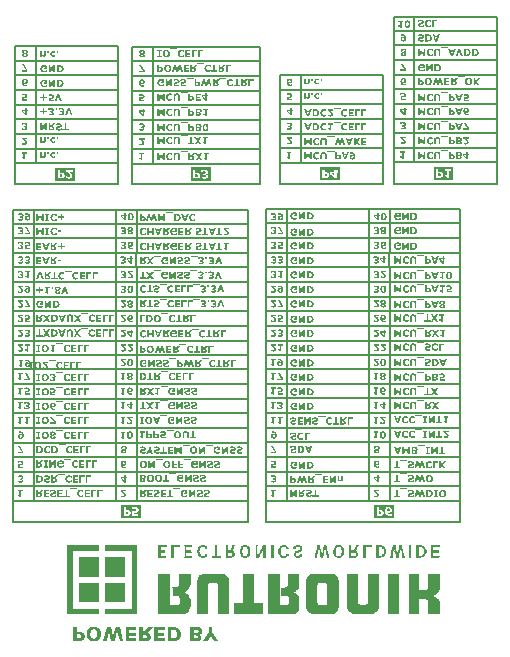
<source format=gbo>
G04*
G04 #@! TF.GenerationSoftware,Altium Limited,Altium Designer,19.0.15 (446)*
G04*
G04 Layer_Color=32896*
%FSLAX44Y44*%
%MOMM*%
G71*
G01*
G75*
%ADD14C,0.2000*%
G36*
X561633Y352238D02*
X562645D01*
Y351731D01*
X563151D01*
Y351225D01*
Y350719D01*
X563658D01*
Y350213D01*
Y349707D01*
Y349201D01*
X561633D01*
Y349707D01*
Y350213D01*
Y350719D01*
X561127D01*
Y351225D01*
X558596D01*
Y350719D01*
X558090D01*
Y350213D01*
X557584D01*
Y349707D01*
Y349201D01*
Y348694D01*
Y348188D01*
Y347682D01*
X557078D01*
Y347176D01*
Y346670D01*
X557584D01*
Y346164D01*
Y345658D01*
Y345151D01*
Y344645D01*
X558090D01*
Y344139D01*
Y343633D01*
X558596D01*
Y343127D01*
X561127D01*
Y343633D01*
X561633D01*
Y344139D01*
Y344645D01*
Y345151D01*
X563658D01*
Y344645D01*
Y344139D01*
Y343633D01*
X563151D01*
Y343127D01*
Y342621D01*
X562645D01*
Y342114D01*
X561633D01*
Y341608D01*
X558090D01*
Y342114D01*
X557078D01*
Y342621D01*
X556572D01*
Y343127D01*
Y343633D01*
X556065D01*
Y344139D01*
Y344645D01*
X555559D01*
Y345151D01*
Y345658D01*
X555053D01*
Y346164D01*
Y346670D01*
Y347176D01*
Y347682D01*
Y348188D01*
Y348694D01*
X555559D01*
Y349201D01*
Y349707D01*
X556065D01*
Y350213D01*
Y350719D01*
X556572D01*
Y351225D01*
Y351731D01*
X557078D01*
Y352238D01*
X558090D01*
Y352744D01*
X561633D01*
Y352238D01*
D02*
G37*
G36*
X587447D02*
X586941D01*
Y351731D01*
X586434D01*
Y351225D01*
Y350719D01*
Y350213D01*
X585928D01*
Y349707D01*
X585422D01*
Y349201D01*
Y348694D01*
Y348188D01*
Y347682D01*
Y347176D01*
X585928D01*
Y346670D01*
X586434D01*
Y346164D01*
X586941D01*
Y345658D01*
Y345151D01*
Y344645D01*
Y344139D01*
Y343633D01*
Y343127D01*
X586434D01*
Y342621D01*
X585928D01*
Y342114D01*
X584410D01*
Y341608D01*
X579348D01*
Y342114D01*
Y342621D01*
Y343127D01*
Y343633D01*
Y344139D01*
Y344645D01*
Y345151D01*
Y345658D01*
Y346164D01*
Y346670D01*
Y347176D01*
Y347682D01*
Y348188D01*
Y348694D01*
Y349201D01*
Y349707D01*
Y350213D01*
Y350719D01*
Y351225D01*
Y351731D01*
Y352238D01*
Y352744D01*
X581373D01*
Y352238D01*
Y351731D01*
Y351225D01*
Y350719D01*
Y350213D01*
Y349707D01*
Y349201D01*
Y348694D01*
Y348188D01*
X583397D01*
Y348694D01*
Y349201D01*
X583904D01*
Y349707D01*
Y350213D01*
X584410D01*
Y350719D01*
Y351225D01*
Y351731D01*
X584916D01*
Y352238D01*
Y352744D01*
X587447D01*
Y352238D01*
D02*
G37*
G36*
X613260D02*
Y351731D01*
Y351225D01*
Y350719D01*
Y350213D01*
Y349707D01*
Y349201D01*
Y348694D01*
Y348188D01*
Y347682D01*
Y347176D01*
Y346670D01*
Y346164D01*
Y345658D01*
Y345151D01*
Y344645D01*
Y344139D01*
Y343633D01*
Y343127D01*
Y342621D01*
Y342114D01*
Y341608D01*
X611236D01*
Y342114D01*
Y342621D01*
Y343127D01*
Y343633D01*
Y344139D01*
Y344645D01*
Y345151D01*
Y345658D01*
Y346164D01*
Y346670D01*
Y347176D01*
Y347682D01*
X610224D01*
Y347176D01*
X609717D01*
Y346670D01*
Y346164D01*
X609211D01*
Y345658D01*
Y345151D01*
Y344645D01*
X608705D01*
Y344139D01*
Y343633D01*
X608199D01*
Y343127D01*
Y342621D01*
X607693D01*
Y342114D01*
Y341608D01*
X604656D01*
Y342114D01*
Y342621D01*
Y343127D01*
Y343633D01*
Y344139D01*
Y344645D01*
Y345151D01*
Y345658D01*
Y346164D01*
Y346670D01*
Y347176D01*
Y347682D01*
Y348188D01*
Y348694D01*
Y349201D01*
Y349707D01*
Y350213D01*
Y350719D01*
Y351225D01*
Y351731D01*
Y352238D01*
Y352744D01*
X606680D01*
Y352238D01*
X606174D01*
Y351731D01*
Y351225D01*
Y350719D01*
Y350213D01*
Y349707D01*
Y349201D01*
Y348694D01*
Y348188D01*
Y347682D01*
Y347176D01*
Y346670D01*
Y346164D01*
X606680D01*
Y345658D01*
X606174D01*
Y345151D01*
Y344645D01*
X607187D01*
Y345151D01*
X607693D01*
Y345658D01*
Y346164D01*
X608199D01*
Y346670D01*
Y347176D01*
X608705D01*
Y347682D01*
Y348188D01*
Y348694D01*
X609211D01*
Y349201D01*
X609717D01*
Y349707D01*
Y350213D01*
X610224D01*
Y350719D01*
Y351225D01*
Y351731D01*
X610730D01*
Y352238D01*
Y352744D01*
X613260D01*
Y352238D01*
D02*
G37*
G36*
X597570D02*
X598076D01*
Y351731D01*
X599088D01*
Y351225D01*
Y350719D01*
X599594D01*
Y350213D01*
Y349707D01*
X600101D01*
Y349201D01*
Y348694D01*
Y348188D01*
Y347682D01*
Y347176D01*
Y346670D01*
Y346164D01*
Y345658D01*
Y345151D01*
X599594D01*
Y344645D01*
Y344139D01*
Y343633D01*
X599088D01*
Y343127D01*
Y342621D01*
X598582D01*
Y342114D01*
X597064D01*
Y341608D01*
X594027D01*
Y342114D01*
X593014D01*
Y342621D01*
X592508D01*
Y343127D01*
X592002D01*
Y343633D01*
Y344139D01*
Y344645D01*
X591496D01*
Y345151D01*
Y345658D01*
Y346164D01*
Y346670D01*
Y347176D01*
Y347682D01*
Y348188D01*
X590990D01*
Y348694D01*
X591496D01*
Y349201D01*
Y349707D01*
X592002D01*
Y350213D01*
Y350719D01*
Y351225D01*
X592508D01*
Y351731D01*
X593014D01*
Y352238D01*
X594027D01*
Y352744D01*
X597570D01*
Y352238D01*
D02*
G37*
G36*
X572262D02*
Y351731D01*
Y351225D01*
Y350719D01*
Y350213D01*
Y349707D01*
Y349201D01*
Y348694D01*
Y348188D01*
Y347682D01*
Y347176D01*
Y346670D01*
Y346164D01*
Y345658D01*
Y345151D01*
Y344645D01*
Y344139D01*
Y343633D01*
Y343127D01*
X575299D01*
Y342621D01*
Y342114D01*
Y341608D01*
X567707D01*
Y342114D01*
Y342621D01*
Y343127D01*
X570238D01*
Y343633D01*
Y344139D01*
Y344645D01*
Y345151D01*
Y345658D01*
Y346164D01*
Y346670D01*
Y347176D01*
Y347682D01*
Y348188D01*
Y348694D01*
Y349201D01*
Y349707D01*
Y350213D01*
Y350719D01*
Y351225D01*
Y351731D01*
Y352238D01*
Y352744D01*
X572262D01*
Y352238D01*
D02*
G37*
G36*
X551004D02*
Y351731D01*
Y351225D01*
X545942D01*
Y350719D01*
Y350213D01*
Y349707D01*
Y349201D01*
Y348694D01*
Y348188D01*
X549991D01*
Y347682D01*
X550498D01*
Y347176D01*
X549991D01*
Y346670D01*
X550498D01*
Y346164D01*
X545942D01*
Y345658D01*
Y345151D01*
Y344645D01*
Y344139D01*
Y343633D01*
Y343127D01*
X551004D01*
Y342621D01*
Y342114D01*
Y341608D01*
X543918D01*
Y342114D01*
X544424D01*
Y342621D01*
Y343127D01*
Y343633D01*
Y344139D01*
Y344645D01*
Y345151D01*
Y345658D01*
Y346164D01*
Y346670D01*
Y347176D01*
Y347682D01*
Y348188D01*
Y348694D01*
Y349201D01*
Y349707D01*
Y350213D01*
Y350719D01*
Y351225D01*
Y351731D01*
Y352238D01*
X543918D01*
Y352744D01*
X551004D01*
Y352238D01*
D02*
G37*
G36*
X540375D02*
X539869D01*
Y351731D01*
X540375D01*
Y351225D01*
X535313D01*
Y350719D01*
Y350213D01*
Y349707D01*
Y349201D01*
Y348694D01*
Y348188D01*
Y347682D01*
Y347176D01*
Y346670D01*
Y346164D01*
Y345658D01*
Y345151D01*
Y344645D01*
Y344139D01*
Y343633D01*
Y343127D01*
Y342621D01*
Y342114D01*
Y341608D01*
X533288D01*
Y342114D01*
Y342621D01*
Y343127D01*
Y343633D01*
Y344139D01*
Y344645D01*
Y345151D01*
Y345658D01*
Y346164D01*
Y346670D01*
Y347176D01*
Y347682D01*
Y348188D01*
Y348694D01*
Y349201D01*
Y349707D01*
Y350213D01*
Y350719D01*
Y351225D01*
Y351731D01*
Y352238D01*
Y352744D01*
X540375D01*
Y352238D01*
D02*
G37*
G36*
X529239D02*
Y351731D01*
Y351225D01*
X524178D01*
Y350719D01*
Y350213D01*
Y349707D01*
Y349201D01*
Y348694D01*
Y348188D01*
X527721D01*
Y347682D01*
X528227D01*
Y347176D01*
Y346670D01*
Y346164D01*
X524178D01*
Y345658D01*
Y345151D01*
Y344645D01*
Y344139D01*
Y343633D01*
Y343127D01*
X528733D01*
Y342621D01*
Y342114D01*
Y341608D01*
X522153D01*
Y342114D01*
Y342621D01*
Y343127D01*
Y343633D01*
Y344139D01*
Y344645D01*
Y345151D01*
Y345658D01*
Y346164D01*
Y346670D01*
Y347176D01*
Y347682D01*
Y348188D01*
Y348694D01*
Y349201D01*
Y349707D01*
Y350213D01*
Y350719D01*
Y351225D01*
Y351731D01*
Y352238D01*
Y352744D01*
X529239D01*
Y352238D01*
D02*
G37*
G36*
X494315Y342114D02*
Y341608D01*
Y341102D01*
Y340596D01*
Y340090D01*
Y339584D01*
Y339078D01*
Y338571D01*
Y338065D01*
Y337559D01*
Y337053D01*
Y336547D01*
Y336041D01*
Y335535D01*
Y335028D01*
Y334522D01*
Y334016D01*
Y333510D01*
Y333004D01*
Y332498D01*
Y331991D01*
Y331485D01*
Y330979D01*
Y330473D01*
Y329967D01*
Y329461D01*
Y328955D01*
Y328448D01*
Y327942D01*
Y327436D01*
Y326930D01*
Y326424D01*
Y325918D01*
X477106D01*
Y326424D01*
Y326930D01*
Y327436D01*
Y327942D01*
Y328448D01*
Y328955D01*
Y329461D01*
Y329967D01*
Y330473D01*
Y330979D01*
Y331485D01*
Y331991D01*
Y332498D01*
Y333004D01*
Y333510D01*
Y334016D01*
Y334522D01*
Y335028D01*
Y335535D01*
Y336041D01*
Y336547D01*
Y337053D01*
Y337559D01*
Y338065D01*
Y338571D01*
Y339078D01*
Y339584D01*
Y340090D01*
Y340596D01*
Y341102D01*
Y341608D01*
Y342114D01*
Y342621D01*
X494315D01*
Y342114D01*
D02*
G37*
G36*
X472044D02*
Y341608D01*
Y341102D01*
Y340596D01*
Y340090D01*
Y339584D01*
Y339078D01*
Y338571D01*
Y338065D01*
Y337559D01*
Y337053D01*
Y336547D01*
Y336041D01*
Y335535D01*
Y335028D01*
Y334522D01*
Y334016D01*
Y333510D01*
Y333004D01*
Y332498D01*
Y331991D01*
Y331485D01*
Y330979D01*
Y330473D01*
Y329967D01*
Y329461D01*
Y328955D01*
Y328448D01*
Y327942D01*
Y327436D01*
Y326930D01*
Y326424D01*
Y325918D01*
X454835D01*
Y326424D01*
X455341D01*
Y326930D01*
Y327436D01*
Y327942D01*
Y328448D01*
Y328955D01*
Y329461D01*
Y329967D01*
Y330473D01*
Y330979D01*
Y331485D01*
Y331991D01*
Y332498D01*
Y333004D01*
Y333510D01*
Y334016D01*
Y334522D01*
Y335028D01*
Y335535D01*
Y336041D01*
Y336547D01*
Y337053D01*
Y337559D01*
Y338065D01*
Y338571D01*
Y339078D01*
Y339584D01*
Y340090D01*
Y340596D01*
Y341102D01*
Y341608D01*
Y342114D01*
X454835D01*
Y342621D01*
X472044D01*
Y342114D01*
D02*
G37*
G36*
X494315Y319844D02*
Y319338D01*
Y318832D01*
Y318325D01*
Y317819D01*
Y317313D01*
Y316807D01*
Y316301D01*
Y315795D01*
Y315288D01*
Y314782D01*
Y314276D01*
Y313770D01*
Y313264D01*
Y312758D01*
Y312251D01*
Y311745D01*
Y311239D01*
Y310733D01*
Y310227D01*
Y309721D01*
Y309215D01*
Y308708D01*
Y308202D01*
Y307696D01*
Y307190D01*
Y306684D01*
Y306178D01*
Y305672D01*
Y305165D01*
Y304659D01*
Y304153D01*
X477106D01*
Y304659D01*
Y305165D01*
Y305672D01*
Y306178D01*
Y306684D01*
Y307190D01*
Y307696D01*
Y308202D01*
Y308708D01*
Y309215D01*
Y309721D01*
Y310227D01*
Y310733D01*
Y311239D01*
Y311745D01*
Y312251D01*
Y312758D01*
Y313264D01*
Y313770D01*
Y314276D01*
Y314782D01*
Y315288D01*
Y315795D01*
Y316301D01*
Y316807D01*
Y317313D01*
Y317819D01*
Y318325D01*
Y318832D01*
Y319338D01*
Y319844D01*
Y320350D01*
X494315D01*
Y319844D01*
D02*
G37*
G36*
X472044D02*
Y319338D01*
Y318832D01*
Y318325D01*
Y317819D01*
Y317313D01*
Y316807D01*
Y316301D01*
Y315795D01*
Y315288D01*
Y314782D01*
Y314276D01*
Y313770D01*
Y313264D01*
Y312758D01*
Y312251D01*
Y311745D01*
Y311239D01*
Y310733D01*
Y310227D01*
Y309721D01*
Y309215D01*
Y308708D01*
Y308202D01*
Y307696D01*
Y307190D01*
Y306684D01*
Y306178D01*
Y305672D01*
Y305165D01*
Y304659D01*
Y304153D01*
X454835D01*
Y304659D01*
X455341D01*
Y305165D01*
Y305672D01*
Y306178D01*
Y306684D01*
Y307190D01*
Y307696D01*
Y308202D01*
Y308708D01*
Y309215D01*
Y309721D01*
Y310227D01*
Y310733D01*
Y311239D01*
Y311745D01*
Y312251D01*
Y312758D01*
Y313264D01*
Y313770D01*
Y314276D01*
Y314782D01*
Y315288D01*
Y315795D01*
Y316301D01*
Y316807D01*
Y317313D01*
Y317819D01*
Y318325D01*
Y318832D01*
Y319338D01*
Y319844D01*
Y320350D01*
X472044D01*
Y319844D01*
D02*
G37*
G36*
X548979Y327942D02*
X549485D01*
Y327436D01*
Y326930D01*
Y326424D01*
Y325918D01*
Y325411D01*
Y324905D01*
Y324399D01*
Y323893D01*
Y323387D01*
Y322881D01*
Y322375D01*
Y321868D01*
Y321362D01*
Y320856D01*
Y320350D01*
Y319844D01*
Y319338D01*
Y318832D01*
X548979D01*
Y318325D01*
Y317819D01*
Y317313D01*
Y316807D01*
X548473D01*
Y316301D01*
Y315795D01*
X547967D01*
Y315288D01*
X547461D01*
Y314782D01*
X546955D01*
Y314276D01*
X546448D01*
Y313770D01*
X545436D01*
Y313264D01*
X544424D01*
Y312758D01*
Y312251D01*
Y311745D01*
X545942D01*
Y311239D01*
X546955D01*
Y310733D01*
X547461D01*
Y310227D01*
X547967D01*
Y309721D01*
Y309215D01*
X548473D01*
Y308708D01*
Y308202D01*
Y307696D01*
X548979D01*
Y307190D01*
Y306684D01*
X549485D01*
Y306178D01*
Y305672D01*
Y305165D01*
Y304659D01*
Y304153D01*
Y303647D01*
Y303141D01*
Y302635D01*
Y302129D01*
Y301622D01*
Y301116D01*
Y300610D01*
Y300104D01*
X548979D01*
Y299598D01*
Y299092D01*
Y298585D01*
X548473D01*
Y298079D01*
Y297573D01*
Y297067D01*
Y296561D01*
X547967D01*
Y296055D01*
X547461D01*
Y295548D01*
X546955D01*
Y295042D01*
X545942D01*
Y294536D01*
X522153D01*
Y295042D01*
Y295548D01*
Y296055D01*
Y296561D01*
Y297067D01*
Y297573D01*
Y298079D01*
Y298585D01*
Y299092D01*
Y299598D01*
Y300104D01*
Y300610D01*
Y301116D01*
Y301622D01*
Y302129D01*
Y302635D01*
Y303141D01*
Y303647D01*
Y304153D01*
Y304659D01*
Y305165D01*
Y305672D01*
Y306178D01*
Y306684D01*
Y307190D01*
Y307696D01*
Y308202D01*
Y308708D01*
Y309215D01*
Y309721D01*
Y310227D01*
Y310733D01*
Y311239D01*
Y311745D01*
Y312251D01*
Y312758D01*
Y313264D01*
Y313770D01*
Y314276D01*
Y314782D01*
Y315288D01*
Y315795D01*
Y316301D01*
Y316807D01*
Y317313D01*
Y317819D01*
Y318325D01*
Y318832D01*
Y319338D01*
Y319844D01*
Y320350D01*
Y320856D01*
Y321362D01*
Y321868D01*
Y322375D01*
Y322881D01*
Y323387D01*
Y323893D01*
Y324399D01*
Y324905D01*
Y325411D01*
Y325918D01*
Y326424D01*
Y326930D01*
Y327436D01*
Y327942D01*
Y328448D01*
X531770D01*
Y327942D01*
Y327436D01*
Y326930D01*
Y326424D01*
Y325918D01*
Y325411D01*
Y324905D01*
Y324399D01*
Y323893D01*
Y323387D01*
Y322881D01*
Y322375D01*
Y321868D01*
Y321362D01*
Y320856D01*
Y320350D01*
Y319844D01*
Y319338D01*
Y318832D01*
Y318325D01*
Y317819D01*
Y317313D01*
Y316807D01*
Y316301D01*
Y315795D01*
Y315288D01*
Y314782D01*
Y314276D01*
Y313770D01*
Y313264D01*
Y312758D01*
Y312251D01*
Y311745D01*
Y311239D01*
Y310733D01*
Y310227D01*
Y309721D01*
Y309215D01*
Y308708D01*
Y308202D01*
Y307696D01*
Y307190D01*
Y306684D01*
Y306178D01*
Y305672D01*
Y305165D01*
Y304659D01*
Y304153D01*
Y303647D01*
Y303141D01*
Y302635D01*
Y302129D01*
X532276D01*
Y301622D01*
X538350D01*
Y302129D01*
X539362D01*
Y302635D01*
X539869D01*
Y303141D01*
X540375D01*
Y303647D01*
Y304153D01*
Y304659D01*
Y305165D01*
Y305672D01*
Y306178D01*
Y306684D01*
Y307190D01*
Y307696D01*
Y308202D01*
X539869D01*
Y308708D01*
X539362D01*
Y309215D01*
X534301D01*
Y309721D01*
Y310227D01*
Y310733D01*
Y311239D01*
Y311745D01*
Y312251D01*
Y312758D01*
Y313264D01*
Y313770D01*
Y314276D01*
Y314782D01*
Y315288D01*
Y315795D01*
Y316301D01*
X533795D01*
Y316807D01*
X538856D01*
Y317313D01*
Y317819D01*
Y318325D01*
X539362D01*
Y318832D01*
Y319338D01*
Y319844D01*
Y320350D01*
Y320856D01*
Y321362D01*
Y321868D01*
Y322375D01*
Y322881D01*
Y323387D01*
Y323893D01*
Y324399D01*
Y324905D01*
Y325411D01*
Y325918D01*
Y326424D01*
Y326930D01*
Y327436D01*
Y327942D01*
Y328448D01*
X548979D01*
Y327942D01*
D02*
G37*
G36*
X603137D02*
Y327436D01*
Y326930D01*
Y326424D01*
Y325918D01*
Y325411D01*
Y324905D01*
Y324399D01*
Y323893D01*
Y323387D01*
Y322881D01*
Y322375D01*
Y321868D01*
Y321362D01*
Y320856D01*
Y320350D01*
Y319844D01*
Y319338D01*
Y318832D01*
Y318325D01*
Y317819D01*
Y317313D01*
Y316807D01*
Y316301D01*
Y315795D01*
Y315288D01*
Y314782D01*
Y314276D01*
Y313770D01*
Y313264D01*
Y312758D01*
Y312251D01*
Y311745D01*
Y311239D01*
Y310733D01*
Y310227D01*
Y309721D01*
Y309215D01*
Y308708D01*
Y308202D01*
Y307696D01*
Y307190D01*
Y306684D01*
Y306178D01*
Y305672D01*
Y305165D01*
Y304659D01*
Y304153D01*
Y303647D01*
X610730D01*
Y303141D01*
Y302635D01*
Y302129D01*
Y301622D01*
Y301116D01*
Y300610D01*
Y300104D01*
Y299598D01*
Y299092D01*
Y298585D01*
Y298079D01*
Y297573D01*
Y297067D01*
Y296561D01*
Y296055D01*
Y295548D01*
Y295042D01*
Y294536D01*
X586434D01*
Y295042D01*
Y295548D01*
Y296055D01*
Y296561D01*
Y297067D01*
Y297573D01*
Y298079D01*
Y298585D01*
Y299092D01*
Y299598D01*
Y300104D01*
Y300610D01*
Y301116D01*
Y301622D01*
Y302129D01*
Y302635D01*
Y303141D01*
Y303647D01*
X594027D01*
Y304153D01*
Y304659D01*
Y305165D01*
Y305672D01*
Y306178D01*
Y306684D01*
Y307190D01*
Y307696D01*
Y308202D01*
Y308708D01*
Y309215D01*
Y309721D01*
Y310227D01*
Y310733D01*
Y311239D01*
Y311745D01*
Y312251D01*
Y312758D01*
Y313264D01*
Y313770D01*
Y314276D01*
Y314782D01*
Y315288D01*
Y315795D01*
Y316301D01*
Y316807D01*
Y317313D01*
Y317819D01*
Y318325D01*
Y318832D01*
Y319338D01*
Y319844D01*
Y320350D01*
Y320856D01*
Y321362D01*
Y321868D01*
Y322375D01*
Y322881D01*
Y323387D01*
Y323893D01*
Y324399D01*
Y324905D01*
Y325411D01*
Y325918D01*
Y326424D01*
Y326930D01*
Y327436D01*
Y327942D01*
X593521D01*
Y328448D01*
X603137D01*
Y327942D01*
D02*
G37*
G36*
X576818D02*
X578336D01*
Y327436D01*
X579348D01*
Y326930D01*
X579854D01*
Y326424D01*
X580361D01*
Y325918D01*
X580867D01*
Y325411D01*
X581373D01*
Y324905D01*
Y324399D01*
X581879D01*
Y323893D01*
Y323387D01*
Y322881D01*
Y322375D01*
X582385D01*
Y321868D01*
Y321362D01*
Y320856D01*
Y320350D01*
Y319844D01*
Y319338D01*
Y318832D01*
Y318325D01*
Y317819D01*
Y317313D01*
Y316807D01*
Y316301D01*
Y315795D01*
Y315288D01*
Y314782D01*
Y314276D01*
Y313770D01*
Y313264D01*
Y312758D01*
Y312251D01*
Y311745D01*
Y311239D01*
Y310733D01*
Y310227D01*
Y309721D01*
Y309215D01*
Y308708D01*
Y308202D01*
Y307696D01*
Y307190D01*
Y306684D01*
Y306178D01*
Y305672D01*
Y305165D01*
Y304659D01*
Y304153D01*
Y303647D01*
Y303141D01*
Y302635D01*
Y302129D01*
Y301622D01*
Y301116D01*
Y300610D01*
Y300104D01*
Y299598D01*
Y299092D01*
Y298585D01*
Y298079D01*
Y297573D01*
Y297067D01*
Y296561D01*
Y296055D01*
Y295548D01*
Y295042D01*
Y294536D01*
X572768D01*
Y295042D01*
Y295548D01*
Y296055D01*
Y296561D01*
Y297067D01*
Y297573D01*
Y298079D01*
Y298585D01*
Y299092D01*
Y299598D01*
Y300104D01*
Y300610D01*
Y301116D01*
Y301622D01*
Y302129D01*
Y302635D01*
Y303141D01*
Y303647D01*
Y304153D01*
Y304659D01*
Y305165D01*
Y305672D01*
Y306178D01*
Y306684D01*
Y307190D01*
Y307696D01*
Y308202D01*
Y308708D01*
Y309215D01*
Y309721D01*
Y310227D01*
Y310733D01*
Y311239D01*
Y311745D01*
Y312251D01*
Y312758D01*
Y313264D01*
Y313770D01*
Y314276D01*
Y314782D01*
Y315288D01*
Y315795D01*
Y316301D01*
Y316807D01*
Y317313D01*
Y317819D01*
Y318325D01*
Y318832D01*
Y319338D01*
Y319844D01*
X571756D01*
Y320350D01*
X570744D01*
Y320856D01*
X566694D01*
Y320350D01*
X565176D01*
Y319844D01*
Y319338D01*
X564670D01*
Y318832D01*
Y318325D01*
Y317819D01*
Y317313D01*
Y316807D01*
Y316301D01*
Y315795D01*
Y315288D01*
Y314782D01*
Y314276D01*
Y313770D01*
Y313264D01*
Y312758D01*
Y312251D01*
Y311745D01*
Y311239D01*
Y310733D01*
Y310227D01*
Y309721D01*
Y309215D01*
Y308708D01*
Y308202D01*
Y307696D01*
Y307190D01*
Y306684D01*
Y306178D01*
Y305672D01*
Y305165D01*
Y304659D01*
Y304153D01*
Y303647D01*
Y303141D01*
Y302635D01*
Y302129D01*
Y301622D01*
Y301116D01*
Y300610D01*
Y300104D01*
Y299598D01*
Y299092D01*
Y298585D01*
Y298079D01*
Y297573D01*
Y297067D01*
Y296561D01*
Y296055D01*
Y295548D01*
Y295042D01*
Y294536D01*
X555053D01*
Y295042D01*
Y295548D01*
Y296055D01*
Y296561D01*
Y297067D01*
Y297573D01*
Y298079D01*
Y298585D01*
Y299092D01*
Y299598D01*
Y300104D01*
Y300610D01*
Y301116D01*
Y301622D01*
Y302129D01*
Y302635D01*
Y303141D01*
Y303647D01*
Y304153D01*
Y304659D01*
Y305165D01*
Y305672D01*
Y306178D01*
Y306684D01*
Y307190D01*
Y307696D01*
Y308202D01*
Y308708D01*
Y309215D01*
Y309721D01*
Y310227D01*
Y310733D01*
Y311239D01*
Y311745D01*
Y312251D01*
Y312758D01*
Y313264D01*
Y313770D01*
Y314276D01*
Y314782D01*
Y315288D01*
Y315795D01*
Y316301D01*
Y316807D01*
Y317313D01*
Y317819D01*
Y318325D01*
Y318832D01*
Y319338D01*
Y319844D01*
Y320350D01*
Y320856D01*
Y321362D01*
Y321868D01*
Y322375D01*
Y322881D01*
Y323387D01*
X555559D01*
Y323893D01*
X556065D01*
Y324399D01*
Y324905D01*
Y325411D01*
X556572D01*
Y325918D01*
Y326424D01*
X557078D01*
Y326930D01*
X558090D01*
Y327436D01*
X559102D01*
Y327942D01*
X560621D01*
Y328448D01*
X576818D01*
Y327942D01*
D02*
G37*
G36*
X504438Y352238D02*
Y351731D01*
Y351225D01*
Y350719D01*
Y350213D01*
Y349707D01*
Y349201D01*
Y348694D01*
Y348188D01*
Y347682D01*
Y347176D01*
Y346670D01*
Y346164D01*
Y345658D01*
Y345151D01*
Y344645D01*
Y344139D01*
Y343633D01*
Y343127D01*
Y342621D01*
Y342114D01*
Y341608D01*
Y341102D01*
Y340596D01*
Y340090D01*
Y339584D01*
Y339078D01*
Y338571D01*
Y338065D01*
Y337559D01*
Y337053D01*
Y336547D01*
Y336041D01*
Y335535D01*
Y335028D01*
Y334522D01*
Y334016D01*
Y333510D01*
Y333004D01*
Y332498D01*
Y331991D01*
Y331485D01*
Y330979D01*
Y330473D01*
Y329967D01*
Y329461D01*
Y328955D01*
Y328448D01*
Y327942D01*
Y327436D01*
Y326930D01*
Y326424D01*
Y325918D01*
Y325411D01*
Y324905D01*
Y324399D01*
Y323893D01*
Y323387D01*
Y322881D01*
Y322375D01*
Y321868D01*
Y321362D01*
Y320856D01*
Y320350D01*
Y319844D01*
Y319338D01*
Y318832D01*
Y318325D01*
Y317819D01*
Y317313D01*
Y316807D01*
Y316301D01*
Y315795D01*
Y315288D01*
Y314782D01*
Y314276D01*
Y313770D01*
Y313264D01*
Y312758D01*
Y312251D01*
Y311745D01*
Y311239D01*
Y310733D01*
Y310227D01*
Y309721D01*
Y309215D01*
Y308708D01*
Y308202D01*
Y307696D01*
Y307190D01*
Y306684D01*
Y306178D01*
Y305672D01*
Y305165D01*
Y304659D01*
Y304153D01*
Y303647D01*
Y303141D01*
Y302635D01*
Y302129D01*
Y301622D01*
Y301116D01*
Y300610D01*
Y300104D01*
Y299598D01*
Y299092D01*
Y298585D01*
Y298079D01*
Y297573D01*
Y297067D01*
Y296561D01*
Y296055D01*
Y295548D01*
Y295042D01*
Y294536D01*
Y294030D01*
X477106D01*
Y294536D01*
Y295042D01*
Y295548D01*
Y296055D01*
Y296561D01*
Y297067D01*
Y297573D01*
Y298079D01*
Y298585D01*
X499883D01*
Y299092D01*
Y299598D01*
Y300104D01*
Y300610D01*
Y301116D01*
Y301622D01*
Y302129D01*
Y302635D01*
Y303141D01*
Y303647D01*
Y304153D01*
Y304659D01*
Y305165D01*
Y305672D01*
Y306178D01*
Y306684D01*
Y307190D01*
Y307696D01*
Y308202D01*
Y308708D01*
Y309215D01*
Y309721D01*
Y310227D01*
Y310733D01*
Y311239D01*
Y311745D01*
Y312251D01*
Y312758D01*
Y313264D01*
Y313770D01*
Y314276D01*
Y314782D01*
Y315288D01*
Y315795D01*
Y316301D01*
Y316807D01*
Y317313D01*
Y317819D01*
Y318325D01*
Y318832D01*
Y319338D01*
Y319844D01*
Y320350D01*
Y320856D01*
Y321362D01*
Y321868D01*
Y322375D01*
Y322881D01*
Y323387D01*
Y323893D01*
Y324399D01*
Y324905D01*
Y325411D01*
Y325918D01*
Y326424D01*
Y326930D01*
Y327436D01*
Y327942D01*
Y328448D01*
Y328955D01*
Y329461D01*
Y329967D01*
Y330473D01*
Y330979D01*
Y331485D01*
Y331991D01*
Y332498D01*
Y333004D01*
Y333510D01*
Y334016D01*
Y334522D01*
Y335028D01*
Y335535D01*
Y336041D01*
Y336547D01*
Y337053D01*
Y337559D01*
Y338065D01*
Y338571D01*
Y339078D01*
Y339584D01*
Y340090D01*
Y340596D01*
Y341102D01*
Y341608D01*
Y342114D01*
Y342621D01*
Y343127D01*
Y343633D01*
Y344139D01*
Y344645D01*
Y345151D01*
Y345658D01*
Y346164D01*
Y346670D01*
Y347176D01*
Y347682D01*
X477106D01*
Y348188D01*
Y348694D01*
Y349201D01*
Y349707D01*
Y350213D01*
Y350719D01*
Y351225D01*
Y351731D01*
Y352238D01*
Y352744D01*
X504438D01*
Y352238D01*
D02*
G37*
G36*
X472044D02*
Y351731D01*
Y351225D01*
Y350719D01*
Y350213D01*
Y349707D01*
Y349201D01*
Y348694D01*
Y348188D01*
Y347682D01*
X449773D01*
Y347176D01*
Y346670D01*
Y346164D01*
Y345658D01*
Y345151D01*
Y344645D01*
Y344139D01*
Y343633D01*
Y343127D01*
Y342621D01*
Y342114D01*
Y341608D01*
Y341102D01*
Y340596D01*
Y340090D01*
Y339584D01*
Y339078D01*
Y338571D01*
Y338065D01*
Y337559D01*
Y337053D01*
Y336547D01*
Y336041D01*
Y335535D01*
Y335028D01*
Y334522D01*
Y334016D01*
Y333510D01*
Y333004D01*
Y332498D01*
Y331991D01*
Y331485D01*
Y330979D01*
Y330473D01*
Y329967D01*
Y329461D01*
Y328955D01*
Y328448D01*
Y327942D01*
Y327436D01*
Y326930D01*
Y326424D01*
Y325918D01*
Y325411D01*
Y324905D01*
Y324399D01*
Y323893D01*
Y323387D01*
Y322881D01*
Y322375D01*
Y321868D01*
Y321362D01*
Y320856D01*
Y320350D01*
Y319844D01*
Y319338D01*
Y318832D01*
Y318325D01*
Y317819D01*
Y317313D01*
Y316807D01*
Y316301D01*
Y315795D01*
Y315288D01*
Y314782D01*
Y314276D01*
Y313770D01*
Y313264D01*
Y312758D01*
Y312251D01*
Y311745D01*
Y311239D01*
Y310733D01*
Y310227D01*
Y309721D01*
Y309215D01*
Y308708D01*
Y308202D01*
Y307696D01*
Y307190D01*
Y306684D01*
Y306178D01*
Y305672D01*
Y305165D01*
Y304659D01*
Y304153D01*
Y303647D01*
Y303141D01*
Y302635D01*
Y302129D01*
Y301622D01*
Y301116D01*
Y300610D01*
Y300104D01*
Y299598D01*
Y299092D01*
Y298585D01*
X472044D01*
Y298079D01*
Y297573D01*
Y297067D01*
Y296561D01*
Y296055D01*
Y295548D01*
Y295042D01*
Y294536D01*
Y294030D01*
X444712D01*
Y294536D01*
Y295042D01*
Y295548D01*
Y296055D01*
Y296561D01*
Y297067D01*
Y297573D01*
Y298079D01*
Y298585D01*
Y299092D01*
Y299598D01*
Y300104D01*
Y300610D01*
Y301116D01*
Y301622D01*
Y302129D01*
Y302635D01*
Y303141D01*
Y303647D01*
Y304153D01*
Y304659D01*
Y305165D01*
Y305672D01*
Y306178D01*
Y306684D01*
Y307190D01*
Y307696D01*
Y308202D01*
Y308708D01*
Y309215D01*
Y309721D01*
Y310227D01*
Y310733D01*
Y311239D01*
Y311745D01*
Y312251D01*
Y312758D01*
Y313264D01*
Y313770D01*
Y314276D01*
Y314782D01*
Y315288D01*
Y315795D01*
Y316301D01*
Y316807D01*
Y317313D01*
Y317819D01*
Y318325D01*
Y318832D01*
Y319338D01*
Y319844D01*
Y320350D01*
Y320856D01*
Y321362D01*
Y321868D01*
Y322375D01*
Y322881D01*
Y323387D01*
Y323893D01*
Y324399D01*
Y324905D01*
Y325411D01*
Y325918D01*
Y326424D01*
Y326930D01*
Y327436D01*
Y327942D01*
Y328448D01*
Y328955D01*
Y329461D01*
Y329967D01*
Y330473D01*
Y330979D01*
Y331485D01*
Y331991D01*
Y332498D01*
Y333004D01*
Y333510D01*
Y334016D01*
Y334522D01*
Y335028D01*
Y335535D01*
Y336041D01*
Y336547D01*
Y337053D01*
Y337559D01*
Y338065D01*
Y338571D01*
Y339078D01*
Y339584D01*
Y340090D01*
Y340596D01*
Y341102D01*
Y341608D01*
Y342114D01*
Y342621D01*
Y343127D01*
Y343633D01*
Y344139D01*
Y344645D01*
Y345151D01*
Y345658D01*
Y346164D01*
Y346670D01*
Y347176D01*
Y347682D01*
Y348188D01*
Y348694D01*
Y349201D01*
Y349707D01*
Y350213D01*
Y350719D01*
Y351225D01*
Y351731D01*
Y352238D01*
Y352744D01*
X472044D01*
Y352238D01*
D02*
G37*
G36*
X630470D02*
X630976D01*
Y351731D01*
X631482D01*
Y351225D01*
X631988D01*
Y350719D01*
Y350213D01*
X632494D01*
Y349707D01*
Y349201D01*
X630470D01*
Y349707D01*
Y350213D01*
X629963D01*
Y350719D01*
X629457D01*
Y351225D01*
X626926D01*
Y350719D01*
Y350213D01*
X626420D01*
Y349707D01*
Y349201D01*
X625914D01*
Y348694D01*
Y348188D01*
Y347682D01*
Y347176D01*
Y346670D01*
Y346164D01*
Y345658D01*
Y345151D01*
X626420D01*
Y344645D01*
Y344139D01*
X626926D01*
Y343633D01*
X627433D01*
Y343127D01*
X629457D01*
Y343633D01*
X630470D01*
Y344139D01*
Y344645D01*
Y345151D01*
X632494D01*
Y344645D01*
Y344139D01*
Y343633D01*
X631988D01*
Y343127D01*
X631482D01*
Y342621D01*
X630976D01*
Y342114D01*
X629963D01*
Y341608D01*
X626420D01*
Y342114D01*
X625914D01*
Y342621D01*
X625408D01*
Y343127D01*
X624902D01*
Y343633D01*
Y344139D01*
X624396D01*
Y344645D01*
Y345151D01*
X623890D01*
Y345658D01*
Y346164D01*
Y346670D01*
Y347176D01*
Y347682D01*
Y348188D01*
Y348694D01*
Y349201D01*
X624396D01*
Y349707D01*
Y350213D01*
X624902D01*
Y350719D01*
Y351225D01*
X625408D01*
Y351731D01*
X625914D01*
Y352238D01*
X626926D01*
Y352744D01*
X630470D01*
Y352238D01*
D02*
G37*
G36*
X691714D02*
X691208D01*
Y351731D01*
Y351225D01*
Y350719D01*
X690702D01*
Y350213D01*
X690195D01*
Y349707D01*
X690702D01*
Y349201D01*
X690195D01*
Y348694D01*
X689689D01*
Y348188D01*
Y347682D01*
Y347176D01*
X690702D01*
Y346670D01*
Y346164D01*
X691208D01*
Y345658D01*
Y345151D01*
Y344645D01*
Y344139D01*
Y343633D01*
Y343127D01*
X690702D01*
Y342621D01*
X690195D01*
Y342114D01*
X689183D01*
Y341608D01*
X683615D01*
Y342114D01*
Y342621D01*
Y343127D01*
Y343633D01*
Y344139D01*
Y344645D01*
Y345151D01*
Y345658D01*
Y346164D01*
Y346670D01*
Y347176D01*
Y347682D01*
Y348188D01*
Y348694D01*
Y349201D01*
Y349707D01*
Y350213D01*
Y350719D01*
Y351225D01*
Y351731D01*
Y352238D01*
Y352744D01*
X685640D01*
Y352238D01*
Y351731D01*
Y351225D01*
Y350719D01*
Y350213D01*
Y349707D01*
Y349201D01*
Y348694D01*
Y348188D01*
X687665D01*
Y348694D01*
X688171D01*
Y349201D01*
Y349707D01*
X688677D01*
Y350213D01*
Y350719D01*
X689183D01*
Y351225D01*
Y351731D01*
Y352238D01*
X689689D01*
Y352744D01*
X691714D01*
Y352238D01*
D02*
G37*
G36*
X728157D02*
Y351731D01*
Y351225D01*
X728663D01*
Y350719D01*
Y350213D01*
Y349707D01*
X729169D01*
Y349201D01*
Y348694D01*
Y348188D01*
Y347682D01*
Y347176D01*
X729675D01*
Y346670D01*
Y346164D01*
Y345658D01*
X730182D01*
Y345151D01*
X729675D01*
Y344645D01*
X730182D01*
Y344139D01*
Y343633D01*
Y343127D01*
X730688D01*
Y342621D01*
Y342114D01*
Y341608D01*
X728663D01*
Y342114D01*
Y342621D01*
Y343127D01*
Y343633D01*
X728157D01*
Y344139D01*
Y344645D01*
Y345151D01*
Y345658D01*
Y346164D01*
Y346670D01*
Y347176D01*
X727651D01*
Y347682D01*
Y348188D01*
Y348694D01*
X726638D01*
Y348188D01*
Y347682D01*
Y347176D01*
Y346670D01*
Y346164D01*
Y345658D01*
X726132D01*
Y345151D01*
Y344645D01*
Y344139D01*
Y343633D01*
X725626D01*
Y343127D01*
Y342621D01*
Y342114D01*
Y341608D01*
X723095D01*
Y342114D01*
Y342621D01*
Y343127D01*
Y343633D01*
Y344139D01*
Y344645D01*
Y345151D01*
X722589D01*
Y345658D01*
Y346164D01*
Y346670D01*
X722083D01*
Y347176D01*
X722589D01*
Y347682D01*
Y348188D01*
Y348694D01*
X721577D01*
Y348188D01*
Y347682D01*
Y347176D01*
X721071D01*
Y346670D01*
Y346164D01*
Y345658D01*
Y345151D01*
X720565D01*
Y344645D01*
Y344139D01*
Y343633D01*
Y343127D01*
Y342621D01*
Y342114D01*
Y341608D01*
X718540D01*
Y342114D01*
Y342621D01*
Y343127D01*
X719046D01*
Y343633D01*
Y344139D01*
Y344645D01*
Y345151D01*
Y345658D01*
Y346164D01*
X719552D01*
Y346670D01*
Y347176D01*
Y347682D01*
Y348188D01*
Y348694D01*
X720059D01*
Y349201D01*
Y349707D01*
Y350213D01*
Y350719D01*
X720565D01*
Y351225D01*
Y351731D01*
Y352238D01*
Y352744D01*
X723095D01*
Y352238D01*
Y351731D01*
Y351225D01*
Y350719D01*
Y350213D01*
Y349707D01*
Y349201D01*
X723602D01*
Y348694D01*
Y348188D01*
Y347682D01*
X724108D01*
Y347176D01*
Y346670D01*
Y346164D01*
X724614D01*
Y346670D01*
X725120D01*
Y347176D01*
Y347682D01*
Y348188D01*
Y348694D01*
X725626D01*
Y349201D01*
Y349707D01*
Y350213D01*
Y350719D01*
Y351225D01*
Y351731D01*
X726132D01*
Y352238D01*
Y352744D01*
X728157D01*
Y352238D01*
D02*
G37*
G36*
X664382D02*
Y351731D01*
X664888D01*
Y351225D01*
Y350719D01*
Y350213D01*
X665394D01*
Y349707D01*
Y349201D01*
Y348694D01*
Y348188D01*
Y347682D01*
X665900D01*
Y347176D01*
Y346670D01*
Y346164D01*
Y345658D01*
Y345151D01*
Y344645D01*
X666406D01*
Y344139D01*
Y343633D01*
X666913D01*
Y343127D01*
Y342621D01*
Y342114D01*
Y341608D01*
X664888D01*
Y342114D01*
Y342621D01*
Y343127D01*
Y343633D01*
Y344139D01*
X664382D01*
Y344645D01*
Y345151D01*
Y345658D01*
Y346164D01*
Y346670D01*
Y347176D01*
Y347682D01*
X663876D01*
Y348188D01*
Y348694D01*
X662863D01*
Y348188D01*
Y347682D01*
Y347176D01*
Y346670D01*
Y346164D01*
Y345658D01*
Y345151D01*
Y344645D01*
X662357D01*
Y344139D01*
Y343633D01*
Y343127D01*
X661851D01*
Y342621D01*
Y342114D01*
Y341608D01*
X659826D01*
Y342114D01*
X659320D01*
Y342621D01*
Y343127D01*
Y343633D01*
Y344139D01*
Y344645D01*
Y345151D01*
Y345658D01*
X658814D01*
Y346164D01*
Y346670D01*
Y347176D01*
X658308D01*
Y347682D01*
X658814D01*
Y348188D01*
X657296D01*
Y347682D01*
Y347176D01*
X657802D01*
Y346670D01*
X657296D01*
Y346164D01*
Y345658D01*
Y345151D01*
Y344645D01*
X656789D01*
Y344139D01*
Y343633D01*
Y343127D01*
Y342621D01*
Y342114D01*
Y341608D01*
X654765D01*
Y342114D01*
Y342621D01*
X655271D01*
Y343127D01*
Y343633D01*
Y344139D01*
Y344645D01*
Y345151D01*
Y345658D01*
X655777D01*
Y346164D01*
Y346670D01*
Y347176D01*
Y347682D01*
Y348188D01*
X656283D01*
Y348694D01*
Y349201D01*
Y349707D01*
X656789D01*
Y350213D01*
Y350719D01*
Y351225D01*
Y351731D01*
Y352238D01*
Y352744D01*
X659320D01*
Y352238D01*
Y351731D01*
Y351225D01*
Y350719D01*
Y350213D01*
Y349707D01*
X659826D01*
Y349201D01*
Y348694D01*
Y348188D01*
X660333D01*
Y347682D01*
Y347176D01*
Y346670D01*
X660839D01*
Y346164D01*
X661345D01*
Y346670D01*
Y347176D01*
Y347682D01*
Y348188D01*
X661851D01*
Y348694D01*
Y349201D01*
Y349707D01*
Y350213D01*
Y350719D01*
Y351225D01*
X662357D01*
Y351731D01*
Y352238D01*
Y352744D01*
X664382D01*
Y352238D01*
D02*
G37*
G36*
X760551D02*
Y351731D01*
Y351225D01*
X754983D01*
Y350719D01*
Y350213D01*
Y349707D01*
Y349201D01*
Y348694D01*
Y348188D01*
X759538D01*
Y347682D01*
Y347176D01*
Y346670D01*
Y346164D01*
X754983D01*
Y345658D01*
Y345151D01*
Y344645D01*
Y344139D01*
Y343633D01*
Y343127D01*
X760551D01*
Y342621D01*
Y342114D01*
X760044D01*
Y341608D01*
X753465D01*
Y342114D01*
Y342621D01*
Y343127D01*
Y343633D01*
Y344139D01*
Y344645D01*
Y345151D01*
Y345658D01*
Y346164D01*
Y346670D01*
Y347176D01*
Y347682D01*
Y348188D01*
Y348694D01*
Y349201D01*
Y349707D01*
Y350213D01*
Y350719D01*
Y351225D01*
Y351731D01*
Y352238D01*
Y352744D01*
X760551D01*
Y352238D01*
D02*
G37*
G36*
X745366D02*
X746885D01*
Y351731D01*
X747391D01*
Y351225D01*
X747897D01*
Y350719D01*
X748403D01*
Y350213D01*
Y349707D01*
X748909D01*
Y349201D01*
Y348694D01*
Y348188D01*
X749415D01*
Y347682D01*
Y347176D01*
Y346670D01*
Y346164D01*
X748909D01*
Y345658D01*
Y345151D01*
Y344645D01*
X748403D01*
Y344139D01*
Y343633D01*
X747897D01*
Y343127D01*
X747391D01*
Y342621D01*
X746885D01*
Y342114D01*
X744860D01*
Y341608D01*
X740811D01*
Y342114D01*
Y342621D01*
Y343127D01*
Y343633D01*
Y344139D01*
Y344645D01*
Y345151D01*
Y345658D01*
Y346164D01*
Y346670D01*
Y347176D01*
Y347682D01*
Y348188D01*
Y348694D01*
Y349201D01*
Y349707D01*
Y350213D01*
Y350719D01*
Y351225D01*
Y351731D01*
Y352238D01*
Y352744D01*
X745366D01*
Y352238D01*
D02*
G37*
G36*
X736255D02*
Y351731D01*
Y351225D01*
Y350719D01*
Y350213D01*
Y349707D01*
Y349201D01*
Y348694D01*
Y348188D01*
Y347682D01*
Y347176D01*
Y346670D01*
Y346164D01*
Y345658D01*
Y345151D01*
Y344645D01*
Y344139D01*
Y343633D01*
Y343127D01*
Y342621D01*
Y342114D01*
Y341608D01*
X734231D01*
Y342114D01*
Y342621D01*
Y343127D01*
Y343633D01*
Y344139D01*
Y344645D01*
Y345151D01*
Y345658D01*
Y346164D01*
Y346670D01*
Y347176D01*
Y347682D01*
Y348188D01*
Y348694D01*
Y349201D01*
Y349707D01*
Y350213D01*
Y350719D01*
Y351225D01*
Y351731D01*
Y352238D01*
Y352744D01*
X736255D01*
Y352238D01*
D02*
G37*
G36*
X711454D02*
X712972D01*
Y351731D01*
X713478D01*
Y351225D01*
X713985D01*
Y350719D01*
Y350213D01*
X714491D01*
Y349707D01*
X714997D01*
Y349201D01*
Y348694D01*
Y348188D01*
Y347682D01*
Y347176D01*
Y346670D01*
Y346164D01*
Y345658D01*
Y345151D01*
Y344645D01*
X714491D01*
Y344139D01*
X713985D01*
Y343633D01*
Y343127D01*
X713478D01*
Y342621D01*
X712466D01*
Y342114D01*
X710442D01*
Y341608D01*
X706392D01*
Y342114D01*
Y342621D01*
Y343127D01*
Y343633D01*
Y344139D01*
Y344645D01*
Y345151D01*
Y345658D01*
Y346164D01*
Y346670D01*
Y347176D01*
Y347682D01*
Y348188D01*
Y348694D01*
Y349201D01*
Y349707D01*
Y350213D01*
Y350719D01*
Y351225D01*
Y351731D01*
Y352238D01*
Y352744D01*
X711454D01*
Y352238D01*
D02*
G37*
G36*
X702849D02*
Y351731D01*
Y351225D01*
X697788D01*
Y350719D01*
Y350213D01*
Y349707D01*
Y349201D01*
Y348694D01*
Y348188D01*
Y347682D01*
Y347176D01*
Y346670D01*
Y346164D01*
Y345658D01*
Y345151D01*
Y344645D01*
Y344139D01*
Y343633D01*
Y343127D01*
Y342621D01*
Y342114D01*
Y341608D01*
X695763D01*
Y342114D01*
Y342621D01*
Y343127D01*
Y343633D01*
Y344139D01*
Y344645D01*
Y345151D01*
Y345658D01*
Y346164D01*
Y346670D01*
Y347176D01*
Y347682D01*
Y348188D01*
Y348694D01*
Y349201D01*
Y349707D01*
Y350213D01*
Y350719D01*
Y351225D01*
Y351731D01*
Y352238D01*
Y352744D01*
X702849D01*
Y352238D01*
D02*
G37*
G36*
X676529D02*
X677542D01*
Y351731D01*
X678048D01*
Y351225D01*
X678554D01*
Y350719D01*
Y350213D01*
X679060D01*
Y349707D01*
Y349201D01*
Y348694D01*
X679566D01*
Y348188D01*
Y347682D01*
Y347176D01*
Y346670D01*
Y346164D01*
Y345658D01*
Y345151D01*
X679060D01*
Y344645D01*
Y344139D01*
X678554D01*
Y343633D01*
Y343127D01*
X678048D01*
Y342621D01*
X677542D01*
Y342114D01*
X676529D01*
Y341608D01*
X673493D01*
Y342114D01*
X672480D01*
Y342621D01*
X671974D01*
Y343127D01*
X671468D01*
Y343633D01*
X670962D01*
Y344139D01*
Y344645D01*
Y345151D01*
X670456D01*
Y345658D01*
Y346164D01*
Y346670D01*
Y347176D01*
Y347682D01*
Y348188D01*
Y348694D01*
X670962D01*
Y349201D01*
Y349707D01*
Y350213D01*
X671468D01*
Y350719D01*
Y351225D01*
X671974D01*
Y351731D01*
X672480D01*
Y352238D01*
X672986D01*
Y352744D01*
X676529D01*
Y352238D01*
D02*
G37*
G36*
X642111D02*
X643123D01*
Y351731D01*
X643630D01*
Y351225D01*
Y350719D01*
X644136D01*
Y350213D01*
Y349707D01*
Y349201D01*
Y348694D01*
Y348188D01*
X643630D01*
Y347682D01*
Y347176D01*
X642617D01*
Y346670D01*
X641605D01*
Y346164D01*
X640087D01*
Y345658D01*
X639074D01*
Y345151D01*
Y344645D01*
Y344139D01*
Y343633D01*
X639580D01*
Y343127D01*
X641099D01*
Y343633D01*
X641605D01*
Y344139D01*
X642111D01*
Y344645D01*
X643630D01*
Y344139D01*
Y343633D01*
Y343127D01*
Y342621D01*
X643123D01*
Y342114D01*
X642111D01*
Y341608D01*
X639074D01*
Y342114D01*
X638062D01*
Y342621D01*
X637556D01*
Y343127D01*
X637050D01*
Y343633D01*
Y344139D01*
Y344645D01*
Y345151D01*
Y345658D01*
Y346164D01*
X637556D01*
Y346670D01*
X638062D01*
Y347176D01*
X638568D01*
Y347682D01*
X640087D01*
Y348188D01*
X641099D01*
Y348694D01*
X642111D01*
Y349201D01*
Y349707D01*
Y350213D01*
Y350719D01*
X641605D01*
Y351225D01*
X639580D01*
Y350719D01*
X639074D01*
Y350213D01*
X638568D01*
Y349707D01*
X636543D01*
Y350213D01*
Y350719D01*
X637050D01*
Y351225D01*
Y351731D01*
X637556D01*
Y352238D01*
X638568D01*
Y352744D01*
X642111D01*
Y352238D01*
D02*
G37*
G36*
X619840D02*
Y351731D01*
Y351225D01*
Y350719D01*
Y350213D01*
Y349707D01*
Y349201D01*
Y348694D01*
Y348188D01*
Y347682D01*
Y347176D01*
Y346670D01*
Y346164D01*
Y345658D01*
Y345151D01*
Y344645D01*
Y344139D01*
Y343633D01*
Y343127D01*
Y342621D01*
Y342114D01*
Y341608D01*
X617816D01*
Y342114D01*
Y342621D01*
Y343127D01*
Y343633D01*
Y344139D01*
Y344645D01*
Y345151D01*
Y345658D01*
Y346164D01*
Y346670D01*
Y347176D01*
Y347682D01*
Y348188D01*
Y348694D01*
Y349201D01*
Y349707D01*
Y350213D01*
Y350719D01*
Y351225D01*
Y351731D01*
Y352238D01*
Y352744D01*
X619840D01*
Y352238D01*
D02*
G37*
G36*
X760551Y327942D02*
Y327436D01*
Y326930D01*
Y326424D01*
Y325918D01*
Y325411D01*
Y324905D01*
Y324399D01*
Y323893D01*
Y323387D01*
Y322881D01*
Y322375D01*
Y321868D01*
Y321362D01*
Y320856D01*
Y320350D01*
Y319844D01*
Y319338D01*
Y318832D01*
Y318325D01*
Y317819D01*
Y317313D01*
Y316807D01*
Y316301D01*
Y315795D01*
Y315288D01*
Y314782D01*
Y314276D01*
X760044D01*
Y313770D01*
X759538D01*
Y313264D01*
Y312758D01*
X759032D01*
Y312251D01*
Y311745D01*
X758526D01*
Y311239D01*
X757514D01*
Y310733D01*
X757008D01*
Y310227D01*
X755995D01*
Y309721D01*
Y309215D01*
Y308708D01*
X757008D01*
Y308202D01*
X758020D01*
Y307696D01*
X758526D01*
Y307190D01*
X759032D01*
Y306684D01*
X759538D01*
Y306178D01*
Y305672D01*
X760044D01*
Y305165D01*
X760551D01*
Y304659D01*
Y304153D01*
Y303647D01*
Y303141D01*
Y302635D01*
Y302129D01*
Y301622D01*
Y301116D01*
Y300610D01*
Y300104D01*
Y299598D01*
Y299092D01*
Y298585D01*
Y298079D01*
Y297573D01*
Y297067D01*
Y296561D01*
Y296055D01*
Y295548D01*
Y295042D01*
Y294536D01*
X750934D01*
Y295042D01*
Y295548D01*
Y296055D01*
Y296561D01*
Y297067D01*
Y297573D01*
Y298079D01*
Y298585D01*
Y299092D01*
Y299598D01*
Y300104D01*
Y300610D01*
Y301116D01*
Y301622D01*
Y302129D01*
Y302635D01*
Y303141D01*
Y303647D01*
Y304153D01*
Y304659D01*
Y305165D01*
X750427D01*
Y305672D01*
Y306178D01*
X748909D01*
Y306684D01*
X743341D01*
Y306178D01*
Y305672D01*
Y305165D01*
Y304659D01*
Y304153D01*
Y303647D01*
Y303141D01*
Y302635D01*
Y302129D01*
Y301622D01*
Y301116D01*
Y300610D01*
Y300104D01*
Y299598D01*
Y299092D01*
Y298585D01*
Y298079D01*
Y297573D01*
Y297067D01*
Y296561D01*
Y296055D01*
Y295548D01*
Y295042D01*
Y294536D01*
X734231D01*
Y295042D01*
Y295548D01*
Y296055D01*
Y296561D01*
Y297067D01*
Y297573D01*
Y298079D01*
Y298585D01*
Y299092D01*
Y299598D01*
Y300104D01*
Y300610D01*
Y301116D01*
Y301622D01*
Y302129D01*
Y302635D01*
Y303141D01*
Y303647D01*
Y304153D01*
Y304659D01*
Y305165D01*
Y305672D01*
Y306178D01*
Y306684D01*
Y307190D01*
Y307696D01*
Y308202D01*
Y308708D01*
Y309215D01*
Y309721D01*
Y310227D01*
Y310733D01*
Y311239D01*
Y311745D01*
Y312251D01*
Y312758D01*
Y313264D01*
Y313770D01*
Y314276D01*
Y314782D01*
Y315288D01*
Y315795D01*
Y316301D01*
Y316807D01*
Y317313D01*
Y317819D01*
Y318325D01*
Y318832D01*
Y319338D01*
Y319844D01*
Y320350D01*
Y320856D01*
Y321362D01*
Y321868D01*
Y322375D01*
Y322881D01*
Y323387D01*
Y323893D01*
Y324399D01*
Y324905D01*
Y325411D01*
Y325918D01*
Y326424D01*
Y326930D01*
Y327436D01*
Y327942D01*
X733725D01*
Y328448D01*
X743341D01*
Y327942D01*
Y327436D01*
Y326930D01*
Y326424D01*
Y325918D01*
Y325411D01*
Y324905D01*
Y324399D01*
Y323893D01*
Y323387D01*
Y322881D01*
Y322375D01*
Y321868D01*
Y321362D01*
Y320856D01*
Y320350D01*
Y319844D01*
Y319338D01*
Y318832D01*
Y318325D01*
Y317819D01*
Y317313D01*
Y316807D01*
Y316301D01*
Y315795D01*
Y315288D01*
Y314782D01*
Y314276D01*
X749415D01*
Y314782D01*
X749921D01*
Y315288D01*
X750934D01*
Y315795D01*
Y316301D01*
Y316807D01*
Y317313D01*
Y317819D01*
Y318325D01*
Y318832D01*
Y319338D01*
Y319844D01*
Y320350D01*
Y320856D01*
Y321362D01*
Y321868D01*
Y322375D01*
Y322881D01*
Y323387D01*
Y323893D01*
Y324399D01*
Y324905D01*
Y325411D01*
Y325918D01*
Y326424D01*
Y326930D01*
Y327436D01*
Y327942D01*
Y328448D01*
X760551D01*
Y327942D01*
D02*
G37*
G36*
X708923D02*
Y327436D01*
Y326930D01*
Y326424D01*
Y325918D01*
Y325411D01*
Y324905D01*
Y324399D01*
Y323893D01*
Y323387D01*
Y322881D01*
Y322375D01*
Y321868D01*
Y321362D01*
Y320856D01*
Y320350D01*
Y319844D01*
Y319338D01*
Y318832D01*
Y318325D01*
Y317819D01*
Y317313D01*
Y316807D01*
Y316301D01*
Y315795D01*
Y315288D01*
Y314782D01*
Y314276D01*
Y313770D01*
Y313264D01*
Y312758D01*
Y312251D01*
Y311745D01*
Y311239D01*
Y310733D01*
Y310227D01*
Y309721D01*
Y309215D01*
Y308708D01*
Y308202D01*
Y307696D01*
Y307190D01*
Y306684D01*
Y306178D01*
Y305672D01*
Y305165D01*
Y304659D01*
Y304153D01*
Y303647D01*
Y303141D01*
Y302635D01*
Y302129D01*
Y301622D01*
Y301116D01*
Y300610D01*
Y300104D01*
Y299598D01*
Y299092D01*
Y298585D01*
X708417D01*
Y298079D01*
Y297573D01*
X707911D01*
Y297067D01*
X707405D01*
Y296561D01*
Y296055D01*
X706392D01*
Y295548D01*
X705886D01*
Y295042D01*
X704874D01*
Y294536D01*
X686146D01*
Y295042D01*
X685134D01*
Y295548D01*
X684628D01*
Y296055D01*
X683615D01*
Y296561D01*
Y297067D01*
X683109D01*
Y297573D01*
X682603D01*
Y298079D01*
Y298585D01*
X682097D01*
Y299092D01*
Y299598D01*
Y300104D01*
Y300610D01*
Y301116D01*
Y301622D01*
Y302129D01*
Y302635D01*
Y303141D01*
Y303647D01*
Y304153D01*
Y304659D01*
Y305165D01*
Y305672D01*
Y306178D01*
Y306684D01*
Y307190D01*
Y307696D01*
Y308202D01*
Y308708D01*
Y309215D01*
Y309721D01*
Y310227D01*
Y310733D01*
Y311239D01*
Y311745D01*
Y312251D01*
Y312758D01*
Y313264D01*
Y313770D01*
Y314276D01*
Y314782D01*
Y315288D01*
Y315795D01*
Y316301D01*
Y316807D01*
Y317313D01*
Y317819D01*
Y318325D01*
Y318832D01*
Y319338D01*
Y319844D01*
Y320350D01*
Y320856D01*
Y321362D01*
Y321868D01*
Y322375D01*
Y322881D01*
Y323387D01*
Y323893D01*
Y324399D01*
Y324905D01*
Y325411D01*
Y325918D01*
Y326424D01*
Y326930D01*
Y327436D01*
Y327942D01*
X681591D01*
Y328448D01*
X691208D01*
Y327942D01*
Y327436D01*
Y326930D01*
Y326424D01*
Y325918D01*
Y325411D01*
Y324905D01*
Y324399D01*
Y323893D01*
Y323387D01*
Y322881D01*
Y322375D01*
Y321868D01*
Y321362D01*
Y320856D01*
Y320350D01*
Y319844D01*
Y319338D01*
Y318832D01*
Y318325D01*
Y317819D01*
Y317313D01*
Y316807D01*
Y316301D01*
Y315795D01*
Y315288D01*
Y314782D01*
Y314276D01*
Y313770D01*
Y313264D01*
Y312758D01*
Y312251D01*
Y311745D01*
Y311239D01*
Y310733D01*
Y310227D01*
Y309721D01*
Y309215D01*
Y308708D01*
Y308202D01*
Y307696D01*
Y307190D01*
Y306684D01*
Y306178D01*
Y305672D01*
Y305165D01*
Y304659D01*
Y304153D01*
Y303647D01*
Y303141D01*
X691714D01*
Y302635D01*
X692726D01*
Y302129D01*
X693739D01*
Y301622D01*
X697282D01*
Y302129D01*
X698294D01*
Y302635D01*
X699306D01*
Y303141D01*
X699812D01*
Y303647D01*
Y304153D01*
Y304659D01*
Y305165D01*
Y305672D01*
Y306178D01*
Y306684D01*
Y307190D01*
Y307696D01*
Y308202D01*
Y308708D01*
Y309215D01*
Y309721D01*
Y310227D01*
Y310733D01*
Y311239D01*
Y311745D01*
Y312251D01*
Y312758D01*
Y313264D01*
Y313770D01*
Y314276D01*
Y314782D01*
Y315288D01*
Y315795D01*
Y316301D01*
Y316807D01*
Y317313D01*
Y317819D01*
Y318325D01*
Y318832D01*
Y319338D01*
Y319844D01*
Y320350D01*
Y320856D01*
Y321362D01*
Y321868D01*
Y322375D01*
Y322881D01*
Y323387D01*
Y323893D01*
Y324399D01*
Y324905D01*
Y325411D01*
Y325918D01*
Y326424D01*
Y326930D01*
Y327436D01*
Y327942D01*
Y328448D01*
X708923D01*
Y327942D01*
D02*
G37*
G36*
X641605D02*
Y327436D01*
Y326930D01*
Y326424D01*
Y325918D01*
Y325411D01*
Y324905D01*
Y324399D01*
Y323893D01*
Y323387D01*
Y322881D01*
Y322375D01*
Y321868D01*
Y321362D01*
Y320856D01*
Y320350D01*
Y319844D01*
Y319338D01*
Y318832D01*
Y318325D01*
Y317819D01*
Y317313D01*
Y316807D01*
X641099D01*
Y316301D01*
Y315795D01*
X640593D01*
Y315288D01*
Y314782D01*
X640087D01*
Y314276D01*
X639074D01*
Y313770D01*
X638568D01*
Y313264D01*
X637050D01*
Y312758D01*
Y312251D01*
Y311745D01*
X638568D01*
Y311239D01*
X639580D01*
Y310733D01*
X640087D01*
Y310227D01*
X640593D01*
Y309721D01*
X641099D01*
Y309215D01*
Y308708D01*
Y308202D01*
X641605D01*
Y307696D01*
Y307190D01*
Y306684D01*
Y306178D01*
Y305672D01*
Y305165D01*
Y304659D01*
Y304153D01*
Y303647D01*
Y303141D01*
Y302635D01*
Y302129D01*
Y301622D01*
Y301116D01*
Y300610D01*
Y300104D01*
Y299598D01*
Y299092D01*
Y298585D01*
Y298079D01*
X641099D01*
Y297573D01*
Y297067D01*
X640593D01*
Y296561D01*
Y296055D01*
X640087D01*
Y295548D01*
X639580D01*
Y295042D01*
X639074D01*
Y294536D01*
X614779D01*
Y295042D01*
Y295548D01*
Y296055D01*
Y296561D01*
Y297067D01*
Y297573D01*
Y298079D01*
Y298585D01*
Y299092D01*
Y299598D01*
Y300104D01*
Y300610D01*
Y301116D01*
Y301622D01*
Y302129D01*
Y302635D01*
Y303141D01*
Y303647D01*
Y304153D01*
Y304659D01*
Y305165D01*
Y305672D01*
Y306178D01*
Y306684D01*
Y307190D01*
Y307696D01*
Y308202D01*
Y308708D01*
Y309215D01*
Y309721D01*
Y310227D01*
Y310733D01*
Y311239D01*
Y311745D01*
Y312251D01*
Y312758D01*
Y313264D01*
Y313770D01*
Y314276D01*
Y314782D01*
Y315288D01*
Y315795D01*
Y316301D01*
Y316807D01*
Y317313D01*
Y317819D01*
Y318325D01*
Y318832D01*
Y319338D01*
Y319844D01*
Y320350D01*
Y320856D01*
Y321362D01*
Y321868D01*
Y322375D01*
Y322881D01*
Y323387D01*
Y323893D01*
Y324399D01*
Y324905D01*
Y325411D01*
Y325918D01*
Y326424D01*
Y326930D01*
Y327436D01*
Y327942D01*
Y328448D01*
X624902D01*
Y327942D01*
Y327436D01*
Y326930D01*
Y326424D01*
Y325918D01*
Y325411D01*
Y324905D01*
Y324399D01*
Y323893D01*
Y323387D01*
Y322881D01*
Y322375D01*
Y321868D01*
Y321362D01*
Y320856D01*
Y320350D01*
Y319844D01*
Y319338D01*
Y318832D01*
Y318325D01*
Y317819D01*
Y317313D01*
Y316807D01*
Y316301D01*
Y315795D01*
Y315288D01*
Y314782D01*
Y314276D01*
Y313770D01*
Y313264D01*
Y312758D01*
Y312251D01*
Y311745D01*
Y311239D01*
Y310733D01*
Y310227D01*
Y309721D01*
Y309215D01*
Y308708D01*
Y308202D01*
Y307696D01*
Y307190D01*
Y306684D01*
Y306178D01*
Y305672D01*
Y305165D01*
Y304659D01*
Y304153D01*
Y303647D01*
Y303141D01*
Y302635D01*
Y302129D01*
Y301622D01*
X630976D01*
Y302129D01*
X631988D01*
Y302635D01*
X632494D01*
Y303141D01*
X633000D01*
Y303647D01*
Y304153D01*
Y304659D01*
Y305165D01*
Y305672D01*
Y306178D01*
Y306684D01*
Y307190D01*
Y307696D01*
Y308202D01*
X632494D01*
Y308708D01*
X631988D01*
Y309215D01*
X626420D01*
Y309721D01*
Y310227D01*
Y310733D01*
Y311239D01*
Y311745D01*
Y312251D01*
Y312758D01*
Y313264D01*
Y313770D01*
Y314276D01*
Y314782D01*
Y315288D01*
Y315795D01*
Y316301D01*
X629457D01*
Y316807D01*
X630976D01*
Y317313D01*
X631482D01*
Y317819D01*
X631988D01*
Y318325D01*
Y318832D01*
Y319338D01*
Y319844D01*
Y320350D01*
Y320856D01*
Y321362D01*
Y321868D01*
Y322375D01*
Y322881D01*
Y323387D01*
Y323893D01*
Y324399D01*
Y324905D01*
Y325411D01*
Y325918D01*
Y326424D01*
Y326930D01*
Y327436D01*
Y327942D01*
Y328448D01*
X641605D01*
Y327942D01*
D02*
G37*
G36*
X726132D02*
Y327436D01*
Y326930D01*
Y326424D01*
Y325918D01*
Y325411D01*
Y324905D01*
Y324399D01*
Y323893D01*
Y323387D01*
Y322881D01*
Y322375D01*
Y321868D01*
Y321362D01*
Y320856D01*
Y320350D01*
Y319844D01*
Y319338D01*
Y318832D01*
Y318325D01*
Y317819D01*
Y317313D01*
Y316807D01*
Y316301D01*
Y315795D01*
Y315288D01*
Y314782D01*
Y314276D01*
Y313770D01*
Y313264D01*
Y312758D01*
Y312251D01*
Y311745D01*
Y311239D01*
Y310733D01*
Y310227D01*
Y309721D01*
Y309215D01*
Y308708D01*
Y308202D01*
Y307696D01*
Y307190D01*
Y306684D01*
Y306178D01*
Y305672D01*
Y305165D01*
Y304659D01*
Y304153D01*
Y303647D01*
Y303141D01*
Y302635D01*
Y302129D01*
Y301622D01*
Y301116D01*
Y300610D01*
Y300104D01*
Y299598D01*
Y299092D01*
Y298585D01*
Y298079D01*
Y297573D01*
Y297067D01*
Y296561D01*
Y296055D01*
Y295548D01*
Y295042D01*
Y294536D01*
X716515D01*
Y295042D01*
Y295548D01*
Y296055D01*
Y296561D01*
Y297067D01*
Y297573D01*
Y298079D01*
Y298585D01*
Y299092D01*
Y299598D01*
Y300104D01*
Y300610D01*
Y301116D01*
Y301622D01*
Y302129D01*
Y302635D01*
Y303141D01*
Y303647D01*
Y304153D01*
Y304659D01*
Y305165D01*
Y305672D01*
Y306178D01*
Y306684D01*
Y307190D01*
Y307696D01*
Y308202D01*
Y308708D01*
Y309215D01*
Y309721D01*
Y310227D01*
Y310733D01*
Y311239D01*
Y311745D01*
Y312251D01*
Y312758D01*
Y313264D01*
Y313770D01*
Y314276D01*
Y314782D01*
Y315288D01*
Y315795D01*
Y316301D01*
Y316807D01*
Y317313D01*
Y317819D01*
Y318325D01*
Y318832D01*
Y319338D01*
Y319844D01*
Y320350D01*
Y320856D01*
Y321362D01*
Y321868D01*
Y322375D01*
Y322881D01*
Y323387D01*
Y323893D01*
Y324399D01*
Y324905D01*
Y325411D01*
Y325918D01*
Y326424D01*
Y326930D01*
Y327436D01*
Y327942D01*
Y328448D01*
X726132D01*
Y327942D01*
D02*
G37*
G36*
X669949D02*
X671468D01*
Y327436D01*
X672480D01*
Y326930D01*
X672986D01*
Y326424D01*
X673493D01*
Y325918D01*
X673999D01*
Y325411D01*
Y324905D01*
X674505D01*
Y324399D01*
Y323893D01*
Y323387D01*
Y322881D01*
X675011D01*
Y322375D01*
Y321868D01*
Y321362D01*
Y320856D01*
Y320350D01*
Y319844D01*
Y319338D01*
Y318832D01*
Y318325D01*
Y317819D01*
Y317313D01*
Y316807D01*
Y316301D01*
Y315795D01*
Y315288D01*
Y314782D01*
Y314276D01*
Y313770D01*
Y313264D01*
Y312758D01*
Y312251D01*
Y311745D01*
Y311239D01*
Y310733D01*
Y310227D01*
Y309721D01*
Y309215D01*
Y308708D01*
Y308202D01*
Y307696D01*
Y307190D01*
Y306684D01*
Y306178D01*
Y305672D01*
Y305165D01*
Y304659D01*
Y304153D01*
Y303647D01*
Y303141D01*
Y302635D01*
Y302129D01*
Y301622D01*
Y301116D01*
Y300610D01*
Y300104D01*
Y299598D01*
Y299092D01*
X674505D01*
Y298585D01*
Y298079D01*
Y297573D01*
X673999D01*
Y297067D01*
Y296561D01*
X673493D01*
Y296055D01*
X672986D01*
Y295548D01*
X672480D01*
Y295042D01*
X671468D01*
Y294536D01*
X651222D01*
Y295042D01*
X650210D01*
Y295548D01*
X649703D01*
Y296055D01*
X649197D01*
Y296561D01*
X648691D01*
Y297067D01*
X648185D01*
Y297573D01*
Y298079D01*
Y298585D01*
X647679D01*
Y299092D01*
Y299598D01*
Y300104D01*
Y300610D01*
Y301116D01*
Y301622D01*
Y302129D01*
Y302635D01*
Y303141D01*
Y303647D01*
Y304153D01*
Y304659D01*
Y305165D01*
Y305672D01*
Y306178D01*
Y306684D01*
Y307190D01*
Y307696D01*
Y308202D01*
Y308708D01*
Y309215D01*
Y309721D01*
Y310227D01*
Y310733D01*
Y311239D01*
Y311745D01*
Y312251D01*
Y312758D01*
Y313264D01*
Y313770D01*
Y314276D01*
Y314782D01*
Y315288D01*
Y315795D01*
Y316301D01*
Y316807D01*
Y317313D01*
Y317819D01*
Y318325D01*
Y318832D01*
Y319338D01*
Y319844D01*
Y320350D01*
Y320856D01*
Y321362D01*
Y321868D01*
Y322375D01*
Y322881D01*
Y323387D01*
Y323893D01*
X648185D01*
Y324399D01*
Y324905D01*
Y325411D01*
X648691D01*
Y325918D01*
X649197D01*
Y326424D01*
X649703D01*
Y326930D01*
X650210D01*
Y327436D01*
X650716D01*
Y327942D01*
X652740D01*
Y328448D01*
X669949D01*
Y327942D01*
D02*
G37*
G36*
X751232Y797351D02*
X751352Y797342D01*
X751444Y797332D01*
X751528D01*
X751583Y797323D01*
X751620Y797314D01*
X751629D01*
X751824Y797277D01*
X751916Y797259D01*
X752009Y797240D01*
X752073Y797222D01*
X752138Y797203D01*
X752175Y797194D01*
X752184D01*
X752341Y797148D01*
X752415Y797120D01*
X752480Y797092D01*
X752535Y797074D01*
X752572Y797055D01*
X752600Y797046D01*
X752609D01*
X752767Y796972D01*
X752841Y796944D01*
X752905Y796916D01*
X752961Y796889D01*
X753007Y796870D01*
X753035Y796852D01*
X753044D01*
Y795419D01*
X752878D01*
X752785Y795502D01*
X752702Y795576D01*
X752656Y795603D01*
X752628Y795631D01*
X752609Y795640D01*
X752600Y795650D01*
X752471Y795742D01*
X752360Y795825D01*
X752314Y795853D01*
X752277Y795881D01*
X752249Y795890D01*
X752240Y795899D01*
X752064Y795992D01*
X751981Y796029D01*
X751898Y796066D01*
X751833Y796084D01*
X751777Y796103D01*
X751740Y796121D01*
X751731D01*
X751528Y796168D01*
X751435Y796186D01*
X751352Y796195D01*
X751278D01*
X751223Y796205D01*
X751176D01*
X750955Y796186D01*
X750853Y796177D01*
X750770Y796158D01*
X750686Y796140D01*
X750631Y796131D01*
X750594Y796112D01*
X750575D01*
X750464Y796075D01*
X750363Y796020D01*
X750280Y795973D01*
X750196Y795918D01*
X750132Y795872D01*
X750085Y795835D01*
X750048Y795807D01*
X750039Y795798D01*
X749956Y795714D01*
X749873Y795613D01*
X749808Y795520D01*
X749753Y795419D01*
X749706Y795335D01*
X749669Y795271D01*
X749651Y795224D01*
X749642Y795206D01*
X749586Y795058D01*
X749549Y794901D01*
X749521Y794744D01*
X749503Y794596D01*
X749494Y794466D01*
X749484Y794365D01*
Y794328D01*
Y794300D01*
Y794281D01*
Y794272D01*
X749494Y794078D01*
X749503Y793902D01*
X749531Y793745D01*
X749558Y793606D01*
X749577Y793505D01*
X749605Y793421D01*
X749614Y793375D01*
X749623Y793357D01*
X749679Y793218D01*
X749743Y793098D01*
X749808Y792996D01*
X749873Y792913D01*
X749928Y792839D01*
X749975Y792793D01*
X750002Y792756D01*
X750012Y792747D01*
X750104Y792663D01*
X750196Y792599D01*
X750289Y792543D01*
X750372Y792497D01*
X750446Y792460D01*
X750501Y792432D01*
X750538Y792414D01*
X750548D01*
X750659Y792377D01*
X750770Y792349D01*
X750871Y792330D01*
X750973Y792312D01*
X751047D01*
X751112Y792303D01*
X751167D01*
X751380Y792321D01*
X751472Y792330D01*
X751555Y792349D01*
X751620Y792367D01*
X751666Y792377D01*
X751703Y792395D01*
X751713D01*
X751898Y792469D01*
X751981Y792506D01*
X752055Y792543D01*
X752110Y792571D01*
X752156Y792599D01*
X752184Y792608D01*
X752193Y792617D01*
X752341Y792710D01*
X752406Y792756D01*
X752461Y792793D01*
X752508Y792830D01*
X752545Y792848D01*
X752563Y792867D01*
X752572Y792876D01*
X752693Y792969D01*
X752785Y793033D01*
X752813Y793061D01*
X752841Y793079D01*
X752850Y793098D01*
X753044D01*
Y791646D01*
X752915Y791591D01*
X752785Y791535D01*
X752739Y791517D01*
X752693Y791498D01*
X752665Y791480D01*
X752656D01*
X752489Y791406D01*
X752406Y791378D01*
X752332Y791350D01*
X752258Y791332D01*
X752212Y791313D01*
X752175Y791304D01*
X752166D01*
X751972Y791258D01*
X751879Y791240D01*
X751796Y791221D01*
X751722Y791212D01*
X751666Y791203D01*
X751629Y791193D01*
X751611D01*
X751380Y791166D01*
X751260Y791156D01*
X751158D01*
X751066Y791147D01*
X750927D01*
X750677Y791156D01*
X750446Y791184D01*
X750233Y791221D01*
X750048Y791258D01*
X749965Y791276D01*
X749891Y791295D01*
X749827Y791313D01*
X749771Y791332D01*
X749725Y791350D01*
X749697Y791360D01*
X749679Y791369D01*
X749669D01*
X749466Y791452D01*
X749281Y791554D01*
X749115Y791656D01*
X748976Y791757D01*
X748865Y791841D01*
X748782Y791915D01*
X748726Y791961D01*
X748717Y791970D01*
X748708Y791979D01*
X748569Y792146D01*
X748440Y792312D01*
X748329Y792478D01*
X748245Y792636D01*
X748181Y792774D01*
X748153Y792830D01*
X748125Y792876D01*
X748107Y792922D01*
X748098Y792950D01*
X748088Y792969D01*
Y792978D01*
X748024Y793200D01*
X747968Y793421D01*
X747931Y793634D01*
X747913Y793838D01*
X747894Y794004D01*
Y794078D01*
X747885Y794143D01*
Y794189D01*
Y794235D01*
Y794254D01*
Y794263D01*
X747894Y794540D01*
X747922Y794799D01*
X747959Y795030D01*
X747996Y795224D01*
X748014Y795308D01*
X748033Y795391D01*
X748051Y795456D01*
X748070Y795511D01*
X748088Y795557D01*
X748098Y795585D01*
X748107Y795603D01*
Y795613D01*
X748199Y795825D01*
X748301Y796010D01*
X748403Y796177D01*
X748504Y796315D01*
X748588Y796426D01*
X748662Y796510D01*
X748708Y796565D01*
X748726Y796574D01*
Y796583D01*
X748884Y796722D01*
X749050Y796842D01*
X749216Y796935D01*
X749364Y797018D01*
X749494Y797083D01*
X749605Y797129D01*
X749642Y797148D01*
X749669Y797157D01*
X749688Y797166D01*
X749697D01*
X749910Y797231D01*
X750132Y797277D01*
X750335Y797314D01*
X750520Y797332D01*
X750686Y797351D01*
X750751D01*
X750816Y797360D01*
X751084D01*
X751232Y797351D01*
D02*
G37*
G36*
X758480Y796084D02*
X755716D01*
Y791267D01*
X754172D01*
Y797240D01*
X758480D01*
Y796084D01*
D02*
G37*
G36*
X744612Y797342D02*
X744834Y797323D01*
X745047Y797305D01*
X745241Y797268D01*
X745426Y797222D01*
X745592Y797175D01*
X745740Y797129D01*
X745879Y797074D01*
X745999Y797027D01*
X746110Y796981D01*
X746202Y796935D01*
X746276Y796889D01*
X746341Y796852D01*
X746378Y796833D01*
X746406Y796815D01*
X746415Y796805D01*
X746544Y796694D01*
X746665Y796583D01*
X746766Y796463D01*
X746850Y796343D01*
X746923Y796223D01*
X746988Y796103D01*
X747034Y795992D01*
X747081Y795872D01*
X747108Y795770D01*
X747136Y795677D01*
X747155Y795585D01*
X747164Y795511D01*
Y795446D01*
X747173Y795400D01*
Y795372D01*
Y795363D01*
X747155Y795141D01*
X747118Y794947D01*
X747071Y794771D01*
X747007Y794623D01*
X746942Y794512D01*
X746896Y794429D01*
X746859Y794374D01*
X746840Y794355D01*
X746702Y794217D01*
X746544Y794097D01*
X746378Y793995D01*
X746211Y793902D01*
X746064Y793838D01*
X745990Y793810D01*
X745934Y793782D01*
X745888Y793764D01*
X745851Y793754D01*
X745832Y793745D01*
X745823D01*
X745694Y793708D01*
X745574Y793671D01*
X745463Y793643D01*
X745361Y793616D01*
X745278Y793597D01*
X745222Y793579D01*
X745185Y793569D01*
X745167D01*
X744945Y793523D01*
X744834Y793495D01*
X744742Y793477D01*
X744658Y793458D01*
X744594Y793440D01*
X744557Y793431D01*
X744538D01*
X744362Y793394D01*
X744224Y793357D01*
X744103Y793320D01*
X744011Y793283D01*
X743937Y793255D01*
X743891Y793227D01*
X743863Y793218D01*
X743854Y793209D01*
X743798Y793153D01*
X743752Y793098D01*
X743724Y793033D01*
X743697Y792978D01*
X743688Y792922D01*
X743678Y792876D01*
Y792848D01*
Y792839D01*
X743688Y792784D01*
X743697Y792728D01*
X743734Y792645D01*
X743752Y792608D01*
X743771Y792580D01*
X743789Y792571D01*
Y792562D01*
X743882Y792478D01*
X743965Y792423D01*
X744002Y792404D01*
X744030Y792386D01*
X744048Y792377D01*
X744057D01*
X744187Y792330D01*
X744307Y792294D01*
X744353Y792284D01*
X744390D01*
X744409Y792275D01*
X744418D01*
X744557Y792257D01*
X744686Y792247D01*
X744806D01*
X745010Y792257D01*
X745204Y792275D01*
X745389Y792312D01*
X745546Y792340D01*
X745685Y792377D01*
X745740Y792395D01*
X745786Y792414D01*
X745823Y792423D01*
X745851Y792432D01*
X745869Y792441D01*
X745879D01*
X746073Y792515D01*
X746239Y792599D01*
X746387Y792682D01*
X746517Y792756D01*
X746628Y792821D01*
X746702Y792876D01*
X746748Y792913D01*
X746766Y792922D01*
X746933D01*
Y791554D01*
X746766Y791489D01*
X746600Y791434D01*
X746424Y791387D01*
X746267Y791341D01*
X746128Y791313D01*
X746073Y791295D01*
X746027Y791286D01*
X745980Y791276D01*
X745953D01*
X745934Y791267D01*
X745925D01*
X745712Y791230D01*
X745500Y791193D01*
X745305Y791175D01*
X745130Y791166D01*
X744982Y791156D01*
X744926Y791147D01*
X744769D01*
X744557Y791156D01*
X744344Y791166D01*
X744150Y791193D01*
X743965Y791230D01*
X743798Y791267D01*
X743641Y791313D01*
X743493Y791369D01*
X743364Y791415D01*
X743244Y791461D01*
X743133Y791517D01*
X743049Y791563D01*
X742976Y791600D01*
X742911Y791637D01*
X742874Y791656D01*
X742846Y791674D01*
X742837Y791683D01*
X742707Y791785D01*
X742597Y791896D01*
X742495Y792007D01*
X742412Y792118D01*
X742338Y792229D01*
X742282Y792349D01*
X742227Y792451D01*
X742190Y792562D01*
X742162Y792663D01*
X742134Y792747D01*
X742116Y792830D01*
X742106Y792904D01*
Y792959D01*
X742097Y793006D01*
Y793033D01*
Y793043D01*
X742116Y793264D01*
X742153Y793468D01*
X742199Y793653D01*
X742264Y793801D01*
X742319Y793930D01*
X742375Y794023D01*
X742393Y794050D01*
X742412Y794078D01*
X742421Y794087D01*
Y794097D01*
X742486Y794170D01*
X742560Y794244D01*
X742735Y794374D01*
X742911Y794485D01*
X743096Y794577D01*
X743253Y794651D01*
X743327Y794688D01*
X743392Y794707D01*
X743438Y794725D01*
X743475Y794744D01*
X743503Y794753D01*
X743512D01*
X743761Y794827D01*
X743882Y794864D01*
X743993Y794882D01*
X744076Y794910D01*
X744150Y794929D01*
X744196Y794938D01*
X744214D01*
X744353Y794966D01*
X744492Y794984D01*
X744612Y795012D01*
X744714Y795040D01*
X744806Y795058D01*
X744880Y795067D01*
X744917Y795086D01*
X744936D01*
X745047Y795114D01*
X745148Y795151D01*
X745222Y795187D01*
X745296Y795224D01*
X745352Y795252D01*
X745389Y795280D01*
X745407Y795298D01*
X745416Y795308D01*
X745472Y795363D01*
X745518Y795419D01*
X745546Y795474D01*
X745574Y795529D01*
X745583Y795576D01*
X745592Y795603D01*
Y795631D01*
Y795640D01*
X745583Y795714D01*
X745574Y795779D01*
X745555Y795835D01*
X745537Y795881D01*
X745509Y795918D01*
X745490Y795946D01*
X745481Y795955D01*
X745472Y795964D01*
X745379Y796038D01*
X745287Y796094D01*
X745250Y796121D01*
X745213Y796140D01*
X745194Y796149D01*
X745185D01*
X745065Y796186D01*
X744945Y796214D01*
X744889Y796223D01*
X744843D01*
X744815Y796232D01*
X744806D01*
X744723Y796241D01*
X744584D01*
X744538Y796251D01*
X744436D01*
X744233Y796241D01*
X744030Y796223D01*
X743835Y796186D01*
X743660Y796149D01*
X743512Y796112D01*
X743456Y796094D01*
X743401Y796075D01*
X743355Y796066D01*
X743327Y796057D01*
X743308Y796047D01*
X743299D01*
X743086Y795964D01*
X742883Y795872D01*
X742698Y795770D01*
X742541Y795677D01*
X742412Y795585D01*
X742310Y795520D01*
X742273Y795492D01*
X742245Y795474D01*
X742236Y795456D01*
X742060D01*
Y796898D01*
X742421Y797027D01*
X742597Y797083D01*
X742754Y797129D01*
X742892Y797166D01*
X742994Y797194D01*
X743031Y797212D01*
X743059D01*
X743077Y797222D01*
X743086D01*
X743299Y797268D01*
X743521Y797295D01*
X743743Y797323D01*
X743946Y797332D01*
X744122Y797342D01*
X744196Y797351D01*
X744381D01*
X744612Y797342D01*
D02*
G37*
G36*
X758370Y778967D02*
X756585D01*
X754385Y784940D01*
X755938D01*
X756354Y783738D01*
X758554D01*
X758970Y784940D01*
X760579D01*
X758370Y778967D01*
D02*
G37*
G36*
X750585Y784931D02*
X750825Y784921D01*
X751038Y784903D01*
X751213Y784884D01*
X751297Y784875D01*
X751361Y784866D01*
X751426D01*
X751472Y784857D01*
X751509Y784847D01*
X751537Y784838D01*
X751565D01*
X751759Y784792D01*
X751935Y784737D01*
X752101Y784672D01*
X752240Y784616D01*
X752360Y784561D01*
X752452Y784515D01*
X752508Y784478D01*
X752517Y784468D01*
X752526D01*
X752739Y784321D01*
X752924Y784163D01*
X753090Y783997D01*
X753229Y783830D01*
X753340Y783683D01*
X753386Y783627D01*
X753423Y783572D01*
X753451Y783525D01*
X753469Y783488D01*
X753488Y783470D01*
Y783461D01*
X753617Y783202D01*
X753710Y782943D01*
X753784Y782693D01*
X753830Y782462D01*
X753848Y782360D01*
X753858Y782259D01*
X753867Y782176D01*
Y782102D01*
X753876Y782046D01*
Y782000D01*
Y781972D01*
Y781963D01*
X753858Y781648D01*
X753821Y781362D01*
X753765Y781103D01*
X753728Y780992D01*
X753700Y780881D01*
X753663Y780789D01*
X753626Y780705D01*
X753599Y780631D01*
X753571Y780567D01*
X753552Y780521D01*
X753534Y780484D01*
X753515Y780465D01*
Y780456D01*
X753377Y780225D01*
X753220Y780031D01*
X753053Y779855D01*
X752896Y779707D01*
X752757Y779596D01*
X752702Y779550D01*
X752646Y779503D01*
X752600Y779476D01*
X752572Y779457D01*
X752554Y779439D01*
X752545D01*
X752406Y779356D01*
X752249Y779291D01*
X752101Y779235D01*
X751962Y779180D01*
X751833Y779143D01*
X751740Y779115D01*
X751703Y779106D01*
X751676D01*
X751657Y779097D01*
X751648D01*
X751444Y779051D01*
X751232Y779023D01*
X751019Y778995D01*
X750825Y778986D01*
X750649Y778977D01*
X750575Y778967D01*
X748227D01*
Y784940D01*
X750326D01*
X750585Y784931D01*
D02*
G37*
G36*
X744612Y785042D02*
X744834Y785023D01*
X745047Y785005D01*
X745241Y784968D01*
X745426Y784921D01*
X745592Y784875D01*
X745740Y784829D01*
X745879Y784773D01*
X745999Y784727D01*
X746110Y784681D01*
X746202Y784635D01*
X746276Y784589D01*
X746341Y784552D01*
X746378Y784533D01*
X746406Y784515D01*
X746415Y784505D01*
X746544Y784395D01*
X746665Y784284D01*
X746766Y784163D01*
X746850Y784043D01*
X746923Y783923D01*
X746988Y783803D01*
X747034Y783692D01*
X747081Y783572D01*
X747108Y783470D01*
X747136Y783378D01*
X747155Y783285D01*
X747164Y783211D01*
Y783146D01*
X747173Y783100D01*
Y783072D01*
Y783063D01*
X747155Y782841D01*
X747118Y782647D01*
X747071Y782471D01*
X747007Y782324D01*
X746942Y782213D01*
X746896Y782129D01*
X746859Y782074D01*
X746840Y782055D01*
X746702Y781917D01*
X746544Y781796D01*
X746378Y781695D01*
X746211Y781602D01*
X746064Y781538D01*
X745990Y781510D01*
X745934Y781482D01*
X745888Y781464D01*
X745851Y781454D01*
X745832Y781445D01*
X745823D01*
X745694Y781408D01*
X745574Y781371D01*
X745463Y781343D01*
X745361Y781316D01*
X745278Y781297D01*
X745222Y781279D01*
X745185Y781270D01*
X745167D01*
X744945Y781223D01*
X744834Y781196D01*
X744742Y781177D01*
X744658Y781159D01*
X744594Y781140D01*
X744557Y781131D01*
X744538D01*
X744362Y781094D01*
X744224Y781057D01*
X744103Y781020D01*
X744011Y780983D01*
X743937Y780955D01*
X743891Y780927D01*
X743863Y780918D01*
X743854Y780909D01*
X743798Y780853D01*
X743752Y780798D01*
X743724Y780733D01*
X743697Y780678D01*
X743688Y780622D01*
X743678Y780576D01*
Y780548D01*
Y780539D01*
X743688Y780484D01*
X743697Y780428D01*
X743734Y780345D01*
X743752Y780308D01*
X743771Y780280D01*
X743789Y780271D01*
Y780262D01*
X743882Y780179D01*
X743965Y780123D01*
X744002Y780105D01*
X744030Y780086D01*
X744048Y780077D01*
X744057D01*
X744187Y780031D01*
X744307Y779994D01*
X744353Y779984D01*
X744390D01*
X744409Y779975D01*
X744418D01*
X744557Y779957D01*
X744686Y779947D01*
X744806D01*
X745010Y779957D01*
X745204Y779975D01*
X745389Y780012D01*
X745546Y780040D01*
X745685Y780077D01*
X745740Y780095D01*
X745786Y780114D01*
X745823Y780123D01*
X745851Y780132D01*
X745869Y780142D01*
X745879D01*
X746073Y780216D01*
X746239Y780299D01*
X746387Y780382D01*
X746517Y780456D01*
X746628Y780521D01*
X746702Y780576D01*
X746748Y780613D01*
X746766Y780622D01*
X746933D01*
Y779254D01*
X746766Y779189D01*
X746600Y779134D01*
X746424Y779088D01*
X746267Y779041D01*
X746128Y779014D01*
X746073Y778995D01*
X746027Y778986D01*
X745980Y778977D01*
X745953D01*
X745934Y778967D01*
X745925D01*
X745712Y778930D01*
X745500Y778893D01*
X745305Y778875D01*
X745130Y778866D01*
X744982Y778856D01*
X744926Y778847D01*
X744769D01*
X744557Y778856D01*
X744344Y778866D01*
X744150Y778893D01*
X743965Y778930D01*
X743798Y778967D01*
X743641Y779014D01*
X743493Y779069D01*
X743364Y779115D01*
X743244Y779162D01*
X743133Y779217D01*
X743049Y779263D01*
X742976Y779300D01*
X742911Y779337D01*
X742874Y779356D01*
X742846Y779374D01*
X742837Y779383D01*
X742707Y779485D01*
X742597Y779596D01*
X742495Y779707D01*
X742412Y779818D01*
X742338Y779929D01*
X742282Y780049D01*
X742227Y780151D01*
X742190Y780262D01*
X742162Y780363D01*
X742134Y780447D01*
X742116Y780530D01*
X742106Y780604D01*
Y780659D01*
X742097Y780705D01*
Y780733D01*
Y780742D01*
X742116Y780964D01*
X742153Y781168D01*
X742199Y781353D01*
X742264Y781501D01*
X742319Y781630D01*
X742375Y781722D01*
X742393Y781750D01*
X742412Y781778D01*
X742421Y781787D01*
Y781796D01*
X742486Y781870D01*
X742560Y781944D01*
X742735Y782074D01*
X742911Y782185D01*
X743096Y782277D01*
X743253Y782351D01*
X743327Y782388D01*
X743392Y782407D01*
X743438Y782425D01*
X743475Y782444D01*
X743503Y782453D01*
X743512D01*
X743761Y782527D01*
X743882Y782564D01*
X743993Y782582D01*
X744076Y782610D01*
X744150Y782629D01*
X744196Y782638D01*
X744214D01*
X744353Y782665D01*
X744492Y782684D01*
X744612Y782712D01*
X744714Y782739D01*
X744806Y782758D01*
X744880Y782767D01*
X744917Y782786D01*
X744936D01*
X745047Y782813D01*
X745148Y782850D01*
X745222Y782887D01*
X745296Y782924D01*
X745352Y782952D01*
X745389Y782980D01*
X745407Y782998D01*
X745416Y783008D01*
X745472Y783063D01*
X745518Y783119D01*
X745546Y783174D01*
X745574Y783230D01*
X745583Y783276D01*
X745592Y783304D01*
Y783331D01*
Y783341D01*
X745583Y783414D01*
X745574Y783479D01*
X745555Y783535D01*
X745537Y783581D01*
X745509Y783618D01*
X745490Y783646D01*
X745481Y783655D01*
X745472Y783664D01*
X745379Y783738D01*
X745287Y783793D01*
X745250Y783821D01*
X745213Y783840D01*
X745194Y783849D01*
X745185D01*
X745065Y783886D01*
X744945Y783914D01*
X744889Y783923D01*
X744843D01*
X744815Y783932D01*
X744806D01*
X744723Y783941D01*
X744584D01*
X744538Y783951D01*
X744436D01*
X744233Y783941D01*
X744030Y783923D01*
X743835Y783886D01*
X743660Y783849D01*
X743512Y783812D01*
X743456Y783793D01*
X743401Y783775D01*
X743355Y783766D01*
X743327Y783756D01*
X743308Y783747D01*
X743299D01*
X743086Y783664D01*
X742883Y783572D01*
X742698Y783470D01*
X742541Y783378D01*
X742412Y783285D01*
X742310Y783220D01*
X742273Y783193D01*
X742245Y783174D01*
X742236Y783156D01*
X742060D01*
Y784598D01*
X742421Y784727D01*
X742597Y784783D01*
X742754Y784829D01*
X742892Y784866D01*
X742994Y784894D01*
X743031Y784912D01*
X743059D01*
X743077Y784921D01*
X743086D01*
X743299Y784968D01*
X743521Y784995D01*
X743743Y785023D01*
X743946Y785032D01*
X744122Y785042D01*
X744196Y785051D01*
X744381D01*
X744612Y785042D01*
D02*
G37*
G36*
X767624Y773295D02*
X761652D01*
Y774145D01*
X767624D01*
Y773295D01*
D02*
G37*
G36*
X771637Y766767D02*
X769853D01*
X767652Y772740D01*
X769205D01*
X769621Y771538D01*
X771822D01*
X772238Y772740D01*
X773847D01*
X771637Y766767D01*
D02*
G37*
G36*
X752859Y772851D02*
X752979Y772842D01*
X753072Y772832D01*
X753155D01*
X753210Y772823D01*
X753247Y772814D01*
X753257D01*
X753451Y772777D01*
X753543Y772758D01*
X753636Y772740D01*
X753700Y772721D01*
X753765Y772703D01*
X753802Y772694D01*
X753811D01*
X753969Y772647D01*
X754043Y772620D01*
X754107Y772592D01*
X754163Y772573D01*
X754200Y772555D01*
X754227Y772546D01*
X754237D01*
X754394Y772472D01*
X754468Y772444D01*
X754533Y772416D01*
X754588Y772389D01*
X754634Y772370D01*
X754662Y772352D01*
X754671D01*
Y770919D01*
X754505D01*
X754412Y771002D01*
X754329Y771076D01*
X754283Y771104D01*
X754255Y771131D01*
X754237Y771141D01*
X754227Y771150D01*
X754098Y771242D01*
X753987Y771325D01*
X753941Y771353D01*
X753904Y771381D01*
X753876Y771390D01*
X753867Y771399D01*
X753691Y771492D01*
X753608Y771529D01*
X753525Y771566D01*
X753460Y771584D01*
X753405Y771603D01*
X753368Y771621D01*
X753358D01*
X753155Y771667D01*
X753063Y771686D01*
X752979Y771695D01*
X752905D01*
X752850Y771704D01*
X752804D01*
X752582Y771686D01*
X752480Y771677D01*
X752397Y771658D01*
X752314Y771640D01*
X752258Y771630D01*
X752221Y771612D01*
X752203D01*
X752092Y771575D01*
X751990Y771519D01*
X751907Y771473D01*
X751824Y771418D01*
X751759Y771372D01*
X751713Y771335D01*
X751676Y771307D01*
X751666Y771298D01*
X751583Y771214D01*
X751500Y771113D01*
X751435Y771020D01*
X751380Y770919D01*
X751334Y770835D01*
X751297Y770771D01*
X751278Y770724D01*
X751269Y770706D01*
X751213Y770558D01*
X751176Y770401D01*
X751149Y770244D01*
X751130Y770096D01*
X751121Y769966D01*
X751112Y769865D01*
Y769828D01*
Y769800D01*
Y769781D01*
Y769772D01*
X751121Y769578D01*
X751130Y769402D01*
X751158Y769245D01*
X751186Y769106D01*
X751204Y769005D01*
X751232Y768922D01*
X751241Y768875D01*
X751250Y768857D01*
X751306Y768718D01*
X751371Y768598D01*
X751435Y768496D01*
X751500Y768413D01*
X751555Y768339D01*
X751602Y768293D01*
X751629Y768256D01*
X751639Y768247D01*
X751731Y768163D01*
X751824Y768099D01*
X751916Y768043D01*
X751999Y767997D01*
X752073Y767960D01*
X752129Y767932D01*
X752166Y767914D01*
X752175D01*
X752286Y767877D01*
X752397Y767849D01*
X752498Y767831D01*
X752600Y767812D01*
X752674D01*
X752739Y767803D01*
X752794D01*
X753007Y767821D01*
X753100Y767831D01*
X753183Y767849D01*
X753247Y767868D01*
X753294Y767877D01*
X753331Y767895D01*
X753340D01*
X753525Y767969D01*
X753608Y768006D01*
X753682Y768043D01*
X753737Y768071D01*
X753784Y768099D01*
X753811Y768108D01*
X753821Y768117D01*
X753969Y768210D01*
X754033Y768256D01*
X754089Y768293D01*
X754135Y768330D01*
X754172Y768348D01*
X754191Y768367D01*
X754200Y768376D01*
X754320Y768468D01*
X754412Y768533D01*
X754440Y768561D01*
X754468Y768579D01*
X754477Y768598D01*
X754671D01*
Y767146D01*
X754542Y767091D01*
X754412Y767035D01*
X754366Y767017D01*
X754320Y766998D01*
X754292Y766980D01*
X754283D01*
X754117Y766906D01*
X754033Y766878D01*
X753959Y766851D01*
X753885Y766832D01*
X753839Y766814D01*
X753802Y766804D01*
X753793D01*
X753599Y766758D01*
X753506Y766740D01*
X753423Y766721D01*
X753349Y766712D01*
X753294Y766703D01*
X753257Y766693D01*
X753238D01*
X753007Y766666D01*
X752887Y766656D01*
X752785D01*
X752693Y766647D01*
X752554D01*
X752304Y766656D01*
X752073Y766684D01*
X751861Y766721D01*
X751676Y766758D01*
X751592Y766777D01*
X751518Y766795D01*
X751454Y766814D01*
X751398Y766832D01*
X751352Y766851D01*
X751324Y766860D01*
X751306Y766869D01*
X751297D01*
X751093Y766952D01*
X750908Y767054D01*
X750742Y767156D01*
X750603Y767257D01*
X750492Y767340D01*
X750409Y767414D01*
X750353Y767461D01*
X750344Y767470D01*
X750335Y767479D01*
X750196Y767646D01*
X750067Y767812D01*
X749956Y767979D01*
X749873Y768136D01*
X749808Y768274D01*
X749780Y768330D01*
X749753Y768376D01*
X749734Y768422D01*
X749725Y768450D01*
X749716Y768468D01*
Y768478D01*
X749651Y768700D01*
X749595Y768922D01*
X749558Y769134D01*
X749540Y769338D01*
X749521Y769504D01*
Y769578D01*
X749512Y769643D01*
Y769689D01*
Y769735D01*
Y769754D01*
Y769763D01*
X749521Y770040D01*
X749549Y770299D01*
X749586Y770530D01*
X749623Y770724D01*
X749642Y770808D01*
X749660Y770891D01*
X749679Y770956D01*
X749697Y771011D01*
X749716Y771057D01*
X749725Y771085D01*
X749734Y771104D01*
Y771113D01*
X749827Y771325D01*
X749928Y771510D01*
X750030Y771677D01*
X750132Y771815D01*
X750215Y771926D01*
X750289Y772010D01*
X750335Y772065D01*
X750353Y772074D01*
Y772084D01*
X750511Y772222D01*
X750677Y772342D01*
X750844Y772435D01*
X750992Y772518D01*
X751121Y772583D01*
X751232Y772629D01*
X751269Y772647D01*
X751297Y772657D01*
X751315Y772666D01*
X751324D01*
X751537Y772731D01*
X751759Y772777D01*
X751962Y772814D01*
X752147Y772832D01*
X752314Y772851D01*
X752378D01*
X752443Y772860D01*
X752711D01*
X752859Y772851D01*
D02*
G37*
G36*
X748338Y766767D02*
X746535D01*
X745194Y769763D01*
X743845Y766767D01*
X742060D01*
Y772740D01*
X743512D01*
Y768746D01*
X744612Y771335D01*
X745685D01*
X746794Y768746D01*
Y772740D01*
X748338D01*
Y766767D01*
D02*
G37*
G36*
X790156Y772731D02*
X790396Y772721D01*
X790609Y772703D01*
X790785Y772684D01*
X790868Y772675D01*
X790932Y772666D01*
X790997D01*
X791043Y772657D01*
X791080Y772647D01*
X791108Y772638D01*
X791136D01*
X791330Y772592D01*
X791506Y772537D01*
X791672Y772472D01*
X791811Y772416D01*
X791931Y772361D01*
X792023Y772315D01*
X792079Y772278D01*
X792088Y772268D01*
X792097D01*
X792310Y772121D01*
X792495Y771963D01*
X792661Y771797D01*
X792800Y771630D01*
X792911Y771483D01*
X792957Y771427D01*
X792994Y771372D01*
X793022Y771325D01*
X793040Y771288D01*
X793059Y771270D01*
Y771261D01*
X793188Y771002D01*
X793281Y770743D01*
X793355Y770493D01*
X793401Y770262D01*
X793419Y770160D01*
X793429Y770059D01*
X793438Y769976D01*
Y769902D01*
X793447Y769846D01*
Y769800D01*
Y769772D01*
Y769763D01*
X793429Y769448D01*
X793392Y769162D01*
X793336Y768903D01*
X793299Y768792D01*
X793272Y768681D01*
X793235Y768589D01*
X793198Y768505D01*
X793170Y768431D01*
X793142Y768367D01*
X793124Y768321D01*
X793105Y768284D01*
X793087Y768265D01*
Y768256D01*
X792948Y768025D01*
X792791Y767831D01*
X792624Y767655D01*
X792467Y767507D01*
X792329Y767396D01*
X792273Y767350D01*
X792218Y767303D01*
X792171Y767276D01*
X792144Y767257D01*
X792125Y767239D01*
X792116D01*
X791977Y767156D01*
X791820Y767091D01*
X791672Y767035D01*
X791533Y766980D01*
X791404Y766943D01*
X791311Y766915D01*
X791275Y766906D01*
X791247D01*
X791228Y766897D01*
X791219D01*
X791016Y766851D01*
X790803Y766823D01*
X790590Y766795D01*
X790396Y766786D01*
X790221Y766777D01*
X790147Y766767D01*
X787798D01*
Y772740D01*
X789897D01*
X790156Y772731D01*
D02*
G37*
G36*
X783333D02*
X783573Y772721D01*
X783786Y772703D01*
X783961Y772684D01*
X784044Y772675D01*
X784109Y772666D01*
X784174D01*
X784220Y772657D01*
X784257Y772647D01*
X784285Y772638D01*
X784313D01*
X784507Y772592D01*
X784682Y772537D01*
X784849Y772472D01*
X784988Y772416D01*
X785108Y772361D01*
X785200Y772315D01*
X785256Y772278D01*
X785265Y772268D01*
X785274D01*
X785487Y772121D01*
X785672Y771963D01*
X785838Y771797D01*
X785977Y771630D01*
X786088Y771483D01*
X786134Y771427D01*
X786171Y771372D01*
X786199Y771325D01*
X786217Y771288D01*
X786236Y771270D01*
Y771261D01*
X786365Y771002D01*
X786458Y770743D01*
X786532Y770493D01*
X786578Y770262D01*
X786596Y770160D01*
X786606Y770059D01*
X786615Y769976D01*
Y769902D01*
X786624Y769846D01*
Y769800D01*
Y769772D01*
Y769763D01*
X786606Y769448D01*
X786569Y769162D01*
X786513Y768903D01*
X786476Y768792D01*
X786448Y768681D01*
X786411Y768589D01*
X786374Y768505D01*
X786347Y768431D01*
X786319Y768367D01*
X786300Y768321D01*
X786282Y768284D01*
X786264Y768265D01*
Y768256D01*
X786125Y768025D01*
X785968Y767831D01*
X785801Y767655D01*
X785644Y767507D01*
X785505Y767396D01*
X785450Y767350D01*
X785394Y767303D01*
X785348Y767276D01*
X785320Y767257D01*
X785302Y767239D01*
X785293D01*
X785154Y767156D01*
X784997Y767091D01*
X784849Y767035D01*
X784710Y766980D01*
X784581Y766943D01*
X784488Y766915D01*
X784451Y766906D01*
X784424D01*
X784405Y766897D01*
X784396D01*
X784192Y766851D01*
X783980Y766823D01*
X783767Y766795D01*
X783573Y766786D01*
X783397Y766777D01*
X783323Y766767D01*
X780975D01*
Y772740D01*
X783074D01*
X783333Y772731D01*
D02*
G37*
G36*
X780124Y766767D02*
X778543D01*
X777092Y770983D01*
X775640Y766767D01*
X774032D01*
X776214Y772740D01*
X777933D01*
X780124Y766767D01*
D02*
G37*
G36*
X758610Y772851D02*
X758832Y772832D01*
X759044Y772805D01*
X759239Y772768D01*
X759414Y772721D01*
X759571Y772675D01*
X759719Y772620D01*
X759858Y772564D01*
X759969Y772518D01*
X760071Y772463D01*
X760163Y772416D01*
X760228Y772370D01*
X760283Y772333D01*
X760330Y772305D01*
X760348Y772287D01*
X760357Y772278D01*
X760478Y772158D01*
X760579Y772037D01*
X760672Y771899D01*
X760755Y771760D01*
X760820Y771621D01*
X760875Y771483D01*
X760921Y771344D01*
X760958Y771205D01*
X760986Y771076D01*
X761004Y770956D01*
X761023Y770854D01*
X761032Y770761D01*
X761041Y770678D01*
Y770623D01*
Y770586D01*
Y770576D01*
Y766767D01*
X759497D01*
Y770493D01*
X759488Y770715D01*
X759451Y770909D01*
X759414Y771076D01*
X759359Y771205D01*
X759313Y771307D01*
X759266Y771381D01*
X759229Y771418D01*
X759220Y771436D01*
X759109Y771529D01*
X758970Y771603D01*
X758832Y771649D01*
X758693Y771686D01*
X758564Y771704D01*
X758462Y771714D01*
X758425Y771723D01*
X758370D01*
X758166Y771714D01*
X757990Y771677D01*
X757842Y771630D01*
X757722Y771575D01*
X757630Y771519D01*
X757565Y771473D01*
X757528Y771436D01*
X757519Y771427D01*
X757436Y771298D01*
X757371Y771150D01*
X757325Y771002D01*
X757297Y770845D01*
X757279Y770706D01*
X757260Y770595D01*
Y770549D01*
Y770521D01*
Y770502D01*
Y770493D01*
Y766767D01*
X755716D01*
Y770586D01*
X755725Y770789D01*
X755744Y770974D01*
X755781Y771150D01*
X755818Y771316D01*
X755873Y771464D01*
X755929Y771603D01*
X755984Y771732D01*
X756049Y771843D01*
X756114Y771945D01*
X756169Y772028D01*
X756225Y772102D01*
X756280Y772167D01*
X756317Y772213D01*
X756354Y772250D01*
X756372Y772268D01*
X756382Y772278D01*
X756511Y772379D01*
X756659Y772472D01*
X756816Y772546D01*
X756973Y772610D01*
X757140Y772666D01*
X757306Y772721D01*
X757630Y772786D01*
X757778Y772814D01*
X757916Y772832D01*
X758046Y772842D01*
X758157Y772851D01*
X758240Y772860D01*
X758370D01*
X758610Y772851D01*
D02*
G37*
G36*
X745555Y759851D02*
X745786Y759832D01*
X746008Y759814D01*
X746211Y759786D01*
X746295Y759768D01*
X746378Y759758D01*
X746443Y759749D01*
X746507Y759731D01*
X746554Y759722D01*
X746591D01*
X746609Y759712D01*
X746618D01*
X746859Y759657D01*
X747071Y759592D01*
X747247Y759546D01*
X747404Y759500D01*
X747524Y759453D01*
X747617Y759426D01*
X747672Y759407D01*
X747691Y759398D01*
Y756449D01*
X744936D01*
Y757577D01*
X746128D01*
Y758751D01*
X746054Y758760D01*
X745731D01*
X745546Y758751D01*
X745370Y758741D01*
X745204Y758714D01*
X745056Y758677D01*
X744917Y758640D01*
X744788Y758594D01*
X744677Y758547D01*
X744566Y758501D01*
X744483Y758455D01*
X744399Y758409D01*
X744335Y758362D01*
X744279Y758325D01*
X744233Y758288D01*
X744205Y758261D01*
X744187Y758251D01*
X744177Y758242D01*
X744085Y758140D01*
X744011Y758029D01*
X743937Y757909D01*
X743882Y757780D01*
X743789Y757530D01*
X743724Y757290D01*
X743706Y757170D01*
X743688Y757068D01*
X743678Y756975D01*
X743669Y756892D01*
X743660Y756818D01*
Y756772D01*
Y756735D01*
Y756726D01*
X743669Y756550D01*
X743678Y756393D01*
X743706Y756245D01*
X743734Y756116D01*
X743752Y756014D01*
X743780Y755940D01*
X743789Y755894D01*
X743798Y755875D01*
X743854Y755737D01*
X743928Y755616D01*
X743993Y755515D01*
X744057Y755422D01*
X744113Y755348D01*
X744159Y755302D01*
X744187Y755265D01*
X744196Y755256D01*
X744298Y755163D01*
X744399Y755089D01*
X744501Y755025D01*
X744594Y754978D01*
X744677Y754941D01*
X744742Y754904D01*
X744778Y754895D01*
X744797Y754886D01*
X744926Y754849D01*
X745056Y754812D01*
X745176Y754794D01*
X745296Y754784D01*
X745389Y754775D01*
X745472Y754766D01*
X745666D01*
X745786Y754784D01*
X745897Y754794D01*
X745999Y754812D01*
X746082Y754830D01*
X746137Y754840D01*
X746184Y754858D01*
X746193D01*
X746304Y754895D01*
X746415Y754932D01*
X746507Y754969D01*
X746581Y755006D01*
X746646Y755034D01*
X746702Y755062D01*
X746729Y755071D01*
X746739Y755080D01*
X746886Y755173D01*
X746960Y755210D01*
X747025Y755256D01*
X747081Y755293D01*
X747118Y755321D01*
X747145Y755339D01*
X747155Y755348D01*
X747228Y755404D01*
X747302Y755450D01*
X747358Y755487D01*
X747404Y755515D01*
X747441Y755543D01*
X747469Y755561D01*
X747478Y755579D01*
X747663D01*
Y754183D01*
X747423Y754072D01*
X747201Y753980D01*
X746997Y753906D01*
X746822Y753850D01*
X746674Y753813D01*
X746618Y753795D01*
X746563Y753776D01*
X746526Y753767D01*
X746498D01*
X746480Y753758D01*
X746470D01*
X746267Y753721D01*
X746073Y753693D01*
X745888Y753675D01*
X745712Y753656D01*
X745564D01*
X745509Y753647D01*
X745352D01*
X745065Y753656D01*
X744806Y753684D01*
X744547Y753730D01*
X744316Y753776D01*
X744103Y753850D01*
X743900Y753915D01*
X743724Y753998D01*
X743558Y754072D01*
X743410Y754156D01*
X743290Y754239D01*
X743179Y754304D01*
X743086Y754368D01*
X743022Y754424D01*
X742966Y754470D01*
X742939Y754498D01*
X742929Y754507D01*
X742772Y754673D01*
X742643Y754849D01*
X742523Y755025D01*
X742430Y755219D01*
X742347Y755404D01*
X742273Y755589D01*
X742217Y755774D01*
X742171Y755940D01*
X742134Y756106D01*
X742106Y756264D01*
X742088Y756393D01*
X742079Y756513D01*
X742069Y756615D01*
X742060Y756680D01*
Y756726D01*
Y756744D01*
X742069Y757012D01*
X742097Y757262D01*
X742143Y757503D01*
X742199Y757715D01*
X742264Y757928D01*
X742328Y758113D01*
X742412Y758279D01*
X742495Y758436D01*
X742569Y758575D01*
X742652Y758695D01*
X742717Y758797D01*
X742791Y758880D01*
X742837Y758954D01*
X742883Y759000D01*
X742911Y759028D01*
X742920Y759037D01*
X743086Y759185D01*
X743271Y759305D01*
X743456Y759416D01*
X743660Y759509D01*
X743854Y759592D01*
X744057Y759657D01*
X744251Y759712D01*
X744436Y759758D01*
X744612Y759795D01*
X744778Y759814D01*
X744926Y759832D01*
X745056Y759851D01*
X745157D01*
X745241Y759860D01*
X745305D01*
X745555Y759851D01*
D02*
G37*
G36*
X754514Y753767D02*
X753100D01*
Y757197D01*
X750908Y753767D01*
X749068D01*
Y759740D01*
X750483D01*
Y755644D01*
X753026Y759740D01*
X754514D01*
Y753767D01*
D02*
G37*
G36*
X758388Y759731D02*
X758628Y759722D01*
X758841Y759703D01*
X759017Y759685D01*
X759100Y759675D01*
X759165Y759666D01*
X759229D01*
X759276Y759657D01*
X759313Y759648D01*
X759340Y759638D01*
X759368D01*
X759562Y759592D01*
X759738Y759537D01*
X759904Y759472D01*
X760043Y759416D01*
X760163Y759361D01*
X760256Y759315D01*
X760311Y759278D01*
X760320Y759268D01*
X760330D01*
X760542Y759120D01*
X760727Y758963D01*
X760893Y758797D01*
X761032Y758631D01*
X761143Y758483D01*
X761189Y758427D01*
X761226Y758372D01*
X761254Y758325D01*
X761273Y758288D01*
X761291Y758270D01*
Y758261D01*
X761421Y758002D01*
X761513Y757743D01*
X761587Y757493D01*
X761633Y757262D01*
X761652Y757160D01*
X761661Y757059D01*
X761670Y756975D01*
Y756902D01*
X761679Y756846D01*
Y756800D01*
Y756772D01*
Y756763D01*
X761661Y756449D01*
X761624Y756162D01*
X761569Y755903D01*
X761532Y755792D01*
X761504Y755681D01*
X761467Y755589D01*
X761430Y755506D01*
X761402Y755432D01*
X761374Y755367D01*
X761356Y755321D01*
X761337Y755284D01*
X761319Y755265D01*
Y755256D01*
X761180Y755025D01*
X761023Y754830D01*
X760856Y754655D01*
X760699Y754507D01*
X760561Y754396D01*
X760505Y754350D01*
X760450Y754304D01*
X760404Y754276D01*
X760376Y754257D01*
X760357Y754239D01*
X760348D01*
X760209Y754156D01*
X760052Y754091D01*
X759904Y754035D01*
X759766Y753980D01*
X759636Y753943D01*
X759544Y753915D01*
X759507Y753906D01*
X759479D01*
X759461Y753897D01*
X759451D01*
X759248Y753850D01*
X759035Y753823D01*
X758822Y753795D01*
X758628Y753786D01*
X758453Y753776D01*
X758379Y753767D01*
X756030D01*
Y759740D01*
X758129D01*
X758388Y759731D01*
D02*
G37*
G36*
X781539Y748695D02*
X775566D01*
Y749545D01*
X781539D01*
Y748695D01*
D02*
G37*
G36*
X773726Y745588D02*
X773930Y745477D01*
X774096Y745366D01*
X774253Y745246D01*
X774374Y745135D01*
X774466Y745043D01*
X774540Y744959D01*
X774577Y744913D01*
X774595Y744895D01*
X774697Y744728D01*
X774780Y744543D01*
X774836Y744368D01*
X774873Y744192D01*
X774891Y744044D01*
X774901Y743979D01*
X774910Y743924D01*
Y743878D01*
Y743841D01*
Y743822D01*
Y743813D01*
X774901Y743637D01*
X774882Y743489D01*
X774845Y743351D01*
X774808Y743231D01*
X774771Y743138D01*
X774734Y743073D01*
X774716Y743036D01*
X774706Y743018D01*
X774632Y742898D01*
X774540Y742796D01*
X774448Y742713D01*
X774364Y742630D01*
X774290Y742574D01*
X774226Y742528D01*
X774189Y742500D01*
X774170Y742491D01*
X774041Y742426D01*
X773921Y742371D01*
X773800Y742325D01*
X773689Y742288D01*
X773588Y742260D01*
X773514Y742241D01*
X773467Y742232D01*
X773449D01*
X773301Y742214D01*
X773144Y742195D01*
X772996Y742186D01*
X772857Y742177D01*
X772728Y742167D01*
X769964D01*
Y748140D01*
X771507D01*
Y745949D01*
X772201D01*
X773828Y748140D01*
X775723D01*
X773726Y745588D01*
D02*
G37*
G36*
X792347Y744932D02*
X794677Y742167D01*
X792883D01*
X790766Y744867D01*
Y742167D01*
X789222D01*
Y748140D01*
X790766D01*
Y746198D01*
X791117Y745755D01*
X792893Y748140D01*
X794797D01*
X792347Y744932D01*
D02*
G37*
G36*
X763325Y742167D02*
X761763D01*
X760801Y746282D01*
X759747Y742167D01*
X758212D01*
X757112Y746282D01*
X756188Y742167D01*
X754588D01*
X756188Y748140D01*
X757898D01*
X758933Y744257D01*
X760015Y748140D01*
X761716D01*
X763325Y742167D01*
D02*
G37*
G36*
X768678Y746984D02*
X765895D01*
Y745505D01*
X768475D01*
Y744349D01*
X765895D01*
Y743323D01*
X768678D01*
Y742167D01*
X764351D01*
Y748140D01*
X768678D01*
Y746984D01*
D02*
G37*
G36*
X743604Y746198D02*
X744557D01*
X744788Y746189D01*
X745000Y746171D01*
X745194Y746143D01*
X745352Y746106D01*
X745472Y746078D01*
X745574Y746050D01*
X745601Y746041D01*
X745629Y746032D01*
X745638Y746023D01*
X745648D01*
X745814Y745949D01*
X745962Y745856D01*
X746101Y745773D01*
X746221Y745681D01*
X746313Y745607D01*
X746387Y745542D01*
X746433Y745505D01*
X746452Y745487D01*
X746544Y745385D01*
X746628Y745274D01*
X746692Y745172D01*
X746748Y745070D01*
X746794Y744978D01*
X746822Y744913D01*
X746840Y744867D01*
X746850Y744848D01*
X746896Y744701D01*
X746933Y744562D01*
X746960Y744433D01*
X746979Y744312D01*
X746988Y744211D01*
X746997Y744127D01*
Y744081D01*
Y744063D01*
X746988Y743878D01*
X746970Y743702D01*
X746933Y743554D01*
X746905Y743425D01*
X746868Y743323D01*
X746831Y743240D01*
X746813Y743194D01*
X746803Y743175D01*
X746720Y743046D01*
X746637Y742925D01*
X746544Y742824D01*
X746452Y742731D01*
X746369Y742657D01*
X746304Y742611D01*
X746267Y742574D01*
X746248Y742565D01*
X746137Y742500D01*
X746017Y742435D01*
X745897Y742389D01*
X745796Y742343D01*
X745694Y742315D01*
X745620Y742288D01*
X745574Y742269D01*
X745555D01*
X745407Y742232D01*
X745241Y742214D01*
X745083Y742195D01*
X744926Y742177D01*
X744797D01*
X744686Y742167D01*
X742060D01*
Y748140D01*
X743604D01*
Y746198D01*
D02*
G37*
G36*
X785219Y748251D02*
X785468Y748223D01*
X785709Y748186D01*
X785921Y748131D01*
X786125Y748066D01*
X786310Y747992D01*
X786476Y747918D01*
X786633Y747844D01*
X786772Y747770D01*
X786892Y747687D01*
X786994Y747622D01*
X787077Y747558D01*
X787142Y747502D01*
X787188Y747465D01*
X787216Y747437D01*
X787225Y747428D01*
X787373Y747262D01*
X787493Y747086D01*
X787604Y746910D01*
X787697Y746716D01*
X787780Y746531D01*
X787844Y746337D01*
X787900Y746161D01*
X787946Y745976D01*
X787983Y745810D01*
X788002Y745653D01*
X788020Y745514D01*
X788039Y745394D01*
Y745302D01*
X788048Y745228D01*
Y745181D01*
Y745163D01*
X788039Y744895D01*
X788011Y744654D01*
X787974Y744414D01*
X787918Y744201D01*
X787854Y743998D01*
X787789Y743813D01*
X787715Y743637D01*
X787641Y743480D01*
X787558Y743351D01*
X787484Y743231D01*
X787419Y743129D01*
X787354Y743036D01*
X787299Y742972D01*
X787262Y742925D01*
X787234Y742898D01*
X787225Y742888D01*
X787068Y742740D01*
X786892Y742611D01*
X786707Y742500D01*
X786522Y742398D01*
X786337Y742325D01*
X786143Y742251D01*
X785958Y742195D01*
X785783Y742149D01*
X785616Y742121D01*
X785459Y742093D01*
X785320Y742075D01*
X785200Y742056D01*
X785098D01*
X785024Y742047D01*
X784960D01*
X784701Y742056D01*
X784451Y742084D01*
X784220Y742121D01*
X784007Y742177D01*
X783804Y742241D01*
X783619Y742315D01*
X783444Y742389D01*
X783296Y742463D01*
X783157Y742546D01*
X783037Y742620D01*
X782935Y742694D01*
X782852Y742759D01*
X782787Y742814D01*
X782741Y742851D01*
X782713Y742879D01*
X782704Y742888D01*
X782565Y743055D01*
X782436Y743221D01*
X782325Y743406D01*
X782232Y743591D01*
X782158Y743785D01*
X782094Y743970D01*
X782038Y744155D01*
X781992Y744340D01*
X781955Y744506D01*
X781936Y744664D01*
X781918Y744802D01*
X781899Y744922D01*
Y745024D01*
X781890Y745098D01*
Y745144D01*
Y745163D01*
X781899Y745422D01*
X781927Y745671D01*
X781964Y745902D01*
X782020Y746115D01*
X782075Y746319D01*
X782149Y746504D01*
X782223Y746679D01*
X782297Y746827D01*
X782371Y746966D01*
X782445Y747086D01*
X782519Y747188D01*
X782574Y747271D01*
X782630Y747345D01*
X782667Y747391D01*
X782695Y747419D01*
X782704Y747428D01*
X782861Y747576D01*
X783037Y747705D01*
X783222Y747816D01*
X783407Y747909D01*
X783592Y747992D01*
X783776Y748057D01*
X783961Y748112D01*
X784137Y748158D01*
X784313Y748186D01*
X784461Y748214D01*
X784599Y748232D01*
X784719Y748251D01*
X784821D01*
X784895Y748260D01*
X784960D01*
X785219Y748251D01*
D02*
G37*
G36*
X751075D02*
X751324Y748223D01*
X751565Y748186D01*
X751777Y748131D01*
X751981Y748066D01*
X752166Y747992D01*
X752332Y747918D01*
X752489Y747844D01*
X752628Y747770D01*
X752748Y747687D01*
X752850Y747622D01*
X752933Y747558D01*
X752998Y747502D01*
X753044Y747465D01*
X753072Y747437D01*
X753081Y747428D01*
X753229Y747262D01*
X753349Y747086D01*
X753460Y746910D01*
X753552Y746716D01*
X753636Y746531D01*
X753700Y746337D01*
X753756Y746161D01*
X753802Y745976D01*
X753839Y745810D01*
X753858Y745653D01*
X753876Y745514D01*
X753895Y745394D01*
Y745302D01*
X753904Y745228D01*
Y745181D01*
Y745163D01*
X753895Y744895D01*
X753867Y744654D01*
X753830Y744414D01*
X753774Y744201D01*
X753710Y743998D01*
X753645Y743813D01*
X753571Y743637D01*
X753497Y743480D01*
X753414Y743351D01*
X753340Y743231D01*
X753275Y743129D01*
X753210Y743036D01*
X753155Y742972D01*
X753118Y742925D01*
X753090Y742898D01*
X753081Y742888D01*
X752924Y742740D01*
X752748Y742611D01*
X752563Y742500D01*
X752378Y742398D01*
X752193Y742325D01*
X751999Y742251D01*
X751814Y742195D01*
X751639Y742149D01*
X751472Y742121D01*
X751315Y742093D01*
X751176Y742075D01*
X751056Y742056D01*
X750955D01*
X750881Y742047D01*
X750816D01*
X750557Y742056D01*
X750307Y742084D01*
X750076Y742121D01*
X749864Y742177D01*
X749660Y742241D01*
X749475Y742315D01*
X749299Y742389D01*
X749152Y742463D01*
X749013Y742546D01*
X748893Y742620D01*
X748791Y742694D01*
X748708Y742759D01*
X748643Y742814D01*
X748597Y742851D01*
X748569Y742879D01*
X748560Y742888D01*
X748421Y743055D01*
X748292Y743221D01*
X748181Y743406D01*
X748088Y743591D01*
X748014Y743785D01*
X747950Y743970D01*
X747894Y744155D01*
X747848Y744340D01*
X747811Y744506D01*
X747793Y744664D01*
X747774Y744802D01*
X747756Y744922D01*
Y745024D01*
X747746Y745098D01*
Y745144D01*
Y745163D01*
X747756Y745422D01*
X747783Y745671D01*
X747820Y745902D01*
X747876Y746115D01*
X747931Y746319D01*
X748005Y746504D01*
X748079Y746679D01*
X748153Y746827D01*
X748227Y746966D01*
X748301Y747086D01*
X748375Y747188D01*
X748430Y747271D01*
X748486Y747345D01*
X748523Y747391D01*
X748551Y747419D01*
X748560Y747428D01*
X748717Y747576D01*
X748893Y747705D01*
X749078Y747816D01*
X749263Y747909D01*
X749447Y747992D01*
X749632Y748057D01*
X749817Y748112D01*
X749993Y748158D01*
X750169Y748186D01*
X750317Y748214D01*
X750455Y748232D01*
X750575Y748251D01*
X750677D01*
X750751Y748260D01*
X750816D01*
X751075Y748251D01*
D02*
G37*
G36*
X767624Y734995D02*
X761652D01*
Y735845D01*
X767624D01*
Y734995D01*
D02*
G37*
G36*
X777665Y728467D02*
X775881D01*
X773680Y734440D01*
X775234D01*
X775649Y733238D01*
X777850D01*
X778266Y734440D01*
X779875D01*
X777665Y728467D01*
D02*
G37*
G36*
X752859Y734551D02*
X752979Y734542D01*
X753072Y734532D01*
X753155D01*
X753210Y734523D01*
X753247Y734514D01*
X753257D01*
X753451Y734477D01*
X753543Y734458D01*
X753636Y734440D01*
X753700Y734421D01*
X753765Y734403D01*
X753802Y734394D01*
X753811D01*
X753969Y734348D01*
X754043Y734320D01*
X754107Y734292D01*
X754163Y734274D01*
X754200Y734255D01*
X754227Y734246D01*
X754237D01*
X754394Y734172D01*
X754468Y734144D01*
X754533Y734116D01*
X754588Y734089D01*
X754634Y734070D01*
X754662Y734052D01*
X754671D01*
Y732619D01*
X754505D01*
X754412Y732702D01*
X754329Y732776D01*
X754283Y732803D01*
X754255Y732831D01*
X754237Y732840D01*
X754227Y732850D01*
X754098Y732942D01*
X753987Y733025D01*
X753941Y733053D01*
X753904Y733081D01*
X753876Y733090D01*
X753867Y733099D01*
X753691Y733192D01*
X753608Y733229D01*
X753525Y733266D01*
X753460Y733284D01*
X753405Y733303D01*
X753368Y733321D01*
X753358D01*
X753155Y733367D01*
X753063Y733386D01*
X752979Y733395D01*
X752905D01*
X752850Y733404D01*
X752804D01*
X752582Y733386D01*
X752480Y733377D01*
X752397Y733358D01*
X752314Y733340D01*
X752258Y733331D01*
X752221Y733312D01*
X752203D01*
X752092Y733275D01*
X751990Y733220D01*
X751907Y733173D01*
X751824Y733118D01*
X751759Y733072D01*
X751713Y733035D01*
X751676Y733007D01*
X751666Y732998D01*
X751583Y732914D01*
X751500Y732813D01*
X751435Y732720D01*
X751380Y732619D01*
X751334Y732535D01*
X751297Y732471D01*
X751278Y732424D01*
X751269Y732406D01*
X751213Y732258D01*
X751176Y732101D01*
X751149Y731944D01*
X751130Y731796D01*
X751121Y731666D01*
X751112Y731565D01*
Y731528D01*
Y731500D01*
Y731481D01*
Y731472D01*
X751121Y731278D01*
X751130Y731102D01*
X751158Y730945D01*
X751186Y730806D01*
X751204Y730705D01*
X751232Y730621D01*
X751241Y730575D01*
X751250Y730557D01*
X751306Y730418D01*
X751371Y730298D01*
X751435Y730196D01*
X751500Y730113D01*
X751555Y730039D01*
X751602Y729993D01*
X751629Y729956D01*
X751639Y729947D01*
X751731Y729863D01*
X751824Y729799D01*
X751916Y729743D01*
X751999Y729697D01*
X752073Y729660D01*
X752129Y729632D01*
X752166Y729614D01*
X752175D01*
X752286Y729577D01*
X752397Y729549D01*
X752498Y729530D01*
X752600Y729512D01*
X752674D01*
X752739Y729503D01*
X752794D01*
X753007Y729521D01*
X753100Y729530D01*
X753183Y729549D01*
X753247Y729567D01*
X753294Y729577D01*
X753331Y729595D01*
X753340D01*
X753525Y729669D01*
X753608Y729706D01*
X753682Y729743D01*
X753737Y729771D01*
X753784Y729799D01*
X753811Y729808D01*
X753821Y729817D01*
X753969Y729910D01*
X754033Y729956D01*
X754089Y729993D01*
X754135Y730030D01*
X754172Y730048D01*
X754191Y730067D01*
X754200Y730076D01*
X754320Y730169D01*
X754412Y730233D01*
X754440Y730261D01*
X754468Y730279D01*
X754477Y730298D01*
X754671D01*
Y728846D01*
X754542Y728791D01*
X754412Y728735D01*
X754366Y728717D01*
X754320Y728698D01*
X754292Y728680D01*
X754283D01*
X754117Y728606D01*
X754033Y728578D01*
X753959Y728550D01*
X753885Y728532D01*
X753839Y728513D01*
X753802Y728504D01*
X753793D01*
X753599Y728458D01*
X753506Y728440D01*
X753423Y728421D01*
X753349Y728412D01*
X753294Y728403D01*
X753257Y728393D01*
X753238D01*
X753007Y728366D01*
X752887Y728356D01*
X752785D01*
X752693Y728347D01*
X752554D01*
X752304Y728356D01*
X752073Y728384D01*
X751861Y728421D01*
X751676Y728458D01*
X751592Y728476D01*
X751518Y728495D01*
X751454Y728513D01*
X751398Y728532D01*
X751352Y728550D01*
X751324Y728560D01*
X751306Y728569D01*
X751297D01*
X751093Y728652D01*
X750908Y728754D01*
X750742Y728856D01*
X750603Y728957D01*
X750492Y729041D01*
X750409Y729115D01*
X750353Y729161D01*
X750344Y729170D01*
X750335Y729179D01*
X750196Y729346D01*
X750067Y729512D01*
X749956Y729678D01*
X749873Y729836D01*
X749808Y729974D01*
X749780Y730030D01*
X749753Y730076D01*
X749734Y730122D01*
X749725Y730150D01*
X749716Y730169D01*
Y730178D01*
X749651Y730400D01*
X749595Y730621D01*
X749558Y730834D01*
X749540Y731038D01*
X749521Y731204D01*
Y731278D01*
X749512Y731343D01*
Y731389D01*
Y731435D01*
Y731454D01*
Y731463D01*
X749521Y731740D01*
X749549Y731999D01*
X749586Y732230D01*
X749623Y732424D01*
X749642Y732508D01*
X749660Y732591D01*
X749679Y732656D01*
X749697Y732711D01*
X749716Y732757D01*
X749725Y732785D01*
X749734Y732803D01*
Y732813D01*
X749827Y733025D01*
X749928Y733210D01*
X750030Y733377D01*
X750132Y733515D01*
X750215Y733626D01*
X750289Y733710D01*
X750335Y733765D01*
X750353Y733774D01*
Y733783D01*
X750511Y733922D01*
X750677Y734042D01*
X750844Y734135D01*
X750992Y734218D01*
X751121Y734283D01*
X751232Y734329D01*
X751269Y734348D01*
X751297Y734357D01*
X751315Y734366D01*
X751324D01*
X751537Y734431D01*
X751759Y734477D01*
X751962Y734514D01*
X752147Y734532D01*
X752314Y734551D01*
X752378D01*
X752443Y734560D01*
X752711D01*
X752859Y734551D01*
D02*
G37*
G36*
X782861D02*
X783074Y734542D01*
X783259Y734514D01*
X783425Y734486D01*
X783555Y734468D01*
X783610Y734449D01*
X783656Y734440D01*
X783693Y734431D01*
X783721D01*
X783730Y734421D01*
X783739D01*
X783915Y734357D01*
X784072Y734292D01*
X784220Y734209D01*
X784350Y734135D01*
X784451Y734070D01*
X784525Y734015D01*
X784572Y733978D01*
X784590Y733968D01*
X784710Y733857D01*
X784812Y733737D01*
X784895Y733626D01*
X784969Y733515D01*
X785024Y733423D01*
X785071Y733349D01*
X785089Y733303D01*
X785098Y733284D01*
X785154Y733136D01*
X785200Y732979D01*
X785228Y732840D01*
X785256Y732702D01*
X785265Y732591D01*
X785274Y732498D01*
Y732471D01*
Y732443D01*
Y732434D01*
Y732424D01*
X785265Y732221D01*
X785237Y732045D01*
X785210Y731888D01*
X785173Y731759D01*
X785126Y731648D01*
X785098Y731574D01*
X785071Y731528D01*
X785061Y731509D01*
X784978Y731380D01*
X784886Y731269D01*
X784793Y731167D01*
X784701Y731084D01*
X784627Y731019D01*
X784553Y730964D01*
X784516Y730936D01*
X784498Y730927D01*
X784387Y730871D01*
X784276Y730816D01*
X784156Y730770D01*
X784054Y730732D01*
X783961Y730705D01*
X783887Y730686D01*
X783841Y730668D01*
X783823D01*
X783675Y730631D01*
X783518Y730612D01*
X783379Y730594D01*
X783240Y730575D01*
X783120D01*
X783027Y730566D01*
X782722D01*
X782676Y730575D01*
X782602D01*
X782473Y730584D01*
X782380D01*
X782343Y730594D01*
X782297D01*
Y729614D01*
X785098D01*
Y728467D01*
X780845D01*
Y731842D01*
X781021D01*
X781215Y731796D01*
X781317Y731777D01*
X781410Y731759D01*
X781484Y731740D01*
X781548Y731731D01*
X781585Y731722D01*
X781604D01*
X781853Y731685D01*
X781973Y731675D01*
X782075Y731666D01*
X782168Y731657D01*
X782297D01*
X782491Y731666D01*
X782584Y731675D01*
X782667D01*
X782741Y731685D01*
X782796Y731694D01*
X782843Y731703D01*
X782852D01*
X782963Y731722D01*
X783064Y731749D01*
X783157Y731777D01*
X783231Y731805D01*
X783296Y731833D01*
X783342Y731860D01*
X783370Y731870D01*
X783379Y731879D01*
X783481Y731953D01*
X783555Y732036D01*
X783601Y732092D01*
X783619Y732110D01*
Y732119D01*
X783656Y732175D01*
X783675Y732240D01*
X783712Y732350D01*
Y732406D01*
X783721Y732443D01*
Y732471D01*
Y732480D01*
Y732572D01*
X783712Y732656D01*
X783702Y732720D01*
X783684Y732776D01*
X783675Y732822D01*
X783656Y732850D01*
X783647Y732868D01*
Y732878D01*
X783582Y732970D01*
X783518Y733044D01*
X783462Y733109D01*
X783444Y733118D01*
X783434Y733127D01*
X783370Y733183D01*
X783296Y733220D01*
X783138Y733284D01*
X783074Y733303D01*
X783018Y733321D01*
X782981Y733331D01*
X782972D01*
X782759Y733358D01*
X782667Y733377D01*
X782584D01*
X782519Y733386D01*
X782417D01*
X782260Y733377D01*
X782112Y733367D01*
X781964Y733340D01*
X781844Y733312D01*
X781733Y733294D01*
X781650Y733266D01*
X781594Y733257D01*
X781585Y733247D01*
X781576D01*
X781419Y733192D01*
X781271Y733127D01*
X781141Y733062D01*
X781021Y733007D01*
X780929Y732951D01*
X780855Y732914D01*
X780808Y732887D01*
X780790Y732878D01*
X780624D01*
Y734200D01*
X780744Y734246D01*
X780882Y734292D01*
X781012Y734338D01*
X781141Y734375D01*
X781252Y734403D01*
X781345Y734421D01*
X781382Y734431D01*
X781410D01*
X781419Y734440D01*
X781428D01*
X781622Y734477D01*
X781826Y734505D01*
X782029Y734523D01*
X782223Y734542D01*
X782390Y734551D01*
X782464D01*
X782519Y734560D01*
X782639D01*
X782861Y734551D01*
D02*
G37*
G36*
X748338Y728467D02*
X746535D01*
X745194Y731463D01*
X743845Y728467D01*
X742060D01*
Y734440D01*
X743512D01*
Y730446D01*
X744612Y733035D01*
X745685D01*
X746794Y730446D01*
Y734440D01*
X748338D01*
Y728467D01*
D02*
G37*
G36*
X769862Y732498D02*
X770814D01*
X771045Y732489D01*
X771258Y732471D01*
X771452Y732443D01*
X771609Y732406D01*
X771729Y732378D01*
X771831Y732350D01*
X771859Y732341D01*
X771887Y732332D01*
X771896Y732323D01*
X771905D01*
X772072Y732249D01*
X772219Y732156D01*
X772358Y732073D01*
X772478Y731981D01*
X772571Y731907D01*
X772645Y731842D01*
X772691Y731805D01*
X772709Y731786D01*
X772802Y731685D01*
X772885Y731574D01*
X772950Y731472D01*
X773005Y731370D01*
X773052Y731278D01*
X773079Y731213D01*
X773098Y731167D01*
X773107Y731149D01*
X773153Y731001D01*
X773190Y730862D01*
X773218Y730732D01*
X773236Y730612D01*
X773246Y730511D01*
X773255Y730427D01*
Y730381D01*
Y730363D01*
X773246Y730178D01*
X773227Y730002D01*
X773190Y729854D01*
X773162Y729725D01*
X773126Y729623D01*
X773089Y729540D01*
X773070Y729494D01*
X773061Y729475D01*
X772978Y729346D01*
X772894Y729225D01*
X772802Y729124D01*
X772709Y729031D01*
X772626Y728957D01*
X772561Y728911D01*
X772524Y728874D01*
X772506Y728865D01*
X772395Y728800D01*
X772275Y728735D01*
X772155Y728689D01*
X772053Y728643D01*
X771951Y728615D01*
X771877Y728587D01*
X771831Y728569D01*
X771813D01*
X771665Y728532D01*
X771498Y728513D01*
X771341Y728495D01*
X771184Y728476D01*
X771054D01*
X770944Y728467D01*
X768318D01*
Y734440D01*
X769862D01*
Y732498D01*
D02*
G37*
G36*
X758610Y734551D02*
X758832Y734532D01*
X759044Y734505D01*
X759239Y734468D01*
X759414Y734421D01*
X759571Y734375D01*
X759719Y734320D01*
X759858Y734264D01*
X759969Y734218D01*
X760071Y734163D01*
X760163Y734116D01*
X760228Y734070D01*
X760283Y734033D01*
X760330Y734005D01*
X760348Y733987D01*
X760357Y733978D01*
X760478Y733857D01*
X760579Y733737D01*
X760672Y733599D01*
X760755Y733460D01*
X760820Y733321D01*
X760875Y733183D01*
X760921Y733044D01*
X760958Y732905D01*
X760986Y732776D01*
X761004Y732656D01*
X761023Y732554D01*
X761032Y732461D01*
X761041Y732378D01*
Y732323D01*
Y732286D01*
Y732277D01*
Y728467D01*
X759497D01*
Y732193D01*
X759488Y732415D01*
X759451Y732609D01*
X759414Y732776D01*
X759359Y732905D01*
X759313Y733007D01*
X759266Y733081D01*
X759229Y733118D01*
X759220Y733136D01*
X759109Y733229D01*
X758970Y733303D01*
X758832Y733349D01*
X758693Y733386D01*
X758564Y733404D01*
X758462Y733414D01*
X758425Y733423D01*
X758370D01*
X758166Y733414D01*
X757990Y733377D01*
X757842Y733331D01*
X757722Y733275D01*
X757630Y733220D01*
X757565Y733173D01*
X757528Y733136D01*
X757519Y733127D01*
X757436Y732998D01*
X757371Y732850D01*
X757325Y732702D01*
X757297Y732545D01*
X757279Y732406D01*
X757260Y732295D01*
Y732249D01*
Y732221D01*
Y732203D01*
Y732193D01*
Y728467D01*
X755716D01*
Y732286D01*
X755725Y732489D01*
X755744Y732674D01*
X755781Y732850D01*
X755818Y733016D01*
X755873Y733164D01*
X755929Y733303D01*
X755984Y733432D01*
X756049Y733543D01*
X756114Y733645D01*
X756169Y733728D01*
X756225Y733802D01*
X756280Y733867D01*
X756317Y733913D01*
X756354Y733950D01*
X756372Y733968D01*
X756382Y733978D01*
X756511Y734079D01*
X756659Y734172D01*
X756816Y734246D01*
X756973Y734311D01*
X757140Y734366D01*
X757306Y734421D01*
X757630Y734486D01*
X757778Y734514D01*
X757916Y734532D01*
X758046Y734542D01*
X758157Y734551D01*
X758240Y734560D01*
X758370D01*
X758610Y734551D01*
D02*
G37*
G36*
X767624Y723295D02*
X761652D01*
Y724145D01*
X767624D01*
Y723295D01*
D02*
G37*
G36*
X777665Y716767D02*
X775881D01*
X773680Y722740D01*
X775234D01*
X775649Y721538D01*
X777850D01*
X778266Y722740D01*
X779875D01*
X777665Y716767D01*
D02*
G37*
G36*
X752859Y722851D02*
X752979Y722842D01*
X753072Y722832D01*
X753155D01*
X753210Y722823D01*
X753247Y722814D01*
X753257D01*
X753451Y722777D01*
X753543Y722758D01*
X753636Y722740D01*
X753700Y722721D01*
X753765Y722703D01*
X753802Y722694D01*
X753811D01*
X753969Y722647D01*
X754043Y722620D01*
X754107Y722592D01*
X754163Y722573D01*
X754200Y722555D01*
X754227Y722546D01*
X754237D01*
X754394Y722472D01*
X754468Y722444D01*
X754533Y722416D01*
X754588Y722389D01*
X754634Y722370D01*
X754662Y722352D01*
X754671D01*
Y720919D01*
X754505D01*
X754412Y721002D01*
X754329Y721076D01*
X754283Y721104D01*
X754255Y721131D01*
X754237Y721141D01*
X754227Y721150D01*
X754098Y721242D01*
X753987Y721325D01*
X753941Y721353D01*
X753904Y721381D01*
X753876Y721390D01*
X753867Y721399D01*
X753691Y721492D01*
X753608Y721529D01*
X753525Y721566D01*
X753460Y721584D01*
X753405Y721603D01*
X753368Y721621D01*
X753358D01*
X753155Y721667D01*
X753063Y721686D01*
X752979Y721695D01*
X752905D01*
X752850Y721704D01*
X752804D01*
X752582Y721686D01*
X752480Y721677D01*
X752397Y721658D01*
X752314Y721640D01*
X752258Y721630D01*
X752221Y721612D01*
X752203D01*
X752092Y721575D01*
X751990Y721519D01*
X751907Y721473D01*
X751824Y721418D01*
X751759Y721372D01*
X751713Y721335D01*
X751676Y721307D01*
X751666Y721298D01*
X751583Y721214D01*
X751500Y721113D01*
X751435Y721020D01*
X751380Y720919D01*
X751334Y720835D01*
X751297Y720771D01*
X751278Y720724D01*
X751269Y720706D01*
X751213Y720558D01*
X751176Y720401D01*
X751149Y720244D01*
X751130Y720096D01*
X751121Y719966D01*
X751112Y719865D01*
Y719828D01*
Y719800D01*
Y719781D01*
Y719772D01*
X751121Y719578D01*
X751130Y719402D01*
X751158Y719245D01*
X751186Y719106D01*
X751204Y719005D01*
X751232Y718922D01*
X751241Y718875D01*
X751250Y718857D01*
X751306Y718718D01*
X751371Y718598D01*
X751435Y718496D01*
X751500Y718413D01*
X751555Y718339D01*
X751602Y718293D01*
X751629Y718256D01*
X751639Y718247D01*
X751731Y718163D01*
X751824Y718099D01*
X751916Y718043D01*
X751999Y717997D01*
X752073Y717960D01*
X752129Y717932D01*
X752166Y717914D01*
X752175D01*
X752286Y717877D01*
X752397Y717849D01*
X752498Y717831D01*
X752600Y717812D01*
X752674D01*
X752739Y717803D01*
X752794D01*
X753007Y717821D01*
X753100Y717831D01*
X753183Y717849D01*
X753247Y717868D01*
X753294Y717877D01*
X753331Y717895D01*
X753340D01*
X753525Y717969D01*
X753608Y718006D01*
X753682Y718043D01*
X753737Y718071D01*
X753784Y718099D01*
X753811Y718108D01*
X753821Y718117D01*
X753969Y718210D01*
X754033Y718256D01*
X754089Y718293D01*
X754135Y718330D01*
X754172Y718348D01*
X754191Y718367D01*
X754200Y718376D01*
X754320Y718468D01*
X754412Y718533D01*
X754440Y718561D01*
X754468Y718579D01*
X754477Y718598D01*
X754671D01*
Y717146D01*
X754542Y717091D01*
X754412Y717035D01*
X754366Y717017D01*
X754320Y716998D01*
X754292Y716980D01*
X754283D01*
X754117Y716906D01*
X754033Y716878D01*
X753959Y716851D01*
X753885Y716832D01*
X753839Y716814D01*
X753802Y716804D01*
X753793D01*
X753599Y716758D01*
X753506Y716740D01*
X753423Y716721D01*
X753349Y716712D01*
X753294Y716703D01*
X753257Y716693D01*
X753238D01*
X753007Y716666D01*
X752887Y716656D01*
X752785D01*
X752693Y716647D01*
X752554D01*
X752304Y716656D01*
X752073Y716684D01*
X751861Y716721D01*
X751676Y716758D01*
X751592Y716777D01*
X751518Y716795D01*
X751454Y716814D01*
X751398Y716832D01*
X751352Y716851D01*
X751324Y716860D01*
X751306Y716869D01*
X751297D01*
X751093Y716952D01*
X750908Y717054D01*
X750742Y717156D01*
X750603Y717257D01*
X750492Y717340D01*
X750409Y717414D01*
X750353Y717461D01*
X750344Y717470D01*
X750335Y717479D01*
X750196Y717646D01*
X750067Y717812D01*
X749956Y717979D01*
X749873Y718136D01*
X749808Y718274D01*
X749780Y718330D01*
X749753Y718376D01*
X749734Y718422D01*
X749725Y718450D01*
X749716Y718468D01*
Y718478D01*
X749651Y718700D01*
X749595Y718922D01*
X749558Y719134D01*
X749540Y719338D01*
X749521Y719504D01*
Y719578D01*
X749512Y719643D01*
Y719689D01*
Y719735D01*
Y719754D01*
Y719763D01*
X749521Y720040D01*
X749549Y720299D01*
X749586Y720530D01*
X749623Y720724D01*
X749642Y720808D01*
X749660Y720891D01*
X749679Y720956D01*
X749697Y721011D01*
X749716Y721057D01*
X749725Y721085D01*
X749734Y721104D01*
Y721113D01*
X749827Y721325D01*
X749928Y721510D01*
X750030Y721677D01*
X750132Y721815D01*
X750215Y721926D01*
X750289Y722010D01*
X750335Y722065D01*
X750353Y722074D01*
Y722084D01*
X750511Y722222D01*
X750677Y722342D01*
X750844Y722435D01*
X750992Y722518D01*
X751121Y722583D01*
X751232Y722629D01*
X751269Y722647D01*
X751297Y722657D01*
X751315Y722666D01*
X751324D01*
X751537Y722731D01*
X751759Y722777D01*
X751962Y722814D01*
X752147Y722832D01*
X752314Y722851D01*
X752378D01*
X752443Y722860D01*
X752711D01*
X752859Y722851D01*
D02*
G37*
G36*
X783194D02*
X783388Y722832D01*
X783555Y722814D01*
X783702Y722786D01*
X783823Y722758D01*
X783915Y722731D01*
X783970Y722721D01*
X783980Y722712D01*
X783989D01*
X784146Y722647D01*
X784294Y722573D01*
X784424Y722500D01*
X784535Y722426D01*
X784618Y722361D01*
X784692Y722305D01*
X784729Y722268D01*
X784747Y722259D01*
X784858Y722148D01*
X784951Y722037D01*
X785034Y721917D01*
X785098Y721815D01*
X785154Y721714D01*
X785191Y721640D01*
X785210Y721593D01*
X785219Y721575D01*
X785274Y721418D01*
X785320Y721270D01*
X785348Y721122D01*
X785376Y720983D01*
X785385Y720872D01*
X785394Y720780D01*
Y720752D01*
Y720724D01*
Y720715D01*
Y720706D01*
X785385Y720493D01*
X785367Y720299D01*
X785330Y720133D01*
X785293Y719994D01*
X785256Y719883D01*
X785219Y719800D01*
X785200Y719744D01*
X785191Y719726D01*
X785108Y719587D01*
X785024Y719458D01*
X784932Y719356D01*
X784849Y719264D01*
X784775Y719190D01*
X784710Y719143D01*
X784673Y719106D01*
X784655Y719097D01*
X784461Y718986D01*
X784368Y718940D01*
X784285Y718903D01*
X784211Y718875D01*
X784146Y718857D01*
X784109Y718838D01*
X784100D01*
X783878Y718792D01*
X783767Y718774D01*
X783665Y718764D01*
X783582Y718755D01*
X783453D01*
X783305Y718764D01*
X783166Y718774D01*
X783046Y718792D01*
X782935Y718811D01*
X782843Y718838D01*
X782769Y718857D01*
X782732Y718866D01*
X782713Y718875D01*
X782584Y718922D01*
X782464Y718968D01*
X782353Y719014D01*
X782260Y719060D01*
X782177Y719106D01*
X782112Y719143D01*
X782075Y719162D01*
X782057Y719171D01*
X782103Y718931D01*
X782177Y718718D01*
X782260Y718542D01*
X782353Y718394D01*
X782436Y718274D01*
X782510Y718191D01*
X782556Y718136D01*
X782574Y718117D01*
X782750Y717988D01*
X782944Y717895D01*
X783148Y717831D01*
X783342Y717784D01*
X783508Y717757D01*
X783582Y717747D01*
X783647D01*
X783702Y717738D01*
X783897D01*
X784007Y717747D01*
X784100Y717757D01*
X784192Y717775D01*
X784257Y717784D01*
X784313Y717803D01*
X784350Y717812D01*
X784359D01*
X784451Y717831D01*
X784525Y717858D01*
X784590Y717877D01*
X784645Y717895D01*
X784682Y717905D01*
X784710Y717914D01*
X784719Y717923D01*
X784886D01*
Y716749D01*
X784830Y716740D01*
X784766Y716730D01*
X784618Y716712D01*
X784544Y716703D01*
X784479D01*
X784442Y716693D01*
X784424D01*
X784294Y716675D01*
X784183Y716666D01*
X784072Y716656D01*
X783980D01*
X783897Y716647D01*
X783786D01*
X783471Y716656D01*
X783185Y716684D01*
X782926Y716730D01*
X782815Y716749D01*
X782713Y716767D01*
X782621Y716795D01*
X782538Y716814D01*
X782464Y716841D01*
X782399Y716860D01*
X782353Y716869D01*
X782316Y716888D01*
X782297Y716897D01*
X782288D01*
X782066Y716998D01*
X781862Y717109D01*
X781687Y717230D01*
X781548Y717340D01*
X781428Y717442D01*
X781345Y717525D01*
X781289Y717581D01*
X781280Y717590D01*
X781271Y717599D01*
X781132Y717784D01*
X781003Y717969D01*
X780901Y718145D01*
X780827Y718321D01*
X780762Y718459D01*
X780735Y718524D01*
X780716Y718579D01*
X780698Y718626D01*
X780688Y718653D01*
X780679Y718672D01*
Y718681D01*
X780624Y718912D01*
X780577Y719153D01*
X780550Y719393D01*
X780522Y719606D01*
Y719707D01*
X780513Y719800D01*
Y719874D01*
X780503Y719948D01*
Y720003D01*
Y720040D01*
Y720068D01*
Y720077D01*
X780513Y720355D01*
X780531Y720604D01*
X780559Y720826D01*
X780596Y721011D01*
X780614Y721094D01*
X780633Y721168D01*
X780642Y721233D01*
X780661Y721279D01*
X780670Y721325D01*
X780679Y721353D01*
X780688Y721372D01*
Y721381D01*
X780772Y721575D01*
X780855Y721751D01*
X780956Y721899D01*
X781040Y722028D01*
X781123Y722130D01*
X781188Y722204D01*
X781234Y722250D01*
X781252Y722268D01*
X781373Y722379D01*
X781502Y722472D01*
X781631Y722546D01*
X781752Y722610D01*
X781853Y722657D01*
X781936Y722694D01*
X781992Y722712D01*
X782001Y722721D01*
X782010D01*
X782177Y722768D01*
X782353Y722805D01*
X782519Y722823D01*
X782667Y722842D01*
X782796Y722851D01*
X782898Y722860D01*
X782990D01*
X783194Y722851D01*
D02*
G37*
G36*
X748338Y716767D02*
X746535D01*
X745194Y719763D01*
X743845Y716767D01*
X742060D01*
Y722740D01*
X743512D01*
Y718746D01*
X744612Y721335D01*
X745685D01*
X746794Y718746D01*
Y722740D01*
X748338D01*
Y716767D01*
D02*
G37*
G36*
X769862Y720798D02*
X770814D01*
X771045Y720789D01*
X771258Y720771D01*
X771452Y720743D01*
X771609Y720706D01*
X771729Y720678D01*
X771831Y720650D01*
X771859Y720641D01*
X771887Y720632D01*
X771896Y720623D01*
X771905D01*
X772072Y720549D01*
X772219Y720456D01*
X772358Y720373D01*
X772478Y720281D01*
X772571Y720207D01*
X772645Y720142D01*
X772691Y720105D01*
X772709Y720087D01*
X772802Y719985D01*
X772885Y719874D01*
X772950Y719772D01*
X773005Y719670D01*
X773052Y719578D01*
X773079Y719513D01*
X773098Y719467D01*
X773107Y719448D01*
X773153Y719301D01*
X773190Y719162D01*
X773218Y719033D01*
X773236Y718912D01*
X773246Y718811D01*
X773255Y718727D01*
Y718681D01*
Y718663D01*
X773246Y718478D01*
X773227Y718302D01*
X773190Y718154D01*
X773162Y718025D01*
X773126Y717923D01*
X773089Y717840D01*
X773070Y717794D01*
X773061Y717775D01*
X772978Y717646D01*
X772894Y717525D01*
X772802Y717424D01*
X772709Y717331D01*
X772626Y717257D01*
X772561Y717211D01*
X772524Y717174D01*
X772506Y717165D01*
X772395Y717100D01*
X772275Y717035D01*
X772155Y716989D01*
X772053Y716943D01*
X771951Y716915D01*
X771877Y716888D01*
X771831Y716869D01*
X771813D01*
X771665Y716832D01*
X771498Y716814D01*
X771341Y716795D01*
X771184Y716777D01*
X771054D01*
X770944Y716767D01*
X768318D01*
Y722740D01*
X769862D01*
Y720798D01*
D02*
G37*
G36*
X758610Y722851D02*
X758832Y722832D01*
X759044Y722805D01*
X759239Y722768D01*
X759414Y722721D01*
X759571Y722675D01*
X759719Y722620D01*
X759858Y722564D01*
X759969Y722518D01*
X760071Y722463D01*
X760163Y722416D01*
X760228Y722370D01*
X760283Y722333D01*
X760330Y722305D01*
X760348Y722287D01*
X760357Y722278D01*
X760478Y722158D01*
X760579Y722037D01*
X760672Y721899D01*
X760755Y721760D01*
X760820Y721621D01*
X760875Y721483D01*
X760921Y721344D01*
X760958Y721205D01*
X760986Y721076D01*
X761004Y720956D01*
X761023Y720854D01*
X761032Y720761D01*
X761041Y720678D01*
Y720623D01*
Y720586D01*
Y720576D01*
Y716767D01*
X759497D01*
Y720493D01*
X759488Y720715D01*
X759451Y720909D01*
X759414Y721076D01*
X759359Y721205D01*
X759313Y721307D01*
X759266Y721381D01*
X759229Y721418D01*
X759220Y721436D01*
X759109Y721529D01*
X758970Y721603D01*
X758832Y721649D01*
X758693Y721686D01*
X758564Y721704D01*
X758462Y721714D01*
X758425Y721723D01*
X758370D01*
X758166Y721714D01*
X757990Y721677D01*
X757842Y721630D01*
X757722Y721575D01*
X757630Y721519D01*
X757565Y721473D01*
X757528Y721436D01*
X757519Y721427D01*
X757436Y721298D01*
X757371Y721150D01*
X757325Y721002D01*
X757297Y720845D01*
X757279Y720706D01*
X757260Y720595D01*
Y720549D01*
Y720521D01*
Y720502D01*
Y720493D01*
Y716767D01*
X755716D01*
Y720586D01*
X755725Y720789D01*
X755744Y720974D01*
X755781Y721150D01*
X755818Y721316D01*
X755873Y721464D01*
X755929Y721603D01*
X755984Y721732D01*
X756049Y721843D01*
X756114Y721945D01*
X756169Y722028D01*
X756225Y722102D01*
X756280Y722167D01*
X756317Y722213D01*
X756354Y722250D01*
X756372Y722268D01*
X756382Y722278D01*
X756511Y722379D01*
X756659Y722472D01*
X756816Y722546D01*
X756973Y722610D01*
X757140Y722666D01*
X757306Y722721D01*
X757630Y722786D01*
X757778Y722814D01*
X757916Y722832D01*
X758046Y722842D01*
X758157Y722851D01*
X758240Y722860D01*
X758370D01*
X758610Y722851D01*
D02*
G37*
G36*
X767624Y710795D02*
X761652D01*
Y711645D01*
X767624D01*
Y710795D01*
D02*
G37*
G36*
X777665Y704267D02*
X775881D01*
X773680Y710240D01*
X775234D01*
X775649Y709038D01*
X777850D01*
X778266Y710240D01*
X779875D01*
X777665Y704267D01*
D02*
G37*
G36*
X752859Y710351D02*
X752979Y710342D01*
X753072Y710332D01*
X753155D01*
X753210Y710323D01*
X753247Y710314D01*
X753257D01*
X753451Y710277D01*
X753543Y710258D01*
X753636Y710240D01*
X753700Y710221D01*
X753765Y710203D01*
X753802Y710194D01*
X753811D01*
X753969Y710147D01*
X754043Y710120D01*
X754107Y710092D01*
X754163Y710073D01*
X754200Y710055D01*
X754227Y710046D01*
X754237D01*
X754394Y709972D01*
X754468Y709944D01*
X754533Y709916D01*
X754588Y709889D01*
X754634Y709870D01*
X754662Y709852D01*
X754671D01*
Y708419D01*
X754505D01*
X754412Y708502D01*
X754329Y708576D01*
X754283Y708604D01*
X754255Y708631D01*
X754237Y708641D01*
X754227Y708650D01*
X754098Y708742D01*
X753987Y708825D01*
X753941Y708853D01*
X753904Y708881D01*
X753876Y708890D01*
X753867Y708899D01*
X753691Y708992D01*
X753608Y709029D01*
X753525Y709066D01*
X753460Y709084D01*
X753405Y709103D01*
X753368Y709121D01*
X753358D01*
X753155Y709167D01*
X753063Y709186D01*
X752979Y709195D01*
X752905D01*
X752850Y709204D01*
X752804D01*
X752582Y709186D01*
X752480Y709177D01*
X752397Y709158D01*
X752314Y709140D01*
X752258Y709130D01*
X752221Y709112D01*
X752203D01*
X752092Y709075D01*
X751990Y709019D01*
X751907Y708973D01*
X751824Y708918D01*
X751759Y708872D01*
X751713Y708835D01*
X751676Y708807D01*
X751666Y708798D01*
X751583Y708714D01*
X751500Y708613D01*
X751435Y708520D01*
X751380Y708419D01*
X751334Y708335D01*
X751297Y708271D01*
X751278Y708224D01*
X751269Y708206D01*
X751213Y708058D01*
X751176Y707901D01*
X751149Y707744D01*
X751130Y707596D01*
X751121Y707466D01*
X751112Y707365D01*
Y707328D01*
Y707300D01*
Y707281D01*
Y707272D01*
X751121Y707078D01*
X751130Y706902D01*
X751158Y706745D01*
X751186Y706606D01*
X751204Y706505D01*
X751232Y706422D01*
X751241Y706375D01*
X751250Y706357D01*
X751306Y706218D01*
X751371Y706098D01*
X751435Y705996D01*
X751500Y705913D01*
X751555Y705839D01*
X751602Y705793D01*
X751629Y705756D01*
X751639Y705747D01*
X751731Y705663D01*
X751824Y705599D01*
X751916Y705543D01*
X751999Y705497D01*
X752073Y705460D01*
X752129Y705432D01*
X752166Y705414D01*
X752175D01*
X752286Y705377D01*
X752397Y705349D01*
X752498Y705331D01*
X752600Y705312D01*
X752674D01*
X752739Y705303D01*
X752794D01*
X753007Y705321D01*
X753100Y705331D01*
X753183Y705349D01*
X753247Y705368D01*
X753294Y705377D01*
X753331Y705395D01*
X753340D01*
X753525Y705469D01*
X753608Y705506D01*
X753682Y705543D01*
X753737Y705571D01*
X753784Y705599D01*
X753811Y705608D01*
X753821Y705617D01*
X753969Y705710D01*
X754033Y705756D01*
X754089Y705793D01*
X754135Y705830D01*
X754172Y705848D01*
X754191Y705867D01*
X754200Y705876D01*
X754320Y705968D01*
X754412Y706033D01*
X754440Y706061D01*
X754468Y706079D01*
X754477Y706098D01*
X754671D01*
Y704646D01*
X754542Y704591D01*
X754412Y704535D01*
X754366Y704517D01*
X754320Y704498D01*
X754292Y704480D01*
X754283D01*
X754117Y704406D01*
X754033Y704378D01*
X753959Y704351D01*
X753885Y704332D01*
X753839Y704314D01*
X753802Y704304D01*
X753793D01*
X753599Y704258D01*
X753506Y704240D01*
X753423Y704221D01*
X753349Y704212D01*
X753294Y704203D01*
X753257Y704193D01*
X753238D01*
X753007Y704166D01*
X752887Y704156D01*
X752785D01*
X752693Y704147D01*
X752554D01*
X752304Y704156D01*
X752073Y704184D01*
X751861Y704221D01*
X751676Y704258D01*
X751592Y704277D01*
X751518Y704295D01*
X751454Y704314D01*
X751398Y704332D01*
X751352Y704351D01*
X751324Y704360D01*
X751306Y704369D01*
X751297D01*
X751093Y704452D01*
X750908Y704554D01*
X750742Y704656D01*
X750603Y704757D01*
X750492Y704840D01*
X750409Y704914D01*
X750353Y704961D01*
X750344Y704970D01*
X750335Y704979D01*
X750196Y705146D01*
X750067Y705312D01*
X749956Y705479D01*
X749873Y705636D01*
X749808Y705774D01*
X749780Y705830D01*
X749753Y705876D01*
X749734Y705922D01*
X749725Y705950D01*
X749716Y705968D01*
Y705978D01*
X749651Y706200D01*
X749595Y706422D01*
X749558Y706634D01*
X749540Y706838D01*
X749521Y707004D01*
Y707078D01*
X749512Y707143D01*
Y707189D01*
Y707235D01*
Y707254D01*
Y707263D01*
X749521Y707540D01*
X749549Y707799D01*
X749586Y708030D01*
X749623Y708224D01*
X749642Y708308D01*
X749660Y708391D01*
X749679Y708456D01*
X749697Y708511D01*
X749716Y708557D01*
X749725Y708585D01*
X749734Y708604D01*
Y708613D01*
X749827Y708825D01*
X749928Y709010D01*
X750030Y709177D01*
X750132Y709315D01*
X750215Y709426D01*
X750289Y709510D01*
X750335Y709565D01*
X750353Y709574D01*
Y709584D01*
X750511Y709722D01*
X750677Y709842D01*
X750844Y709935D01*
X750992Y710018D01*
X751121Y710083D01*
X751232Y710129D01*
X751269Y710147D01*
X751297Y710157D01*
X751315Y710166D01*
X751324D01*
X751537Y710231D01*
X751759Y710277D01*
X751962Y710314D01*
X752147Y710332D01*
X752314Y710351D01*
X752378D01*
X752443Y710360D01*
X752711D01*
X752859Y710351D01*
D02*
G37*
G36*
X748338Y704267D02*
X746535D01*
X745194Y707263D01*
X743845Y704267D01*
X742060D01*
Y710240D01*
X743512D01*
Y706246D01*
X744612Y708835D01*
X745685D01*
X746794Y706246D01*
Y710240D01*
X748338D01*
Y704267D01*
D02*
G37*
G36*
X785274Y705460D02*
Y704267D01*
X780596D01*
Y705414D01*
X783647D01*
X780855Y710240D01*
X782574D01*
X785274Y705460D01*
D02*
G37*
G36*
X769862Y708298D02*
X770814D01*
X771045Y708289D01*
X771258Y708271D01*
X771452Y708243D01*
X771609Y708206D01*
X771729Y708178D01*
X771831Y708150D01*
X771859Y708141D01*
X771887Y708132D01*
X771896Y708123D01*
X771905D01*
X772072Y708049D01*
X772219Y707956D01*
X772358Y707873D01*
X772478Y707781D01*
X772571Y707707D01*
X772645Y707642D01*
X772691Y707605D01*
X772709Y707587D01*
X772802Y707485D01*
X772885Y707374D01*
X772950Y707272D01*
X773005Y707170D01*
X773052Y707078D01*
X773079Y707013D01*
X773098Y706967D01*
X773107Y706948D01*
X773153Y706801D01*
X773190Y706662D01*
X773218Y706533D01*
X773236Y706412D01*
X773246Y706311D01*
X773255Y706227D01*
Y706181D01*
Y706163D01*
X773246Y705978D01*
X773227Y705802D01*
X773190Y705654D01*
X773162Y705525D01*
X773126Y705423D01*
X773089Y705340D01*
X773070Y705294D01*
X773061Y705275D01*
X772978Y705146D01*
X772894Y705025D01*
X772802Y704924D01*
X772709Y704831D01*
X772626Y704757D01*
X772561Y704711D01*
X772524Y704674D01*
X772506Y704665D01*
X772395Y704600D01*
X772275Y704535D01*
X772155Y704489D01*
X772053Y704443D01*
X771951Y704415D01*
X771877Y704388D01*
X771831Y704369D01*
X771813D01*
X771665Y704332D01*
X771498Y704314D01*
X771341Y704295D01*
X771184Y704277D01*
X771054D01*
X770944Y704267D01*
X768318D01*
Y710240D01*
X769862D01*
Y708298D01*
D02*
G37*
G36*
X758610Y710351D02*
X758832Y710332D01*
X759044Y710305D01*
X759239Y710268D01*
X759414Y710221D01*
X759571Y710175D01*
X759719Y710120D01*
X759858Y710064D01*
X759969Y710018D01*
X760071Y709963D01*
X760163Y709916D01*
X760228Y709870D01*
X760283Y709833D01*
X760330Y709805D01*
X760348Y709787D01*
X760357Y709778D01*
X760478Y709658D01*
X760579Y709537D01*
X760672Y709399D01*
X760755Y709260D01*
X760820Y709121D01*
X760875Y708983D01*
X760921Y708844D01*
X760958Y708705D01*
X760986Y708576D01*
X761004Y708456D01*
X761023Y708354D01*
X761032Y708261D01*
X761041Y708178D01*
Y708123D01*
Y708086D01*
Y708076D01*
Y704267D01*
X759497D01*
Y707993D01*
X759488Y708215D01*
X759451Y708409D01*
X759414Y708576D01*
X759359Y708705D01*
X759313Y708807D01*
X759266Y708881D01*
X759229Y708918D01*
X759220Y708936D01*
X759109Y709029D01*
X758970Y709103D01*
X758832Y709149D01*
X758693Y709186D01*
X758564Y709204D01*
X758462Y709214D01*
X758425Y709223D01*
X758370D01*
X758166Y709214D01*
X757990Y709177D01*
X757842Y709130D01*
X757722Y709075D01*
X757630Y709019D01*
X757565Y708973D01*
X757528Y708936D01*
X757519Y708927D01*
X757436Y708798D01*
X757371Y708650D01*
X757325Y708502D01*
X757297Y708345D01*
X757279Y708206D01*
X757260Y708095D01*
Y708049D01*
Y708021D01*
Y708002D01*
Y707993D01*
Y704267D01*
X755716D01*
Y708086D01*
X755725Y708289D01*
X755744Y708474D01*
X755781Y708650D01*
X755818Y708816D01*
X755873Y708964D01*
X755929Y709103D01*
X755984Y709232D01*
X756049Y709343D01*
X756114Y709445D01*
X756169Y709528D01*
X756225Y709602D01*
X756280Y709667D01*
X756317Y709713D01*
X756354Y709750D01*
X756372Y709768D01*
X756382Y709778D01*
X756511Y709879D01*
X756659Y709972D01*
X756816Y710046D01*
X756973Y710110D01*
X757140Y710166D01*
X757306Y710221D01*
X757630Y710286D01*
X757778Y710314D01*
X757916Y710332D01*
X758046Y710342D01*
X758157Y710351D01*
X758240Y710360D01*
X758370D01*
X758610Y710351D01*
D02*
G37*
G36*
X767624Y698395D02*
X761652D01*
Y699245D01*
X767624D01*
Y698395D01*
D02*
G37*
G36*
X752859Y697951D02*
X752979Y697942D01*
X753072Y697932D01*
X753155D01*
X753210Y697923D01*
X753247Y697914D01*
X753257D01*
X753451Y697877D01*
X753543Y697858D01*
X753636Y697840D01*
X753700Y697822D01*
X753765Y697803D01*
X753802Y697794D01*
X753811D01*
X753969Y697747D01*
X754043Y697720D01*
X754107Y697692D01*
X754163Y697673D01*
X754200Y697655D01*
X754227Y697646D01*
X754237D01*
X754394Y697572D01*
X754468Y697544D01*
X754533Y697516D01*
X754588Y697489D01*
X754634Y697470D01*
X754662Y697452D01*
X754671D01*
Y696019D01*
X754505D01*
X754412Y696102D01*
X754329Y696176D01*
X754283Y696204D01*
X754255Y696231D01*
X754237Y696240D01*
X754227Y696250D01*
X754098Y696342D01*
X753987Y696425D01*
X753941Y696453D01*
X753904Y696481D01*
X753876Y696490D01*
X753867Y696499D01*
X753691Y696592D01*
X753608Y696629D01*
X753525Y696666D01*
X753460Y696684D01*
X753405Y696703D01*
X753368Y696721D01*
X753358D01*
X753155Y696768D01*
X753063Y696786D01*
X752979Y696795D01*
X752905D01*
X752850Y696804D01*
X752804D01*
X752582Y696786D01*
X752480Y696777D01*
X752397Y696758D01*
X752314Y696740D01*
X752258Y696730D01*
X752221Y696712D01*
X752203D01*
X752092Y696675D01*
X751990Y696619D01*
X751907Y696573D01*
X751824Y696518D01*
X751759Y696472D01*
X751713Y696435D01*
X751676Y696407D01*
X751666Y696398D01*
X751583Y696314D01*
X751500Y696213D01*
X751435Y696120D01*
X751380Y696019D01*
X751334Y695935D01*
X751297Y695871D01*
X751278Y695824D01*
X751269Y695806D01*
X751213Y695658D01*
X751176Y695501D01*
X751149Y695344D01*
X751130Y695196D01*
X751121Y695066D01*
X751112Y694965D01*
Y694928D01*
Y694900D01*
Y694881D01*
Y694872D01*
X751121Y694678D01*
X751130Y694502D01*
X751158Y694345D01*
X751186Y694206D01*
X751204Y694105D01*
X751232Y694022D01*
X751241Y693975D01*
X751250Y693957D01*
X751306Y693818D01*
X751371Y693698D01*
X751435Y693596D01*
X751500Y693513D01*
X751555Y693439D01*
X751602Y693393D01*
X751629Y693356D01*
X751639Y693347D01*
X751731Y693263D01*
X751824Y693199D01*
X751916Y693143D01*
X751999Y693097D01*
X752073Y693060D01*
X752129Y693032D01*
X752166Y693014D01*
X752175D01*
X752286Y692977D01*
X752397Y692949D01*
X752498Y692931D01*
X752600Y692912D01*
X752674D01*
X752739Y692903D01*
X752794D01*
X753007Y692921D01*
X753100Y692931D01*
X753183Y692949D01*
X753247Y692968D01*
X753294Y692977D01*
X753331Y692995D01*
X753340D01*
X753525Y693069D01*
X753608Y693106D01*
X753682Y693143D01*
X753737Y693171D01*
X753784Y693199D01*
X753811Y693208D01*
X753821Y693217D01*
X753969Y693310D01*
X754033Y693356D01*
X754089Y693393D01*
X754135Y693430D01*
X754172Y693448D01*
X754191Y693467D01*
X754200Y693476D01*
X754320Y693568D01*
X754412Y693633D01*
X754440Y693661D01*
X754468Y693679D01*
X754477Y693698D01*
X754671D01*
Y692246D01*
X754542Y692191D01*
X754412Y692135D01*
X754366Y692117D01*
X754320Y692098D01*
X754292Y692080D01*
X754283D01*
X754117Y692006D01*
X754033Y691978D01*
X753959Y691951D01*
X753885Y691932D01*
X753839Y691914D01*
X753802Y691904D01*
X753793D01*
X753599Y691858D01*
X753506Y691840D01*
X753423Y691821D01*
X753349Y691812D01*
X753294Y691803D01*
X753257Y691793D01*
X753238D01*
X753007Y691766D01*
X752887Y691756D01*
X752785D01*
X752693Y691747D01*
X752554D01*
X752304Y691756D01*
X752073Y691784D01*
X751861Y691821D01*
X751676Y691858D01*
X751592Y691877D01*
X751518Y691895D01*
X751454Y691914D01*
X751398Y691932D01*
X751352Y691951D01*
X751324Y691960D01*
X751306Y691969D01*
X751297D01*
X751093Y692052D01*
X750908Y692154D01*
X750742Y692256D01*
X750603Y692357D01*
X750492Y692440D01*
X750409Y692514D01*
X750353Y692561D01*
X750344Y692570D01*
X750335Y692579D01*
X750196Y692746D01*
X750067Y692912D01*
X749956Y693079D01*
X749873Y693236D01*
X749808Y693374D01*
X749780Y693430D01*
X749753Y693476D01*
X749734Y693522D01*
X749725Y693550D01*
X749716Y693568D01*
Y693578D01*
X749651Y693800D01*
X749595Y694022D01*
X749558Y694234D01*
X749540Y694438D01*
X749521Y694604D01*
Y694678D01*
X749512Y694743D01*
Y694789D01*
Y694835D01*
Y694854D01*
Y694863D01*
X749521Y695140D01*
X749549Y695399D01*
X749586Y695630D01*
X749623Y695824D01*
X749642Y695908D01*
X749660Y695991D01*
X749679Y696056D01*
X749697Y696111D01*
X749716Y696157D01*
X749725Y696185D01*
X749734Y696204D01*
Y696213D01*
X749827Y696425D01*
X749928Y696610D01*
X750030Y696777D01*
X750132Y696915D01*
X750215Y697026D01*
X750289Y697110D01*
X750335Y697165D01*
X750353Y697174D01*
Y697184D01*
X750511Y697322D01*
X750677Y697442D01*
X750844Y697535D01*
X750992Y697618D01*
X751121Y697683D01*
X751232Y697729D01*
X751269Y697747D01*
X751297Y697757D01*
X751315Y697766D01*
X751324D01*
X751537Y697831D01*
X751759Y697877D01*
X751962Y697914D01*
X752147Y697932D01*
X752314Y697951D01*
X752378D01*
X752443Y697960D01*
X752711D01*
X752859Y697951D01*
D02*
G37*
G36*
X748338Y691867D02*
X746535D01*
X745194Y694863D01*
X743845Y691867D01*
X742060D01*
Y697840D01*
X743512D01*
Y693846D01*
X744612Y696435D01*
X745685D01*
X746794Y693846D01*
Y697840D01*
X748338D01*
Y691867D01*
D02*
G37*
G36*
X785283Y696693D02*
X782593D01*
X782658Y696647D01*
X782741Y696583D01*
X782916Y696453D01*
X782990Y696398D01*
X783064Y696351D01*
X783102Y696314D01*
X783120Y696305D01*
X783388Y696083D01*
X783518Y695982D01*
X783628Y695889D01*
X783721Y695806D01*
X783786Y695741D01*
X783832Y695704D01*
X783850Y695686D01*
X784054Y695482D01*
X784229Y695288D01*
X784377Y695113D01*
X784507Y694955D01*
X784599Y694817D01*
X784664Y694715D01*
X784692Y694678D01*
X784710Y694650D01*
X784719Y694641D01*
Y694632D01*
X784812Y694438D01*
X784886Y694253D01*
X784932Y694068D01*
X784969Y693901D01*
X784988Y693763D01*
X784997Y693707D01*
X785006Y693652D01*
Y693615D01*
Y693587D01*
Y693568D01*
Y693559D01*
X784997Y693402D01*
X784978Y693254D01*
X784951Y693115D01*
X784914Y692986D01*
X784867Y692866D01*
X784821Y692755D01*
X784766Y692653D01*
X784710Y692561D01*
X784655Y692487D01*
X784599Y692413D01*
X784553Y692357D01*
X784507Y692302D01*
X784470Y692265D01*
X784442Y692237D01*
X784424Y692228D01*
X784414Y692219D01*
X784294Y692135D01*
X784174Y692061D01*
X784035Y691997D01*
X783897Y691941D01*
X783610Y691858D01*
X783333Y691803D01*
X783203Y691784D01*
X783083Y691775D01*
X782972Y691766D01*
X782880Y691756D01*
X782806Y691747D01*
X782695D01*
X782491Y691756D01*
X782288Y691766D01*
X782094Y691784D01*
X781927Y691812D01*
X781779Y691840D01*
X781724Y691849D01*
X781678Y691858D01*
X781631Y691867D01*
X781604D01*
X781585Y691877D01*
X781576D01*
X781382Y691923D01*
X781215Y691969D01*
X781067Y692006D01*
X780956Y692043D01*
X780864Y692080D01*
X780799Y692108D01*
X780753Y692117D01*
X780744Y692126D01*
Y693448D01*
X780864D01*
X781132Y693291D01*
X781262Y693226D01*
X781373Y693171D01*
X781474Y693125D01*
X781557Y693088D01*
X781604Y693069D01*
X781622Y693060D01*
X781770Y693005D01*
X781918Y692968D01*
X782048Y692940D01*
X782168Y692921D01*
X782260Y692912D01*
X782334Y692903D01*
X782399D01*
X782574Y692912D01*
X782732Y692940D01*
X782861Y692977D01*
X782963Y693014D01*
X783046Y693060D01*
X783111Y693097D01*
X783148Y693125D01*
X783157Y693134D01*
X783249Y693226D01*
X783314Y693328D01*
X783360Y693430D01*
X783388Y693531D01*
X783416Y693624D01*
X783425Y693698D01*
Y693744D01*
Y693753D01*
Y693763D01*
X783416Y693892D01*
X783388Y694012D01*
X783360Y694133D01*
X783323Y694234D01*
X783277Y694327D01*
X783249Y694391D01*
X783222Y694438D01*
X783212Y694456D01*
X783129Y694585D01*
X783018Y694724D01*
X782907Y694863D01*
X782796Y694992D01*
X782695Y695103D01*
X782611Y695186D01*
X782574Y695223D01*
X782547Y695251D01*
X782538Y695260D01*
X782528Y695270D01*
X782399Y695399D01*
X782260Y695529D01*
X782112Y695649D01*
X781973Y695769D01*
X781853Y695871D01*
X781752Y695954D01*
X781715Y695982D01*
X781687Y696009D01*
X781668Y696019D01*
X781659Y696028D01*
X781456Y696185D01*
X781262Y696342D01*
X781086Y696481D01*
X780919Y696601D01*
X780781Y696703D01*
X780725Y696749D01*
X780679Y696786D01*
X780642Y696814D01*
X780614Y696832D01*
X780596Y696841D01*
X780587Y696851D01*
Y697840D01*
X785283D01*
Y696693D01*
D02*
G37*
G36*
X777184Y697831D02*
X777397Y697822D01*
X777573Y697803D01*
X777730Y697785D01*
X777859Y697766D01*
X777952Y697747D01*
X777979Y697738D01*
X778007Y697729D01*
X778026D01*
X778183Y697683D01*
X778331Y697627D01*
X778460Y697563D01*
X778571Y697498D01*
X778673Y697442D01*
X778737Y697405D01*
X778784Y697368D01*
X778802Y697359D01*
X778913Y697267D01*
X779006Y697174D01*
X779089Y697082D01*
X779154Y696989D01*
X779209Y696915D01*
X779255Y696851D01*
X779274Y696814D01*
X779283Y696795D01*
X779339Y696666D01*
X779385Y696527D01*
X779413Y696398D01*
X779440Y696277D01*
X779449Y696176D01*
X779459Y696093D01*
Y696037D01*
Y696028D01*
Y696019D01*
X779440Y695806D01*
X779403Y695612D01*
X779348Y695445D01*
X779283Y695316D01*
X779218Y695205D01*
X779163Y695122D01*
X779126Y695076D01*
X779107Y695057D01*
X778969Y694928D01*
X778821Y694826D01*
X778664Y694743D01*
X778516Y694678D01*
X778386Y694632D01*
X778275Y694595D01*
X778238Y694585D01*
X778211D01*
X778192Y694576D01*
X778183D01*
Y694539D01*
X778331Y694465D01*
X778460Y694382D01*
X778571Y694290D01*
X778664Y694206D01*
X778737Y694133D01*
X778784Y694077D01*
X778821Y694040D01*
X778830Y694022D01*
X778904Y693892D01*
X778959Y693763D01*
X779006Y693633D01*
X779033Y693513D01*
X779052Y693411D01*
X779061Y693337D01*
Y693282D01*
Y693263D01*
X779052Y693125D01*
X779033Y692995D01*
X779006Y692884D01*
X778978Y692792D01*
X778941Y692709D01*
X778913Y692644D01*
X778895Y692607D01*
X778885Y692598D01*
X778821Y692496D01*
X778737Y692403D01*
X778654Y692320D01*
X778571Y692256D01*
X778497Y692200D01*
X778442Y692163D01*
X778405Y692145D01*
X778386Y692135D01*
X778266Y692080D01*
X778146Y692034D01*
X778026Y691997D01*
X777933Y691969D01*
X777841Y691941D01*
X777776Y691932D01*
X777739Y691923D01*
X777720D01*
X777656Y691914D01*
X777582Y691904D01*
X777415Y691886D01*
X777240Y691877D01*
X777064D01*
X776907Y691867D01*
X774346D01*
Y697840D01*
X776953D01*
X777184Y697831D01*
D02*
G37*
G36*
X769862Y695898D02*
X770814D01*
X771045Y695889D01*
X771258Y695871D01*
X771452Y695843D01*
X771609Y695806D01*
X771729Y695778D01*
X771831Y695750D01*
X771859Y695741D01*
X771887Y695732D01*
X771896Y695723D01*
X771905D01*
X772072Y695649D01*
X772219Y695556D01*
X772358Y695473D01*
X772478Y695381D01*
X772571Y695307D01*
X772645Y695242D01*
X772691Y695205D01*
X772709Y695186D01*
X772802Y695085D01*
X772885Y694974D01*
X772950Y694872D01*
X773005Y694770D01*
X773052Y694678D01*
X773079Y694613D01*
X773098Y694567D01*
X773107Y694548D01*
X773153Y694401D01*
X773190Y694262D01*
X773218Y694133D01*
X773236Y694012D01*
X773246Y693911D01*
X773255Y693827D01*
Y693781D01*
Y693763D01*
X773246Y693578D01*
X773227Y693402D01*
X773190Y693254D01*
X773162Y693125D01*
X773126Y693023D01*
X773089Y692940D01*
X773070Y692894D01*
X773061Y692875D01*
X772978Y692746D01*
X772894Y692625D01*
X772802Y692524D01*
X772709Y692431D01*
X772626Y692357D01*
X772561Y692311D01*
X772524Y692274D01*
X772506Y692265D01*
X772395Y692200D01*
X772275Y692135D01*
X772155Y692089D01*
X772053Y692043D01*
X771951Y692015D01*
X771877Y691988D01*
X771831Y691969D01*
X771813D01*
X771665Y691932D01*
X771498Y691914D01*
X771341Y691895D01*
X771184Y691877D01*
X771054D01*
X770944Y691867D01*
X768318D01*
Y697840D01*
X769862D01*
Y695898D01*
D02*
G37*
G36*
X758610Y697951D02*
X758832Y697932D01*
X759044Y697905D01*
X759239Y697868D01*
X759414Y697822D01*
X759571Y697775D01*
X759719Y697720D01*
X759858Y697664D01*
X759969Y697618D01*
X760071Y697563D01*
X760163Y697516D01*
X760228Y697470D01*
X760283Y697433D01*
X760330Y697405D01*
X760348Y697387D01*
X760357Y697378D01*
X760478Y697258D01*
X760579Y697137D01*
X760672Y696999D01*
X760755Y696860D01*
X760820Y696721D01*
X760875Y696583D01*
X760921Y696444D01*
X760958Y696305D01*
X760986Y696176D01*
X761004Y696056D01*
X761023Y695954D01*
X761032Y695861D01*
X761041Y695778D01*
Y695723D01*
Y695686D01*
Y695676D01*
Y691867D01*
X759497D01*
Y695593D01*
X759488Y695815D01*
X759451Y696009D01*
X759414Y696176D01*
X759359Y696305D01*
X759313Y696407D01*
X759266Y696481D01*
X759229Y696518D01*
X759220Y696536D01*
X759109Y696629D01*
X758970Y696703D01*
X758832Y696749D01*
X758693Y696786D01*
X758564Y696804D01*
X758462Y696814D01*
X758425Y696823D01*
X758370D01*
X758166Y696814D01*
X757990Y696777D01*
X757842Y696730D01*
X757722Y696675D01*
X757630Y696619D01*
X757565Y696573D01*
X757528Y696536D01*
X757519Y696527D01*
X757436Y696398D01*
X757371Y696250D01*
X757325Y696102D01*
X757297Y695945D01*
X757279Y695806D01*
X757260Y695695D01*
Y695649D01*
Y695621D01*
Y695602D01*
Y695593D01*
Y691867D01*
X755716D01*
Y695686D01*
X755725Y695889D01*
X755744Y696074D01*
X755781Y696250D01*
X755818Y696416D01*
X755873Y696564D01*
X755929Y696703D01*
X755984Y696832D01*
X756049Y696943D01*
X756114Y697045D01*
X756169Y697128D01*
X756225Y697202D01*
X756280Y697267D01*
X756317Y697313D01*
X756354Y697350D01*
X756372Y697368D01*
X756382Y697378D01*
X756511Y697479D01*
X756659Y697572D01*
X756816Y697646D01*
X756973Y697710D01*
X757140Y697766D01*
X757306Y697822D01*
X757630Y697886D01*
X757778Y697914D01*
X757916Y697932D01*
X758046Y697942D01*
X758157Y697951D01*
X758240Y697960D01*
X758370D01*
X758610Y697951D01*
D02*
G37*
G36*
X767624Y685995D02*
X761652D01*
Y686845D01*
X767624D01*
Y685995D01*
D02*
G37*
G36*
X752859Y685551D02*
X752979Y685542D01*
X753072Y685532D01*
X753155D01*
X753210Y685523D01*
X753247Y685514D01*
X753257D01*
X753451Y685477D01*
X753543Y685458D01*
X753636Y685440D01*
X753700Y685422D01*
X753765Y685403D01*
X753802Y685394D01*
X753811D01*
X753969Y685348D01*
X754043Y685320D01*
X754107Y685292D01*
X754163Y685274D01*
X754200Y685255D01*
X754227Y685246D01*
X754237D01*
X754394Y685172D01*
X754468Y685144D01*
X754533Y685116D01*
X754588Y685089D01*
X754634Y685070D01*
X754662Y685052D01*
X754671D01*
Y683619D01*
X754505D01*
X754412Y683702D01*
X754329Y683776D01*
X754283Y683803D01*
X754255Y683831D01*
X754237Y683840D01*
X754227Y683850D01*
X754098Y683942D01*
X753987Y684025D01*
X753941Y684053D01*
X753904Y684081D01*
X753876Y684090D01*
X753867Y684099D01*
X753691Y684192D01*
X753608Y684229D01*
X753525Y684266D01*
X753460Y684284D01*
X753405Y684303D01*
X753368Y684321D01*
X753358D01*
X753155Y684368D01*
X753063Y684386D01*
X752979Y684395D01*
X752905D01*
X752850Y684404D01*
X752804D01*
X752582Y684386D01*
X752480Y684377D01*
X752397Y684358D01*
X752314Y684340D01*
X752258Y684331D01*
X752221Y684312D01*
X752203D01*
X752092Y684275D01*
X751990Y684220D01*
X751907Y684173D01*
X751824Y684118D01*
X751759Y684072D01*
X751713Y684035D01*
X751676Y684007D01*
X751666Y683998D01*
X751583Y683914D01*
X751500Y683813D01*
X751435Y683720D01*
X751380Y683619D01*
X751334Y683535D01*
X751297Y683471D01*
X751278Y683424D01*
X751269Y683406D01*
X751213Y683258D01*
X751176Y683101D01*
X751149Y682944D01*
X751130Y682796D01*
X751121Y682666D01*
X751112Y682565D01*
Y682528D01*
Y682500D01*
Y682481D01*
Y682472D01*
X751121Y682278D01*
X751130Y682102D01*
X751158Y681945D01*
X751186Y681806D01*
X751204Y681705D01*
X751232Y681621D01*
X751241Y681575D01*
X751250Y681557D01*
X751306Y681418D01*
X751371Y681298D01*
X751435Y681196D01*
X751500Y681113D01*
X751555Y681039D01*
X751602Y680993D01*
X751629Y680956D01*
X751639Y680947D01*
X751731Y680863D01*
X751824Y680799D01*
X751916Y680743D01*
X751999Y680697D01*
X752073Y680660D01*
X752129Y680632D01*
X752166Y680614D01*
X752175D01*
X752286Y680577D01*
X752397Y680549D01*
X752498Y680530D01*
X752600Y680512D01*
X752674D01*
X752739Y680503D01*
X752794D01*
X753007Y680521D01*
X753100Y680530D01*
X753183Y680549D01*
X753247Y680567D01*
X753294Y680577D01*
X753331Y680595D01*
X753340D01*
X753525Y680669D01*
X753608Y680706D01*
X753682Y680743D01*
X753737Y680771D01*
X753784Y680799D01*
X753811Y680808D01*
X753821Y680817D01*
X753969Y680910D01*
X754033Y680956D01*
X754089Y680993D01*
X754135Y681030D01*
X754172Y681048D01*
X754191Y681067D01*
X754200Y681076D01*
X754320Y681169D01*
X754412Y681233D01*
X754440Y681261D01*
X754468Y681279D01*
X754477Y681298D01*
X754671D01*
Y679846D01*
X754542Y679791D01*
X754412Y679735D01*
X754366Y679717D01*
X754320Y679698D01*
X754292Y679680D01*
X754283D01*
X754117Y679606D01*
X754033Y679578D01*
X753959Y679550D01*
X753885Y679532D01*
X753839Y679513D01*
X753802Y679504D01*
X753793D01*
X753599Y679458D01*
X753506Y679440D01*
X753423Y679421D01*
X753349Y679412D01*
X753294Y679403D01*
X753257Y679393D01*
X753238D01*
X753007Y679366D01*
X752887Y679356D01*
X752785D01*
X752693Y679347D01*
X752554D01*
X752304Y679356D01*
X752073Y679384D01*
X751861Y679421D01*
X751676Y679458D01*
X751592Y679476D01*
X751518Y679495D01*
X751454Y679513D01*
X751398Y679532D01*
X751352Y679550D01*
X751324Y679560D01*
X751306Y679569D01*
X751297D01*
X751093Y679652D01*
X750908Y679754D01*
X750742Y679856D01*
X750603Y679957D01*
X750492Y680041D01*
X750409Y680115D01*
X750353Y680161D01*
X750344Y680170D01*
X750335Y680179D01*
X750196Y680346D01*
X750067Y680512D01*
X749956Y680678D01*
X749873Y680836D01*
X749808Y680974D01*
X749780Y681030D01*
X749753Y681076D01*
X749734Y681122D01*
X749725Y681150D01*
X749716Y681169D01*
Y681178D01*
X749651Y681400D01*
X749595Y681621D01*
X749558Y681834D01*
X749540Y682038D01*
X749521Y682204D01*
Y682278D01*
X749512Y682343D01*
Y682389D01*
Y682435D01*
Y682454D01*
Y682463D01*
X749521Y682740D01*
X749549Y682999D01*
X749586Y683230D01*
X749623Y683424D01*
X749642Y683508D01*
X749660Y683591D01*
X749679Y683656D01*
X749697Y683711D01*
X749716Y683757D01*
X749725Y683785D01*
X749734Y683803D01*
Y683813D01*
X749827Y684025D01*
X749928Y684210D01*
X750030Y684377D01*
X750132Y684515D01*
X750215Y684626D01*
X750289Y684710D01*
X750335Y684765D01*
X750353Y684774D01*
Y684783D01*
X750511Y684922D01*
X750677Y685042D01*
X750844Y685135D01*
X750992Y685218D01*
X751121Y685283D01*
X751232Y685329D01*
X751269Y685348D01*
X751297Y685357D01*
X751315Y685366D01*
X751324D01*
X751537Y685431D01*
X751759Y685477D01*
X751962Y685514D01*
X752147Y685532D01*
X752314Y685551D01*
X752378D01*
X752443Y685560D01*
X752711D01*
X752859Y685551D01*
D02*
G37*
G36*
X748338Y679467D02*
X746535D01*
X745194Y682463D01*
X743845Y679467D01*
X742060D01*
Y685440D01*
X743512D01*
Y681446D01*
X744612Y684035D01*
X745685D01*
X746794Y681446D01*
Y685440D01*
X748338D01*
Y679467D01*
D02*
G37*
G36*
X784553Y684062D02*
X785367D01*
Y682971D01*
X784553D01*
Y679467D01*
X782981D01*
X780180Y682934D01*
Y684062D01*
X783083D01*
Y685458D01*
X784553D01*
Y684062D01*
D02*
G37*
G36*
X777184Y685431D02*
X777397Y685422D01*
X777573Y685403D01*
X777730Y685385D01*
X777859Y685366D01*
X777952Y685348D01*
X777979Y685338D01*
X778007Y685329D01*
X778026D01*
X778183Y685283D01*
X778331Y685227D01*
X778460Y685163D01*
X778571Y685098D01*
X778673Y685042D01*
X778737Y685005D01*
X778784Y684968D01*
X778802Y684959D01*
X778913Y684867D01*
X779006Y684774D01*
X779089Y684682D01*
X779154Y684589D01*
X779209Y684515D01*
X779255Y684451D01*
X779274Y684414D01*
X779283Y684395D01*
X779339Y684266D01*
X779385Y684127D01*
X779413Y683998D01*
X779440Y683877D01*
X779449Y683776D01*
X779459Y683692D01*
Y683637D01*
Y683628D01*
Y683619D01*
X779440Y683406D01*
X779403Y683212D01*
X779348Y683045D01*
X779283Y682916D01*
X779218Y682805D01*
X779163Y682722D01*
X779126Y682675D01*
X779107Y682657D01*
X778969Y682528D01*
X778821Y682426D01*
X778664Y682343D01*
X778516Y682278D01*
X778386Y682232D01*
X778275Y682195D01*
X778238Y682186D01*
X778211D01*
X778192Y682176D01*
X778183D01*
Y682139D01*
X778331Y682065D01*
X778460Y681982D01*
X778571Y681890D01*
X778664Y681806D01*
X778737Y681732D01*
X778784Y681677D01*
X778821Y681640D01*
X778830Y681621D01*
X778904Y681492D01*
X778959Y681363D01*
X779006Y681233D01*
X779033Y681113D01*
X779052Y681011D01*
X779061Y680937D01*
Y680882D01*
Y680863D01*
X779052Y680725D01*
X779033Y680595D01*
X779006Y680484D01*
X778978Y680392D01*
X778941Y680309D01*
X778913Y680244D01*
X778895Y680207D01*
X778885Y680198D01*
X778821Y680096D01*
X778737Y680004D01*
X778654Y679920D01*
X778571Y679856D01*
X778497Y679800D01*
X778442Y679763D01*
X778405Y679745D01*
X778386Y679735D01*
X778266Y679680D01*
X778146Y679634D01*
X778026Y679597D01*
X777933Y679569D01*
X777841Y679541D01*
X777776Y679532D01*
X777739Y679523D01*
X777720D01*
X777656Y679513D01*
X777582Y679504D01*
X777415Y679486D01*
X777240Y679476D01*
X777064D01*
X776907Y679467D01*
X774346D01*
Y685440D01*
X776953D01*
X777184Y685431D01*
D02*
G37*
G36*
X769862Y683498D02*
X770814D01*
X771045Y683489D01*
X771258Y683471D01*
X771452Y683443D01*
X771609Y683406D01*
X771729Y683378D01*
X771831Y683350D01*
X771859Y683341D01*
X771887Y683332D01*
X771896Y683323D01*
X771905D01*
X772072Y683249D01*
X772219Y683156D01*
X772358Y683073D01*
X772478Y682981D01*
X772571Y682907D01*
X772645Y682842D01*
X772691Y682805D01*
X772709Y682786D01*
X772802Y682685D01*
X772885Y682574D01*
X772950Y682472D01*
X773005Y682370D01*
X773052Y682278D01*
X773079Y682213D01*
X773098Y682167D01*
X773107Y682149D01*
X773153Y682001D01*
X773190Y681862D01*
X773218Y681732D01*
X773236Y681612D01*
X773246Y681511D01*
X773255Y681427D01*
Y681381D01*
Y681363D01*
X773246Y681178D01*
X773227Y681002D01*
X773190Y680854D01*
X773162Y680725D01*
X773126Y680623D01*
X773089Y680540D01*
X773070Y680494D01*
X773061Y680475D01*
X772978Y680346D01*
X772894Y680225D01*
X772802Y680124D01*
X772709Y680031D01*
X772626Y679957D01*
X772561Y679911D01*
X772524Y679874D01*
X772506Y679865D01*
X772395Y679800D01*
X772275Y679735D01*
X772155Y679689D01*
X772053Y679643D01*
X771951Y679615D01*
X771877Y679587D01*
X771831Y679569D01*
X771813D01*
X771665Y679532D01*
X771498Y679513D01*
X771341Y679495D01*
X771184Y679476D01*
X771054D01*
X770944Y679467D01*
X768318D01*
Y685440D01*
X769862D01*
Y683498D01*
D02*
G37*
G36*
X758610Y685551D02*
X758832Y685532D01*
X759044Y685505D01*
X759239Y685468D01*
X759414Y685422D01*
X759571Y685375D01*
X759719Y685320D01*
X759858Y685264D01*
X759969Y685218D01*
X760071Y685163D01*
X760163Y685116D01*
X760228Y685070D01*
X760283Y685033D01*
X760330Y685005D01*
X760348Y684987D01*
X760357Y684978D01*
X760478Y684857D01*
X760579Y684737D01*
X760672Y684599D01*
X760755Y684460D01*
X760820Y684321D01*
X760875Y684183D01*
X760921Y684044D01*
X760958Y683905D01*
X760986Y683776D01*
X761004Y683656D01*
X761023Y683554D01*
X761032Y683461D01*
X761041Y683378D01*
Y683323D01*
Y683286D01*
Y683277D01*
Y679467D01*
X759497D01*
Y683193D01*
X759488Y683415D01*
X759451Y683609D01*
X759414Y683776D01*
X759359Y683905D01*
X759313Y684007D01*
X759266Y684081D01*
X759229Y684118D01*
X759220Y684136D01*
X759109Y684229D01*
X758970Y684303D01*
X758832Y684349D01*
X758693Y684386D01*
X758564Y684404D01*
X758462Y684414D01*
X758425Y684423D01*
X758370D01*
X758166Y684414D01*
X757990Y684377D01*
X757842Y684331D01*
X757722Y684275D01*
X757630Y684220D01*
X757565Y684173D01*
X757528Y684136D01*
X757519Y684127D01*
X757436Y683998D01*
X757371Y683850D01*
X757325Y683702D01*
X757297Y683545D01*
X757279Y683406D01*
X757260Y683295D01*
Y683249D01*
Y683221D01*
Y683203D01*
Y683193D01*
Y679467D01*
X755716D01*
Y683286D01*
X755725Y683489D01*
X755744Y683674D01*
X755781Y683850D01*
X755818Y684016D01*
X755873Y684164D01*
X755929Y684303D01*
X755984Y684432D01*
X756049Y684543D01*
X756114Y684645D01*
X756169Y684728D01*
X756225Y684802D01*
X756280Y684867D01*
X756317Y684913D01*
X756354Y684950D01*
X756372Y684968D01*
X756382Y684978D01*
X756511Y685079D01*
X756659Y685172D01*
X756816Y685246D01*
X756973Y685311D01*
X757140Y685366D01*
X757306Y685422D01*
X757630Y685486D01*
X757778Y685514D01*
X757916Y685532D01*
X758046Y685542D01*
X758157Y685551D01*
X758240Y685560D01*
X758370D01*
X758610Y685551D01*
D02*
G37*
G36*
X435325Y508215D02*
X429352D01*
Y509065D01*
X435325D01*
Y508215D01*
D02*
G37*
G36*
X411013Y509451D02*
X411291Y509423D01*
X411540Y509386D01*
X411651Y509368D01*
X411762Y509340D01*
X411855Y509322D01*
X411938Y509303D01*
X412002Y509285D01*
X412067Y509266D01*
X412113Y509248D01*
X412150Y509238D01*
X412169Y509229D01*
X412178D01*
X412400Y509127D01*
X412613Y509016D01*
X412788Y508896D01*
X412946Y508776D01*
X413066Y508674D01*
X413158Y508582D01*
X413186Y508554D01*
X413214Y508526D01*
X413223Y508517D01*
X413232Y508508D01*
X413371Y508332D01*
X413491Y508147D01*
X413593Y507972D01*
X413676Y507796D01*
X413735Y507660D01*
X416094D01*
Y506597D01*
X415114D01*
Y502751D01*
X416094D01*
Y501687D01*
X412590D01*
Y502751D01*
X413570D01*
Y504203D01*
X413491Y504089D01*
X413408Y503987D01*
X413343Y503913D01*
X413297Y503867D01*
X413278Y503848D01*
X413158Y503737D01*
X413029Y503645D01*
X412899Y503571D01*
X412788Y503506D01*
X412687Y503460D01*
X412603Y503423D01*
X412548Y503404D01*
X412539Y503395D01*
X412529D01*
X412363Y503349D01*
X412197Y503312D01*
X412030Y503284D01*
X411873Y503266D01*
X411744Y503256D01*
X411633Y503247D01*
X411540D01*
X411346Y503256D01*
X411152Y503275D01*
X410976Y503303D01*
X410810Y503340D01*
X410653Y503386D01*
X410514Y503441D01*
X410384Y503497D01*
X410264Y503552D01*
X410153Y503608D01*
X410061Y503663D01*
X409978Y503719D01*
X409913Y503765D01*
X409857Y503802D01*
X409820Y503830D01*
X409802Y503848D01*
X409793Y503857D01*
X409673Y503978D01*
X409571Y504098D01*
X409488Y504227D01*
X409404Y504357D01*
X409340Y504486D01*
X409293Y504615D01*
X409247Y504745D01*
X409210Y504865D01*
X409183Y504976D01*
X409164Y505087D01*
X409146Y505179D01*
X409136Y505263D01*
Y505327D01*
X409127Y505374D01*
Y505411D01*
Y505420D01*
X409136Y505633D01*
X409155Y505827D01*
X409192Y505993D01*
X409229Y506132D01*
X409257Y506243D01*
X409293Y506326D01*
X409312Y506381D01*
X409321Y506400D01*
X409404Y506539D01*
X409488Y506659D01*
X409580Y506760D01*
X409663Y506853D01*
X409737Y506927D01*
X409802Y506973D01*
X409839Y507010D01*
X409857Y507019D01*
X410052Y507130D01*
X410144Y507177D01*
X410227Y507214D01*
X410301Y507241D01*
X410357Y507260D01*
X410403Y507278D01*
X410412D01*
X410643Y507324D01*
X410754Y507334D01*
X410856Y507343D01*
X410939Y507352D01*
X411059D01*
X411217Y507343D01*
X411365Y507334D01*
X411485Y507315D01*
X411596Y507297D01*
X411679Y507278D01*
X411744Y507269D01*
X411790Y507250D01*
X411799D01*
X412030Y507158D01*
X412141Y507103D01*
X412243Y507056D01*
X412326Y507010D01*
X412400Y506973D01*
X412437Y506955D01*
X412455Y506945D01*
X412428Y507084D01*
X412400Y507204D01*
X412363Y507315D01*
X412326Y507417D01*
X412298Y507491D01*
X412271Y507556D01*
X412252Y507593D01*
X412243Y507602D01*
X412187Y507694D01*
X412123Y507787D01*
X412058Y507861D01*
X412002Y507925D01*
X411947Y507972D01*
X411901Y508018D01*
X411873Y508036D01*
X411864Y508046D01*
X411781Y508110D01*
X411688Y508157D01*
X411596Y508203D01*
X411522Y508240D01*
X411448Y508258D01*
X411392Y508277D01*
X411346Y508295D01*
X411337D01*
X411115Y508341D01*
X411013Y508351D01*
X410921Y508360D01*
X410838Y508369D01*
X410588D01*
X410468Y508360D01*
X410366Y508351D01*
X410274Y508341D01*
X410209Y508332D01*
X410153Y508323D01*
X410126Y508314D01*
X410116D01*
X410042Y508286D01*
X409968Y508268D01*
X409913Y508240D01*
X409867Y508221D01*
X409820Y508212D01*
X409793Y508194D01*
X409784Y508184D01*
X409617D01*
Y509358D01*
X409663Y509368D01*
X409728Y509377D01*
X409876Y509405D01*
X409950Y509414D01*
X410005D01*
X410042Y509423D01*
X410061D01*
X410190Y509432D01*
X410311Y509442D01*
X410421Y509451D01*
X410514D01*
X410597Y509460D01*
X410708D01*
X411013Y509451D01*
D02*
G37*
G36*
X439023Y507771D02*
X439144Y507762D01*
X439236Y507752D01*
X439319D01*
X439375Y507743D01*
X439412Y507734D01*
X439421D01*
X439615Y507697D01*
X439708Y507678D01*
X439800Y507660D01*
X439865Y507641D01*
X439930Y507623D01*
X439967Y507614D01*
X439976D01*
X440133Y507567D01*
X440207Y507540D01*
X440272Y507512D01*
X440327Y507494D01*
X440364Y507475D01*
X440392Y507466D01*
X440401D01*
X440558Y507392D01*
X440632Y507364D01*
X440697Y507336D01*
X440752Y507309D01*
X440799Y507290D01*
X440826Y507272D01*
X440835D01*
Y505839D01*
X440669D01*
X440577Y505922D01*
X440494Y505996D01*
X440447Y506023D01*
X440420Y506051D01*
X440401Y506060D01*
X440392Y506070D01*
X440262Y506162D01*
X440151Y506245D01*
X440105Y506273D01*
X440068Y506301D01*
X440040Y506310D01*
X440031Y506319D01*
X439855Y506412D01*
X439772Y506449D01*
X439689Y506486D01*
X439624Y506504D01*
X439569Y506523D01*
X439532Y506541D01*
X439523D01*
X439319Y506587D01*
X439227Y506606D01*
X439144Y506615D01*
X439070D01*
X439014Y506624D01*
X438968D01*
X438746Y506606D01*
X438644Y506597D01*
X438561Y506578D01*
X438478Y506560D01*
X438422Y506550D01*
X438386Y506532D01*
X438367D01*
X438256Y506495D01*
X438154Y506440D01*
X438071Y506393D01*
X437988Y506338D01*
X437923Y506292D01*
X437877Y506255D01*
X437840Y506227D01*
X437831Y506218D01*
X437747Y506134D01*
X437664Y506033D01*
X437600Y505940D01*
X437544Y505839D01*
X437498Y505755D01*
X437461Y505691D01*
X437442Y505644D01*
X437433Y505626D01*
X437378Y505478D01*
X437341Y505321D01*
X437313Y505164D01*
X437295Y505016D01*
X437285Y504886D01*
X437276Y504785D01*
Y504748D01*
Y504720D01*
Y504701D01*
Y504692D01*
X437285Y504498D01*
X437295Y504322D01*
X437322Y504165D01*
X437350Y504026D01*
X437368Y503925D01*
X437396Y503842D01*
X437405Y503795D01*
X437415Y503777D01*
X437470Y503638D01*
X437535Y503518D01*
X437600Y503416D01*
X437664Y503333D01*
X437720Y503259D01*
X437766Y503213D01*
X437794Y503176D01*
X437803Y503167D01*
X437895Y503083D01*
X437988Y503019D01*
X438080Y502963D01*
X438164Y502917D01*
X438237Y502880D01*
X438293Y502852D01*
X438330Y502834D01*
X438339D01*
X438450Y502797D01*
X438561Y502769D01*
X438663Y502751D01*
X438764Y502732D01*
X438839D01*
X438903Y502723D01*
X438959D01*
X439171Y502741D01*
X439264Y502751D01*
X439347Y502769D01*
X439412Y502788D01*
X439458Y502797D01*
X439495Y502815D01*
X439504D01*
X439689Y502889D01*
X439772Y502926D01*
X439846Y502963D01*
X439902Y502991D01*
X439948Y503019D01*
X439976Y503028D01*
X439985Y503037D01*
X440133Y503130D01*
X440198Y503176D01*
X440253Y503213D01*
X440299Y503250D01*
X440336Y503268D01*
X440355Y503287D01*
X440364Y503296D01*
X440484Y503388D01*
X440577Y503453D01*
X440604Y503481D01*
X440632Y503499D01*
X440641Y503518D01*
X440835D01*
Y502066D01*
X440706Y502011D01*
X440577Y501955D01*
X440530Y501937D01*
X440484Y501918D01*
X440457Y501900D01*
X440447D01*
X440281Y501826D01*
X440198Y501798D01*
X440124Y501771D01*
X440050Y501752D01*
X440003Y501734D01*
X439967Y501724D01*
X439957D01*
X439763Y501678D01*
X439671Y501660D01*
X439587Y501641D01*
X439513Y501632D01*
X439458Y501623D01*
X439421Y501613D01*
X439403D01*
X439171Y501586D01*
X439051Y501576D01*
X438949D01*
X438857Y501567D01*
X438718D01*
X438469Y501576D01*
X438237Y501604D01*
X438025Y501641D01*
X437840Y501678D01*
X437757Y501697D01*
X437683Y501715D01*
X437618Y501734D01*
X437563Y501752D01*
X437516Y501771D01*
X437489Y501780D01*
X437470Y501789D01*
X437461D01*
X437257Y501872D01*
X437073Y501974D01*
X436906Y502076D01*
X436768Y502177D01*
X436656Y502261D01*
X436573Y502335D01*
X436518Y502381D01*
X436509Y502390D01*
X436499Y502399D01*
X436361Y502566D01*
X436231Y502732D01*
X436120Y502898D01*
X436037Y503056D01*
X435972Y503194D01*
X435945Y503250D01*
X435917Y503296D01*
X435898Y503342D01*
X435889Y503370D01*
X435880Y503388D01*
Y503398D01*
X435815Y503620D01*
X435760Y503842D01*
X435723Y504054D01*
X435704Y504258D01*
X435686Y504424D01*
Y504498D01*
X435676Y504563D01*
Y504609D01*
Y504655D01*
Y504674D01*
Y504683D01*
X435686Y504960D01*
X435714Y505219D01*
X435751Y505450D01*
X435787Y505644D01*
X435806Y505728D01*
X435824Y505811D01*
X435843Y505876D01*
X435861Y505931D01*
X435880Y505977D01*
X435889Y506005D01*
X435898Y506023D01*
Y506033D01*
X435991Y506245D01*
X436092Y506430D01*
X436194Y506597D01*
X436296Y506735D01*
X436379Y506846D01*
X436453Y506930D01*
X436499Y506985D01*
X436518Y506994D01*
Y507004D01*
X436675Y507142D01*
X436841Y507262D01*
X437008Y507355D01*
X437156Y507438D01*
X437285Y507503D01*
X437396Y507549D01*
X437433Y507567D01*
X437461Y507577D01*
X437479Y507586D01*
X437489D01*
X437701Y507651D01*
X437923Y507697D01*
X438127Y507734D01*
X438312Y507752D01*
X438478Y507771D01*
X438543D01*
X438607Y507780D01*
X438876D01*
X439023Y507771D01*
D02*
G37*
G36*
X407925Y508295D02*
X406695D01*
Y503349D01*
X405364D01*
X405355Y503441D01*
X405336Y503515D01*
X405318Y503589D01*
X405290Y503645D01*
X405272Y503691D01*
X405253Y503728D01*
X405244Y503746D01*
X405235Y503756D01*
X405188Y503811D01*
X405142Y503867D01*
X405041Y503941D01*
X405004Y503978D01*
X404967Y503996D01*
X404939Y504005D01*
X404930Y504015D01*
X404791Y504070D01*
X404643Y504107D01*
X404578Y504116D01*
X404532Y504125D01*
X404495Y504135D01*
X404486D01*
X404292Y504153D01*
X404199D01*
X404116Y504162D01*
X403940D01*
Y505133D01*
X405198D01*
Y508295D01*
X403940D01*
Y509340D01*
X407925D01*
Y508295D01*
D02*
G37*
G36*
X429010Y506513D02*
X426320D01*
X426385Y506467D01*
X426468Y506403D01*
X426643Y506273D01*
X426717Y506218D01*
X426791Y506171D01*
X426828Y506134D01*
X426847Y506125D01*
X427115Y505903D01*
X427244Y505802D01*
X427355Y505709D01*
X427448Y505626D01*
X427513Y505561D01*
X427559Y505524D01*
X427577Y505506D01*
X427781Y505302D01*
X427956Y505108D01*
X428104Y504933D01*
X428234Y504775D01*
X428326Y504637D01*
X428391Y504535D01*
X428419Y504498D01*
X428437Y504470D01*
X428446Y504461D01*
Y504452D01*
X428539Y504258D01*
X428613Y504073D01*
X428659Y503888D01*
X428696Y503721D01*
X428715Y503583D01*
X428724Y503527D01*
X428733Y503472D01*
Y503435D01*
Y503407D01*
Y503388D01*
Y503379D01*
X428724Y503222D01*
X428705Y503074D01*
X428678Y502935D01*
X428641Y502806D01*
X428594Y502686D01*
X428548Y502575D01*
X428493Y502473D01*
X428437Y502381D01*
X428382Y502307D01*
X428326Y502233D01*
X428280Y502177D01*
X428234Y502122D01*
X428197Y502085D01*
X428169Y502057D01*
X428151Y502048D01*
X428141Y502039D01*
X428021Y501955D01*
X427901Y501881D01*
X427762Y501817D01*
X427624Y501761D01*
X427337Y501678D01*
X427060Y501623D01*
X426930Y501604D01*
X426810Y501595D01*
X426699Y501586D01*
X426607Y501576D01*
X426533Y501567D01*
X426422D01*
X426218Y501576D01*
X426015Y501586D01*
X425821Y501604D01*
X425654Y501632D01*
X425506Y501660D01*
X425451Y501669D01*
X425405Y501678D01*
X425358Y501687D01*
X425331D01*
X425312Y501697D01*
X425303D01*
X425109Y501743D01*
X424942Y501789D01*
X424794Y501826D01*
X424683Y501863D01*
X424591Y501900D01*
X424526Y501928D01*
X424480Y501937D01*
X424471Y501946D01*
Y503268D01*
X424591D01*
X424859Y503111D01*
X424989Y503046D01*
X425099Y502991D01*
X425201Y502945D01*
X425284Y502908D01*
X425331Y502889D01*
X425349Y502880D01*
X425497Y502825D01*
X425645Y502788D01*
X425774Y502760D01*
X425895Y502741D01*
X425987Y502732D01*
X426061Y502723D01*
X426126D01*
X426301Y502732D01*
X426459Y502760D01*
X426588Y502797D01*
X426690Y502834D01*
X426773Y502880D01*
X426838Y502917D01*
X426875Y502945D01*
X426884Y502954D01*
X426976Y503046D01*
X427041Y503148D01*
X427087Y503250D01*
X427115Y503352D01*
X427143Y503444D01*
X427152Y503518D01*
Y503564D01*
Y503573D01*
Y503583D01*
X427143Y503712D01*
X427115Y503832D01*
X427087Y503952D01*
X427050Y504054D01*
X427004Y504147D01*
X426976Y504211D01*
X426949Y504258D01*
X426939Y504276D01*
X426856Y504406D01*
X426745Y504544D01*
X426634Y504683D01*
X426523Y504812D01*
X426422Y504923D01*
X426338Y505006D01*
X426301Y505043D01*
X426274Y505071D01*
X426264Y505080D01*
X426255Y505090D01*
X426126Y505219D01*
X425987Y505349D01*
X425839Y505469D01*
X425700Y505589D01*
X425580Y505691D01*
X425479Y505774D01*
X425442Y505802D01*
X425414Y505829D01*
X425395Y505839D01*
X425386Y505848D01*
X425183Y506005D01*
X424989Y506162D01*
X424813Y506301D01*
X424646Y506421D01*
X424508Y506523D01*
X424452Y506569D01*
X424406Y506606D01*
X424369Y506634D01*
X424341Y506652D01*
X424323Y506661D01*
X424314Y506671D01*
Y507660D01*
X429010D01*
Y506513D01*
D02*
G37*
G36*
X457117Y506504D02*
X454353D01*
Y501687D01*
X452809D01*
Y507660D01*
X457117D01*
Y506504D01*
D02*
G37*
G36*
X451884D02*
X449120D01*
Y501687D01*
X447576D01*
Y507660D01*
X451884D01*
Y506504D01*
D02*
G37*
G36*
X446290D02*
X443507D01*
Y505025D01*
X446087D01*
Y503869D01*
X443507D01*
Y502843D01*
X446290D01*
Y501687D01*
X441964D01*
Y507660D01*
X446290D01*
Y506504D01*
D02*
G37*
G36*
X420329Y507771D02*
X420578Y507743D01*
X420819Y507706D01*
X421031Y507651D01*
X421235Y507586D01*
X421420Y507512D01*
X421586Y507438D01*
X421743Y507364D01*
X421882Y507290D01*
X422002Y507207D01*
X422104Y507142D01*
X422187Y507077D01*
X422252Y507022D01*
X422298Y506985D01*
X422326Y506957D01*
X422335Y506948D01*
X422483Y506782D01*
X422603Y506606D01*
X422714Y506430D01*
X422807Y506236D01*
X422890Y506051D01*
X422955Y505857D01*
X423010Y505681D01*
X423056Y505496D01*
X423093Y505330D01*
X423112Y505173D01*
X423130Y505034D01*
X423149Y504914D01*
Y504822D01*
X423158Y504748D01*
Y504701D01*
Y504683D01*
X423149Y504415D01*
X423121Y504174D01*
X423084Y503934D01*
X423028Y503721D01*
X422964Y503518D01*
X422899Y503333D01*
X422825Y503157D01*
X422751Y503000D01*
X422668Y502871D01*
X422594Y502751D01*
X422529Y502649D01*
X422464Y502556D01*
X422409Y502492D01*
X422372Y502445D01*
X422344Y502418D01*
X422335Y502408D01*
X422178Y502261D01*
X422002Y502131D01*
X421817Y502020D01*
X421632Y501918D01*
X421447Y501844D01*
X421253Y501771D01*
X421068Y501715D01*
X420893Y501669D01*
X420726Y501641D01*
X420569Y501613D01*
X420430Y501595D01*
X420310Y501576D01*
X420209D01*
X420135Y501567D01*
X420070D01*
X419811Y501576D01*
X419561Y501604D01*
X419330Y501641D01*
X419118Y501697D01*
X418914Y501761D01*
X418729Y501835D01*
X418554Y501909D01*
X418406Y501983D01*
X418267Y502066D01*
X418147Y502140D01*
X418045Y502214D01*
X417962Y502279D01*
X417897Y502335D01*
X417851Y502371D01*
X417823Y502399D01*
X417814Y502408D01*
X417675Y502575D01*
X417546Y502741D01*
X417435Y502926D01*
X417342Y503111D01*
X417268Y503305D01*
X417204Y503490D01*
X417148Y503675D01*
X417102Y503860D01*
X417065Y504026D01*
X417047Y504184D01*
X417028Y504322D01*
X417010Y504442D01*
Y504544D01*
X417000Y504618D01*
Y504664D01*
Y504683D01*
X417010Y504942D01*
X417037Y505191D01*
X417074Y505423D01*
X417130Y505635D01*
X417185Y505839D01*
X417259Y506023D01*
X417333Y506199D01*
X417407Y506347D01*
X417481Y506486D01*
X417555Y506606D01*
X417629Y506708D01*
X417685Y506791D01*
X417740Y506865D01*
X417777Y506911D01*
X417805Y506939D01*
X417814Y506948D01*
X417971Y507096D01*
X418147Y507225D01*
X418332Y507336D01*
X418517Y507429D01*
X418702Y507512D01*
X418886Y507577D01*
X419071Y507632D01*
X419247Y507678D01*
X419423Y507706D01*
X419571Y507734D01*
X419709Y507752D01*
X419829Y507771D01*
X419931D01*
X420005Y507780D01*
X420070D01*
X420329Y507771D01*
D02*
G37*
G36*
X441695Y498095D02*
X435723D01*
Y498945D01*
X441695D01*
Y498095D01*
D02*
G37*
G36*
X445393Y497651D02*
X445514Y497642D01*
X445606Y497632D01*
X445689D01*
X445745Y497623D01*
X445782Y497614D01*
X445791D01*
X445985Y497577D01*
X446078Y497558D01*
X446170Y497540D01*
X446235Y497522D01*
X446300Y497503D01*
X446336Y497494D01*
X446346D01*
X446503Y497448D01*
X446577Y497420D01*
X446642Y497392D01*
X446697Y497374D01*
X446734Y497355D01*
X446762Y497346D01*
X446771D01*
X446928Y497272D01*
X447002Y497244D01*
X447067Y497216D01*
X447122Y497189D01*
X447169Y497170D01*
X447196Y497152D01*
X447206D01*
Y495719D01*
X447039D01*
X446947Y495802D01*
X446863Y495876D01*
X446817Y495904D01*
X446790Y495931D01*
X446771Y495941D01*
X446762Y495950D01*
X446632Y496042D01*
X446521Y496125D01*
X446475Y496153D01*
X446438Y496181D01*
X446410Y496190D01*
X446401Y496199D01*
X446226Y496292D01*
X446142Y496329D01*
X446059Y496366D01*
X445994Y496384D01*
X445939Y496403D01*
X445902Y496421D01*
X445893D01*
X445689Y496468D01*
X445597Y496486D01*
X445514Y496495D01*
X445440D01*
X445384Y496504D01*
X445338D01*
X445116Y496486D01*
X445014Y496477D01*
X444931Y496458D01*
X444848Y496440D01*
X444792Y496431D01*
X444755Y496412D01*
X444737D01*
X444626Y496375D01*
X444524Y496320D01*
X444441Y496273D01*
X444358Y496218D01*
X444293Y496172D01*
X444247Y496135D01*
X444210Y496107D01*
X444201Y496098D01*
X444118Y496014D01*
X444034Y495913D01*
X443970Y495820D01*
X443914Y495719D01*
X443868Y495635D01*
X443831Y495571D01*
X443812Y495524D01*
X443803Y495506D01*
X443748Y495358D01*
X443711Y495201D01*
X443683Y495044D01*
X443665Y494896D01*
X443655Y494766D01*
X443646Y494665D01*
Y494628D01*
Y494600D01*
Y494581D01*
Y494572D01*
X443655Y494378D01*
X443665Y494202D01*
X443692Y494045D01*
X443720Y493906D01*
X443738Y493805D01*
X443766Y493722D01*
X443775Y493675D01*
X443785Y493657D01*
X443840Y493518D01*
X443905Y493398D01*
X443970Y493296D01*
X444034Y493213D01*
X444090Y493139D01*
X444136Y493093D01*
X444164Y493056D01*
X444173Y493047D01*
X444265Y492963D01*
X444358Y492899D01*
X444450Y492843D01*
X444534Y492797D01*
X444608Y492760D01*
X444663Y492732D01*
X444700Y492714D01*
X444709D01*
X444820Y492677D01*
X444931Y492649D01*
X445033Y492631D01*
X445135Y492612D01*
X445209D01*
X445273Y492603D01*
X445329D01*
X445541Y492621D01*
X445634Y492631D01*
X445717Y492649D01*
X445782Y492668D01*
X445828Y492677D01*
X445865Y492695D01*
X445874D01*
X446059Y492769D01*
X446142Y492806D01*
X446216Y492843D01*
X446272Y492871D01*
X446318Y492899D01*
X446346Y492908D01*
X446355Y492917D01*
X446503Y493010D01*
X446568Y493056D01*
X446623Y493093D01*
X446669Y493130D01*
X446706Y493148D01*
X446725Y493167D01*
X446734Y493176D01*
X446854Y493269D01*
X446947Y493333D01*
X446974Y493361D01*
X447002Y493379D01*
X447011Y493398D01*
X447206D01*
Y491946D01*
X447076Y491891D01*
X446947Y491835D01*
X446900Y491817D01*
X446854Y491798D01*
X446827Y491780D01*
X446817D01*
X446651Y491706D01*
X446568Y491678D01*
X446494Y491651D01*
X446420Y491632D01*
X446373Y491614D01*
X446336Y491604D01*
X446327D01*
X446133Y491558D01*
X446041Y491540D01*
X445957Y491521D01*
X445883Y491512D01*
X445828Y491503D01*
X445791Y491493D01*
X445773D01*
X445541Y491466D01*
X445421Y491456D01*
X445319D01*
X445227Y491447D01*
X445088D01*
X444839Y491456D01*
X444608Y491484D01*
X444395Y491521D01*
X444210Y491558D01*
X444127Y491576D01*
X444053Y491595D01*
X443988Y491614D01*
X443933Y491632D01*
X443886Y491651D01*
X443859Y491660D01*
X443840Y491669D01*
X443831D01*
X443628Y491752D01*
X443443Y491854D01*
X443276Y491956D01*
X443138Y492057D01*
X443027Y492141D01*
X442943Y492215D01*
X442888Y492261D01*
X442879Y492270D01*
X442869Y492279D01*
X442731Y492446D01*
X442601Y492612D01*
X442490Y492779D01*
X442407Y492936D01*
X442342Y493074D01*
X442315Y493130D01*
X442287Y493176D01*
X442268Y493222D01*
X442259Y493250D01*
X442250Y493269D01*
Y493278D01*
X442185Y493500D01*
X442130Y493722D01*
X442093Y493934D01*
X442074Y494138D01*
X442056Y494304D01*
Y494378D01*
X442047Y494443D01*
Y494489D01*
Y494535D01*
Y494554D01*
Y494563D01*
X442056Y494840D01*
X442084Y495099D01*
X442121Y495330D01*
X442157Y495524D01*
X442176Y495608D01*
X442194Y495691D01*
X442213Y495756D01*
X442231Y495811D01*
X442250Y495857D01*
X442259Y495885D01*
X442268Y495904D01*
Y495913D01*
X442361Y496125D01*
X442463Y496310D01*
X442564Y496477D01*
X442666Y496615D01*
X442749Y496726D01*
X442823Y496810D01*
X442869Y496865D01*
X442888Y496874D01*
Y496884D01*
X443045Y497022D01*
X443211Y497142D01*
X443378Y497235D01*
X443526Y497318D01*
X443655Y497383D01*
X443766Y497429D01*
X443803Y497448D01*
X443831Y497457D01*
X443849Y497466D01*
X443859D01*
X444071Y497531D01*
X444293Y497577D01*
X444497Y497614D01*
X444682Y497632D01*
X444848Y497651D01*
X444913D01*
X444977Y497660D01*
X445246D01*
X445393Y497651D01*
D02*
G37*
G36*
X432875D02*
X433088Y497642D01*
X433272Y497623D01*
X433439Y497595D01*
X433568Y497568D01*
X433661Y497549D01*
X433698Y497540D01*
X433725D01*
X433735Y497531D01*
X433744D01*
X433910Y497475D01*
X434067Y497411D01*
X434197Y497346D01*
X434317Y497281D01*
X434410Y497226D01*
X434484Y497179D01*
X434521Y497152D01*
X434539Y497142D01*
X434659Y497041D01*
X434761Y496939D01*
X434853Y496828D01*
X434918Y496736D01*
X434974Y496652D01*
X435020Y496578D01*
X435038Y496541D01*
X435048Y496523D01*
X435103Y496384D01*
X435149Y496246D01*
X435177Y496107D01*
X435205Y495987D01*
X435214Y495885D01*
X435223Y495802D01*
Y495746D01*
Y495728D01*
X435214Y495598D01*
X435205Y495478D01*
X435186Y495377D01*
X435168Y495293D01*
X435140Y495229D01*
X435121Y495173D01*
X435112Y495145D01*
X435103Y495136D01*
X435001Y494979D01*
X434955Y494905D01*
X434900Y494850D01*
X434853Y494803D01*
X434826Y494766D01*
X434798Y494748D01*
X434789Y494739D01*
X434650Y494637D01*
X434511Y494563D01*
X434456Y494535D01*
X434410Y494517D01*
X434382Y494498D01*
X434373D01*
X434206Y494443D01*
X434132Y494424D01*
X434067Y494415D01*
X434012Y494396D01*
X433975D01*
X433947Y494387D01*
X433938D01*
Y494323D01*
X434123Y494276D01*
X434280Y494202D01*
X434419Y494119D01*
X434539Y494036D01*
X434632Y493962D01*
X434696Y493897D01*
X434743Y493851D01*
X434752Y493833D01*
X434853Y493675D01*
X434937Y493527D01*
X434992Y493379D01*
X435029Y493241D01*
X435048Y493121D01*
X435066Y493028D01*
Y492991D01*
Y492963D01*
Y492954D01*
Y492945D01*
X435057Y492806D01*
X435038Y492686D01*
X435011Y492566D01*
X434983Y492473D01*
X434955Y492399D01*
X434927Y492335D01*
X434909Y492298D01*
X434900Y492288D01*
X434835Y492187D01*
X434761Y492094D01*
X434678Y492011D01*
X434594Y491946D01*
X434521Y491891D01*
X434465Y491845D01*
X434428Y491817D01*
X434410Y491808D01*
X434299Y491752D01*
X434188Y491697D01*
X434067Y491660D01*
X433957Y491623D01*
X433855Y491586D01*
X433781Y491567D01*
X433725Y491549D01*
X433707D01*
X433540Y491512D01*
X433374Y491493D01*
X433208Y491475D01*
X433050Y491456D01*
X432921D01*
X432810Y491447D01*
X432718D01*
X432505Y491456D01*
X432292Y491466D01*
X432098Y491484D01*
X431923Y491512D01*
X431784Y491540D01*
X431719Y491549D01*
X431673Y491558D01*
X431627Y491567D01*
X431599D01*
X431581Y491576D01*
X431571D01*
X431368Y491623D01*
X431192Y491669D01*
X431044Y491706D01*
X430915Y491743D01*
X430813Y491780D01*
X430739Y491808D01*
X430702Y491817D01*
X430684Y491826D01*
Y493121D01*
X430832D01*
X430989Y493037D01*
X431137Y492963D01*
X431275Y492899D01*
X431414Y492843D01*
X431525Y492806D01*
X431608Y492779D01*
X431664Y492760D01*
X431673Y492751D01*
X431682D01*
X431849Y492705D01*
X431996Y492677D01*
X432135Y492649D01*
X432265Y492640D01*
X432366Y492631D01*
X432440Y492621D01*
X432625D01*
X432745Y492631D01*
X432792Y492640D01*
X432829D01*
X432856Y492649D01*
X432866D01*
X433013Y492677D01*
X433078Y492686D01*
X433134Y492705D01*
X433171Y492723D01*
X433208Y492732D01*
X433226Y492742D01*
X433235D01*
X433337Y492797D01*
X433411Y492852D01*
X433457Y492899D01*
X433476Y492908D01*
Y492917D01*
X433531Y493010D01*
X433559Y493102D01*
X433568Y493139D01*
Y493176D01*
Y493195D01*
Y493204D01*
Y493287D01*
X433550Y493361D01*
X433540Y493426D01*
X433522Y493481D01*
X433504Y493518D01*
X433494Y493546D01*
X433476Y493564D01*
Y493574D01*
X433393Y493657D01*
X433309Y493712D01*
X433272Y493740D01*
X433235Y493759D01*
X433217Y493768D01*
X433208D01*
X433078Y493814D01*
X432940Y493842D01*
X432884Y493851D01*
X432838Y493860D01*
X432801D01*
X432616Y493869D01*
X432523D01*
X432431Y493879D01*
X431904D01*
Y494942D01*
X432579D01*
X432644Y494951D01*
X432745D01*
X432847Y494960D01*
X432940Y494970D01*
X433013Y494979D01*
X433088Y494988D01*
X433143Y495007D01*
X433180Y495016D01*
X433208Y495025D01*
X433217D01*
X433346Y495081D01*
X433448Y495145D01*
X433485Y495182D01*
X433513Y495201D01*
X433522Y495219D01*
X433531Y495229D01*
X433577Y495284D01*
X433605Y495349D01*
X433642Y495478D01*
X433652Y495534D01*
X433661Y495580D01*
Y495617D01*
Y495626D01*
Y495728D01*
X433642Y495811D01*
X433633Y495876D01*
X433615Y495941D01*
X433596Y495987D01*
X433587Y496014D01*
X433568Y496033D01*
Y496042D01*
X433494Y496135D01*
X433411Y496218D01*
X433356Y496264D01*
X433337Y496273D01*
X433328Y496283D01*
X433180Y496366D01*
X433032Y496412D01*
X432967Y496431D01*
X432912Y496440D01*
X432875Y496449D01*
X432866D01*
X432671Y496468D01*
X432588Y496477D01*
X432514D01*
X432450Y496486D01*
X432366D01*
X432218Y496477D01*
X432061Y496458D01*
X431913Y496440D01*
X431775Y496412D01*
X431664Y496384D01*
X431571Y496357D01*
X431534Y496347D01*
X431507D01*
X431497Y496338D01*
X431488D01*
X431312Y496273D01*
X431155Y496218D01*
X431017Y496153D01*
X430896Y496098D01*
X430795Y496042D01*
X430721Y496005D01*
X430674Y495977D01*
X430656Y495968D01*
X430508D01*
Y497290D01*
X430637Y497337D01*
X430785Y497392D01*
X430924Y497429D01*
X431063Y497466D01*
X431183Y497494D01*
X431285Y497522D01*
X431322Y497531D01*
X431349D01*
X431359Y497540D01*
X431368D01*
X431581Y497577D01*
X431793Y497605D01*
X432006Y497632D01*
X432209Y497642D01*
X432385Y497651D01*
X432459Y497660D01*
X432644D01*
X432875Y497651D01*
D02*
G37*
G36*
X463487Y496384D02*
X460723D01*
Y491567D01*
X459179D01*
Y497540D01*
X463487D01*
Y496384D01*
D02*
G37*
G36*
X458254D02*
X455490D01*
Y491567D01*
X453946D01*
Y497540D01*
X458254D01*
Y496384D01*
D02*
G37*
G36*
X452660D02*
X449878D01*
Y494905D01*
X452457D01*
Y493749D01*
X449878D01*
Y492723D01*
X452660D01*
Y491567D01*
X448334D01*
Y497540D01*
X452660D01*
Y496384D01*
D02*
G37*
G36*
X422464Y496477D02*
X421484D01*
Y492631D01*
X422464D01*
Y491567D01*
X418960D01*
Y492631D01*
X419940D01*
Y496477D01*
X418960D01*
Y497540D01*
X422464D01*
Y496477D01*
D02*
G37*
G36*
X426699Y497651D02*
X426948Y497623D01*
X427189Y497586D01*
X427402Y497531D01*
X427605Y497466D01*
X427790Y497392D01*
X427956Y497318D01*
X428113Y497244D01*
X428252Y497170D01*
X428372Y497087D01*
X428474Y497022D01*
X428557Y496958D01*
X428622Y496902D01*
X428668Y496865D01*
X428696Y496837D01*
X428705Y496828D01*
X428853Y496662D01*
X428973Y496486D01*
X429084Y496310D01*
X429177Y496116D01*
X429260Y495931D01*
X429324Y495737D01*
X429380Y495561D01*
X429426Y495377D01*
X429463Y495210D01*
X429482Y495053D01*
X429500Y494914D01*
X429519Y494794D01*
Y494702D01*
X429528Y494628D01*
Y494581D01*
Y494563D01*
X429519Y494295D01*
X429491Y494054D01*
X429454Y493814D01*
X429398Y493601D01*
X429334Y493398D01*
X429269Y493213D01*
X429195Y493037D01*
X429121Y492880D01*
X429038Y492751D01*
X428964Y492631D01*
X428899Y492529D01*
X428834Y492436D01*
X428779Y492372D01*
X428742Y492325D01*
X428714Y492298D01*
X428705Y492288D01*
X428548Y492141D01*
X428372Y492011D01*
X428187Y491900D01*
X428002Y491798D01*
X427817Y491725D01*
X427623Y491651D01*
X427438Y491595D01*
X427263Y491549D01*
X427096Y491521D01*
X426939Y491493D01*
X426800Y491475D01*
X426680Y491456D01*
X426579D01*
X426505Y491447D01*
X426440D01*
X426181Y491456D01*
X425931Y491484D01*
X425700Y491521D01*
X425488Y491576D01*
X425284Y491641D01*
X425099Y491715D01*
X424924Y491789D01*
X424776Y491863D01*
X424637Y491946D01*
X424517Y492020D01*
X424415Y492094D01*
X424332Y492159D01*
X424267Y492215D01*
X424221Y492252D01*
X424193Y492279D01*
X424184Y492288D01*
X424045Y492455D01*
X423916Y492621D01*
X423805Y492806D01*
X423713Y492991D01*
X423638Y493185D01*
X423574Y493370D01*
X423518Y493555D01*
X423472Y493740D01*
X423435Y493906D01*
X423417Y494064D01*
X423398Y494202D01*
X423380Y494323D01*
Y494424D01*
X423370Y494498D01*
Y494544D01*
Y494563D01*
X423380Y494822D01*
X423407Y495071D01*
X423444Y495303D01*
X423500Y495515D01*
X423555Y495719D01*
X423629Y495904D01*
X423703Y496079D01*
X423777Y496227D01*
X423851Y496366D01*
X423925Y496486D01*
X423999Y496588D01*
X424054Y496671D01*
X424110Y496745D01*
X424147Y496791D01*
X424175Y496819D01*
X424184Y496828D01*
X424341Y496976D01*
X424517Y497105D01*
X424702Y497216D01*
X424887Y497309D01*
X425072Y497392D01*
X425257Y497457D01*
X425441Y497512D01*
X425617Y497558D01*
X425793Y497586D01*
X425941Y497614D01*
X426079Y497632D01*
X426199Y497651D01*
X426301D01*
X426375Y497660D01*
X426440D01*
X426699Y497651D01*
D02*
G37*
G36*
X441695Y485895D02*
X435723D01*
Y486745D01*
X441695D01*
Y485895D01*
D02*
G37*
G36*
X445393Y485451D02*
X445514Y485442D01*
X445606Y485432D01*
X445689D01*
X445745Y485423D01*
X445782Y485414D01*
X445791D01*
X445985Y485377D01*
X446078Y485358D01*
X446170Y485340D01*
X446235Y485322D01*
X446300Y485303D01*
X446336Y485294D01*
X446346D01*
X446503Y485247D01*
X446577Y485220D01*
X446642Y485192D01*
X446697Y485173D01*
X446734Y485155D01*
X446762Y485146D01*
X446771D01*
X446928Y485072D01*
X447002Y485044D01*
X447067Y485016D01*
X447122Y484989D01*
X447169Y484970D01*
X447196Y484952D01*
X447206D01*
Y483519D01*
X447039D01*
X446947Y483602D01*
X446863Y483676D01*
X446817Y483703D01*
X446790Y483731D01*
X446771Y483741D01*
X446762Y483750D01*
X446632Y483842D01*
X446521Y483925D01*
X446475Y483953D01*
X446438Y483981D01*
X446410Y483990D01*
X446401Y483999D01*
X446226Y484092D01*
X446142Y484129D01*
X446059Y484166D01*
X445994Y484184D01*
X445939Y484203D01*
X445902Y484221D01*
X445893D01*
X445689Y484268D01*
X445597Y484286D01*
X445514Y484295D01*
X445440D01*
X445384Y484304D01*
X445338D01*
X445116Y484286D01*
X445014Y484277D01*
X444931Y484258D01*
X444848Y484240D01*
X444792Y484230D01*
X444755Y484212D01*
X444737D01*
X444626Y484175D01*
X444524Y484119D01*
X444441Y484073D01*
X444358Y484018D01*
X444293Y483972D01*
X444247Y483935D01*
X444210Y483907D01*
X444201Y483898D01*
X444118Y483814D01*
X444034Y483713D01*
X443970Y483620D01*
X443914Y483519D01*
X443868Y483435D01*
X443831Y483371D01*
X443812Y483324D01*
X443803Y483306D01*
X443748Y483158D01*
X443711Y483001D01*
X443683Y482844D01*
X443665Y482696D01*
X443655Y482566D01*
X443646Y482465D01*
Y482428D01*
Y482400D01*
Y482381D01*
Y482372D01*
X443655Y482178D01*
X443665Y482002D01*
X443692Y481845D01*
X443720Y481706D01*
X443738Y481605D01*
X443766Y481521D01*
X443775Y481475D01*
X443785Y481457D01*
X443840Y481318D01*
X443905Y481198D01*
X443970Y481096D01*
X444034Y481013D01*
X444090Y480939D01*
X444136Y480893D01*
X444164Y480856D01*
X444173Y480847D01*
X444265Y480763D01*
X444358Y480699D01*
X444450Y480643D01*
X444534Y480597D01*
X444608Y480560D01*
X444663Y480532D01*
X444700Y480514D01*
X444709D01*
X444820Y480477D01*
X444931Y480449D01*
X445033Y480430D01*
X445135Y480412D01*
X445209D01*
X445273Y480403D01*
X445329D01*
X445541Y480421D01*
X445634Y480430D01*
X445717Y480449D01*
X445782Y480467D01*
X445828Y480477D01*
X445865Y480495D01*
X445874D01*
X446059Y480569D01*
X446142Y480606D01*
X446216Y480643D01*
X446272Y480671D01*
X446318Y480699D01*
X446346Y480708D01*
X446355Y480717D01*
X446503Y480810D01*
X446568Y480856D01*
X446623Y480893D01*
X446669Y480930D01*
X446706Y480948D01*
X446725Y480967D01*
X446734Y480976D01*
X446854Y481068D01*
X446947Y481133D01*
X446974Y481161D01*
X447002Y481179D01*
X447011Y481198D01*
X447206D01*
Y479746D01*
X447076Y479691D01*
X446947Y479635D01*
X446900Y479617D01*
X446854Y479598D01*
X446827Y479580D01*
X446817D01*
X446651Y479506D01*
X446568Y479478D01*
X446494Y479450D01*
X446420Y479432D01*
X446373Y479413D01*
X446336Y479404D01*
X446327D01*
X446133Y479358D01*
X446041Y479340D01*
X445957Y479321D01*
X445883Y479312D01*
X445828Y479303D01*
X445791Y479293D01*
X445773D01*
X445541Y479266D01*
X445421Y479256D01*
X445319D01*
X445227Y479247D01*
X445088D01*
X444839Y479256D01*
X444608Y479284D01*
X444395Y479321D01*
X444210Y479358D01*
X444127Y479376D01*
X444053Y479395D01*
X443988Y479413D01*
X443933Y479432D01*
X443886Y479450D01*
X443859Y479460D01*
X443840Y479469D01*
X443831D01*
X443628Y479552D01*
X443443Y479654D01*
X443276Y479756D01*
X443138Y479857D01*
X443027Y479940D01*
X442943Y480014D01*
X442888Y480061D01*
X442879Y480070D01*
X442869Y480079D01*
X442731Y480246D01*
X442601Y480412D01*
X442490Y480578D01*
X442407Y480736D01*
X442342Y480874D01*
X442315Y480930D01*
X442287Y480976D01*
X442268Y481022D01*
X442259Y481050D01*
X442250Y481068D01*
Y481078D01*
X442185Y481300D01*
X442130Y481521D01*
X442093Y481734D01*
X442074Y481938D01*
X442056Y482104D01*
Y482178D01*
X442047Y482243D01*
Y482289D01*
Y482335D01*
Y482354D01*
Y482363D01*
X442056Y482640D01*
X442084Y482899D01*
X442121Y483130D01*
X442157Y483324D01*
X442176Y483408D01*
X442194Y483491D01*
X442213Y483555D01*
X442231Y483611D01*
X442250Y483657D01*
X442259Y483685D01*
X442268Y483703D01*
Y483713D01*
X442361Y483925D01*
X442463Y484110D01*
X442564Y484277D01*
X442666Y484415D01*
X442749Y484526D01*
X442823Y484609D01*
X442869Y484665D01*
X442888Y484674D01*
Y484683D01*
X443045Y484822D01*
X443211Y484942D01*
X443378Y485035D01*
X443526Y485118D01*
X443655Y485183D01*
X443766Y485229D01*
X443803Y485247D01*
X443831Y485257D01*
X443849Y485266D01*
X443859D01*
X444071Y485331D01*
X444293Y485377D01*
X444497Y485414D01*
X444682Y485432D01*
X444848Y485451D01*
X444913D01*
X444977Y485460D01*
X445246D01*
X445393Y485451D01*
D02*
G37*
G36*
X432838D02*
X433050Y485442D01*
X433235Y485414D01*
X433402Y485386D01*
X433531Y485368D01*
X433587Y485349D01*
X433633Y485340D01*
X433670Y485331D01*
X433698D01*
X433707Y485322D01*
X433716D01*
X433892Y485257D01*
X434049Y485192D01*
X434197Y485109D01*
X434326Y485035D01*
X434428Y484970D01*
X434502Y484915D01*
X434548Y484878D01*
X434567Y484868D01*
X434687Y484757D01*
X434789Y484637D01*
X434872Y484526D01*
X434946Y484415D01*
X435001Y484323D01*
X435048Y484249D01*
X435066Y484203D01*
X435075Y484184D01*
X435131Y484036D01*
X435177Y483879D01*
X435205Y483741D01*
X435233Y483602D01*
X435242Y483491D01*
X435251Y483398D01*
Y483371D01*
Y483343D01*
Y483334D01*
Y483324D01*
X435242Y483121D01*
X435214Y482945D01*
X435186Y482788D01*
X435149Y482659D01*
X435103Y482548D01*
X435075Y482474D01*
X435048Y482428D01*
X435038Y482409D01*
X434955Y482280D01*
X434863Y482169D01*
X434770Y482067D01*
X434678Y481984D01*
X434604Y481919D01*
X434530Y481864D01*
X434493Y481836D01*
X434474Y481827D01*
X434363Y481771D01*
X434252Y481716D01*
X434132Y481669D01*
X434031Y481632D01*
X433938Y481605D01*
X433864Y481586D01*
X433818Y481568D01*
X433799D01*
X433652Y481531D01*
X433494Y481512D01*
X433356Y481494D01*
X433217Y481475D01*
X433097D01*
X433004Y481466D01*
X432699D01*
X432653Y481475D01*
X432579D01*
X432450Y481484D01*
X432357D01*
X432320Y481494D01*
X432274D01*
Y480514D01*
X435075D01*
Y479367D01*
X430822D01*
Y482742D01*
X430998D01*
X431192Y482696D01*
X431294Y482677D01*
X431386Y482659D01*
X431460Y482640D01*
X431525Y482631D01*
X431562Y482622D01*
X431581D01*
X431830Y482585D01*
X431950Y482575D01*
X432052Y482566D01*
X432144Y482557D01*
X432274D01*
X432468Y482566D01*
X432561Y482575D01*
X432644D01*
X432718Y482585D01*
X432773Y482594D01*
X432819Y482603D01*
X432829D01*
X432940Y482622D01*
X433041Y482649D01*
X433134Y482677D01*
X433208Y482705D01*
X433272Y482733D01*
X433319Y482760D01*
X433346Y482770D01*
X433356Y482779D01*
X433457Y482853D01*
X433531Y482936D01*
X433577Y482992D01*
X433596Y483010D01*
Y483019D01*
X433633Y483075D01*
X433652Y483139D01*
X433689Y483250D01*
Y483306D01*
X433698Y483343D01*
Y483371D01*
Y483380D01*
Y483472D01*
X433689Y483555D01*
X433679Y483620D01*
X433661Y483676D01*
X433652Y483722D01*
X433633Y483750D01*
X433624Y483768D01*
Y483777D01*
X433559Y483870D01*
X433494Y483944D01*
X433439Y484009D01*
X433420Y484018D01*
X433411Y484027D01*
X433346Y484082D01*
X433272Y484119D01*
X433115Y484184D01*
X433050Y484203D01*
X432995Y484221D01*
X432958Y484230D01*
X432949D01*
X432736Y484258D01*
X432644Y484277D01*
X432561D01*
X432496Y484286D01*
X432394D01*
X432237Y484277D01*
X432089Y484268D01*
X431941Y484240D01*
X431821Y484212D01*
X431710Y484193D01*
X431627Y484166D01*
X431571Y484156D01*
X431562Y484147D01*
X431553D01*
X431396Y484092D01*
X431248Y484027D01*
X431118Y483962D01*
X430998Y483907D01*
X430905Y483851D01*
X430832Y483814D01*
X430785Y483787D01*
X430767Y483777D01*
X430600D01*
Y485100D01*
X430721Y485146D01*
X430859Y485192D01*
X430989Y485238D01*
X431118Y485275D01*
X431229Y485303D01*
X431322Y485322D01*
X431359Y485331D01*
X431386D01*
X431396Y485340D01*
X431405D01*
X431599Y485377D01*
X431802Y485405D01*
X432006Y485423D01*
X432200Y485442D01*
X432366Y485451D01*
X432440D01*
X432496Y485460D01*
X432616D01*
X432838Y485451D01*
D02*
G37*
G36*
X463487Y484184D02*
X460723D01*
Y479367D01*
X459179D01*
Y485340D01*
X463487D01*
Y484184D01*
D02*
G37*
G36*
X458254D02*
X455490D01*
Y479367D01*
X453946D01*
Y485340D01*
X458254D01*
Y484184D01*
D02*
G37*
G36*
X452660D02*
X449878D01*
Y482705D01*
X452457D01*
Y481549D01*
X449878D01*
Y480523D01*
X452660D01*
Y479367D01*
X448334D01*
Y485340D01*
X452660D01*
Y484184D01*
D02*
G37*
G36*
X422464Y484277D02*
X421484D01*
Y480430D01*
X422464D01*
Y479367D01*
X418960D01*
Y480430D01*
X419940D01*
Y484277D01*
X418960D01*
Y485340D01*
X422464D01*
Y484277D01*
D02*
G37*
G36*
X426699Y485451D02*
X426948Y485423D01*
X427189Y485386D01*
X427402Y485331D01*
X427605Y485266D01*
X427790Y485192D01*
X427956Y485118D01*
X428113Y485044D01*
X428252Y484970D01*
X428372Y484887D01*
X428474Y484822D01*
X428557Y484757D01*
X428622Y484702D01*
X428668Y484665D01*
X428696Y484637D01*
X428705Y484628D01*
X428853Y484462D01*
X428973Y484286D01*
X429084Y484110D01*
X429177Y483916D01*
X429260Y483731D01*
X429324Y483537D01*
X429380Y483361D01*
X429426Y483176D01*
X429463Y483010D01*
X429482Y482853D01*
X429500Y482714D01*
X429519Y482594D01*
Y482501D01*
X429528Y482428D01*
Y482381D01*
Y482363D01*
X429519Y482095D01*
X429491Y481854D01*
X429454Y481614D01*
X429398Y481401D01*
X429334Y481198D01*
X429269Y481013D01*
X429195Y480837D01*
X429121Y480680D01*
X429038Y480551D01*
X428964Y480430D01*
X428899Y480329D01*
X428834Y480236D01*
X428779Y480172D01*
X428742Y480125D01*
X428714Y480098D01*
X428705Y480088D01*
X428548Y479940D01*
X428372Y479811D01*
X428187Y479700D01*
X428002Y479598D01*
X427817Y479524D01*
X427623Y479450D01*
X427438Y479395D01*
X427263Y479349D01*
X427096Y479321D01*
X426939Y479293D01*
X426800Y479275D01*
X426680Y479256D01*
X426579D01*
X426505Y479247D01*
X426440D01*
X426181Y479256D01*
X425931Y479284D01*
X425700Y479321D01*
X425488Y479376D01*
X425284Y479441D01*
X425099Y479515D01*
X424924Y479589D01*
X424776Y479663D01*
X424637Y479746D01*
X424517Y479820D01*
X424415Y479894D01*
X424332Y479959D01*
X424267Y480014D01*
X424221Y480051D01*
X424193Y480079D01*
X424184Y480088D01*
X424045Y480255D01*
X423916Y480421D01*
X423805Y480606D01*
X423713Y480791D01*
X423638Y480985D01*
X423574Y481170D01*
X423518Y481355D01*
X423472Y481540D01*
X423435Y481706D01*
X423417Y481864D01*
X423398Y482002D01*
X423380Y482122D01*
Y482224D01*
X423370Y482298D01*
Y482344D01*
Y482363D01*
X423380Y482622D01*
X423407Y482871D01*
X423444Y483102D01*
X423500Y483315D01*
X423555Y483519D01*
X423629Y483703D01*
X423703Y483879D01*
X423777Y484027D01*
X423851Y484166D01*
X423925Y484286D01*
X423999Y484388D01*
X424054Y484471D01*
X424110Y484545D01*
X424147Y484591D01*
X424175Y484619D01*
X424184Y484628D01*
X424341Y484776D01*
X424517Y484905D01*
X424702Y485016D01*
X424887Y485109D01*
X425072Y485192D01*
X425257Y485257D01*
X425441Y485312D01*
X425617Y485358D01*
X425793Y485386D01*
X425941Y485414D01*
X426079Y485432D01*
X426199Y485451D01*
X426301D01*
X426375Y485460D01*
X426440D01*
X426699Y485451D01*
D02*
G37*
G36*
X441695Y473695D02*
X435723D01*
Y474545D01*
X441695D01*
Y473695D01*
D02*
G37*
G36*
X445393Y473251D02*
X445514Y473242D01*
X445606Y473232D01*
X445689D01*
X445745Y473223D01*
X445782Y473214D01*
X445791D01*
X445985Y473177D01*
X446078Y473158D01*
X446170Y473140D01*
X446235Y473121D01*
X446300Y473103D01*
X446336Y473094D01*
X446346D01*
X446503Y473047D01*
X446577Y473020D01*
X446642Y472992D01*
X446697Y472974D01*
X446734Y472955D01*
X446762Y472946D01*
X446771D01*
X446928Y472872D01*
X447002Y472844D01*
X447067Y472816D01*
X447122Y472789D01*
X447169Y472770D01*
X447196Y472752D01*
X447206D01*
Y471319D01*
X447039D01*
X446947Y471402D01*
X446863Y471476D01*
X446817Y471503D01*
X446790Y471531D01*
X446771Y471540D01*
X446762Y471550D01*
X446632Y471642D01*
X446521Y471725D01*
X446475Y471753D01*
X446438Y471781D01*
X446410Y471790D01*
X446401Y471799D01*
X446226Y471892D01*
X446142Y471929D01*
X446059Y471966D01*
X445994Y471984D01*
X445939Y472003D01*
X445902Y472021D01*
X445893D01*
X445689Y472067D01*
X445597Y472086D01*
X445514Y472095D01*
X445440D01*
X445384Y472104D01*
X445338D01*
X445116Y472086D01*
X445014Y472077D01*
X444931Y472058D01*
X444848Y472040D01*
X444792Y472030D01*
X444755Y472012D01*
X444737D01*
X444626Y471975D01*
X444524Y471920D01*
X444441Y471873D01*
X444358Y471818D01*
X444293Y471772D01*
X444247Y471735D01*
X444210Y471707D01*
X444201Y471698D01*
X444118Y471614D01*
X444034Y471513D01*
X443970Y471420D01*
X443914Y471319D01*
X443868Y471235D01*
X443831Y471171D01*
X443812Y471124D01*
X443803Y471106D01*
X443748Y470958D01*
X443711Y470801D01*
X443683Y470644D01*
X443665Y470496D01*
X443655Y470366D01*
X443646Y470265D01*
Y470228D01*
Y470200D01*
Y470181D01*
Y470172D01*
X443655Y469978D01*
X443665Y469802D01*
X443692Y469645D01*
X443720Y469506D01*
X443738Y469405D01*
X443766Y469322D01*
X443775Y469275D01*
X443785Y469257D01*
X443840Y469118D01*
X443905Y468998D01*
X443970Y468896D01*
X444034Y468813D01*
X444090Y468739D01*
X444136Y468693D01*
X444164Y468656D01*
X444173Y468647D01*
X444265Y468563D01*
X444358Y468499D01*
X444450Y468443D01*
X444534Y468397D01*
X444608Y468360D01*
X444663Y468332D01*
X444700Y468314D01*
X444709D01*
X444820Y468277D01*
X444931Y468249D01*
X445033Y468231D01*
X445135Y468212D01*
X445209D01*
X445273Y468203D01*
X445329D01*
X445541Y468221D01*
X445634Y468231D01*
X445717Y468249D01*
X445782Y468268D01*
X445828Y468277D01*
X445865Y468295D01*
X445874D01*
X446059Y468369D01*
X446142Y468406D01*
X446216Y468443D01*
X446272Y468471D01*
X446318Y468499D01*
X446346Y468508D01*
X446355Y468517D01*
X446503Y468610D01*
X446568Y468656D01*
X446623Y468693D01*
X446669Y468730D01*
X446706Y468748D01*
X446725Y468767D01*
X446734Y468776D01*
X446854Y468868D01*
X446947Y468933D01*
X446974Y468961D01*
X447002Y468979D01*
X447011Y468998D01*
X447206D01*
Y467546D01*
X447076Y467491D01*
X446947Y467435D01*
X446900Y467417D01*
X446854Y467398D01*
X446827Y467380D01*
X446817D01*
X446651Y467306D01*
X446568Y467278D01*
X446494Y467251D01*
X446420Y467232D01*
X446373Y467214D01*
X446336Y467204D01*
X446327D01*
X446133Y467158D01*
X446041Y467140D01*
X445957Y467121D01*
X445883Y467112D01*
X445828Y467103D01*
X445791Y467093D01*
X445773D01*
X445541Y467066D01*
X445421Y467056D01*
X445319D01*
X445227Y467047D01*
X445088D01*
X444839Y467056D01*
X444608Y467084D01*
X444395Y467121D01*
X444210Y467158D01*
X444127Y467177D01*
X444053Y467195D01*
X443988Y467214D01*
X443933Y467232D01*
X443886Y467251D01*
X443859Y467260D01*
X443840Y467269D01*
X443831D01*
X443628Y467352D01*
X443443Y467454D01*
X443276Y467556D01*
X443138Y467657D01*
X443027Y467741D01*
X442943Y467814D01*
X442888Y467861D01*
X442879Y467870D01*
X442869Y467879D01*
X442731Y468046D01*
X442601Y468212D01*
X442490Y468378D01*
X442407Y468536D01*
X442342Y468674D01*
X442315Y468730D01*
X442287Y468776D01*
X442268Y468822D01*
X442259Y468850D01*
X442250Y468868D01*
Y468878D01*
X442185Y469100D01*
X442130Y469322D01*
X442093Y469534D01*
X442074Y469738D01*
X442056Y469904D01*
Y469978D01*
X442047Y470043D01*
Y470089D01*
Y470135D01*
Y470154D01*
Y470163D01*
X442056Y470440D01*
X442084Y470699D01*
X442121Y470930D01*
X442157Y471124D01*
X442176Y471208D01*
X442194Y471291D01*
X442213Y471356D01*
X442231Y471411D01*
X442250Y471457D01*
X442259Y471485D01*
X442268Y471503D01*
Y471513D01*
X442361Y471725D01*
X442463Y471910D01*
X442564Y472077D01*
X442666Y472215D01*
X442749Y472326D01*
X442823Y472410D01*
X442869Y472465D01*
X442888Y472474D01*
Y472483D01*
X443045Y472622D01*
X443211Y472742D01*
X443378Y472835D01*
X443526Y472918D01*
X443655Y472983D01*
X443766Y473029D01*
X443803Y473047D01*
X443831Y473057D01*
X443849Y473066D01*
X443859D01*
X444071Y473131D01*
X444293Y473177D01*
X444497Y473214D01*
X444682Y473232D01*
X444848Y473251D01*
X444913D01*
X444977Y473260D01*
X445246D01*
X445393Y473251D01*
D02*
G37*
G36*
X433171D02*
X433365Y473232D01*
X433531Y473214D01*
X433679Y473186D01*
X433799Y473158D01*
X433892Y473131D01*
X433947Y473121D01*
X433957Y473112D01*
X433966D01*
X434123Y473047D01*
X434271Y472974D01*
X434400Y472900D01*
X434511Y472826D01*
X434594Y472761D01*
X434669Y472705D01*
X434706Y472668D01*
X434724Y472659D01*
X434835Y472548D01*
X434927Y472437D01*
X435011Y472317D01*
X435075Y472215D01*
X435131Y472114D01*
X435168Y472040D01*
X435186Y471993D01*
X435196Y471975D01*
X435251Y471818D01*
X435297Y471670D01*
X435325Y471522D01*
X435353Y471383D01*
X435362Y471272D01*
X435371Y471180D01*
Y471152D01*
Y471124D01*
Y471115D01*
Y471106D01*
X435362Y470893D01*
X435343Y470699D01*
X435306Y470533D01*
X435270Y470394D01*
X435233Y470283D01*
X435196Y470200D01*
X435177Y470144D01*
X435168Y470126D01*
X435085Y469987D01*
X435001Y469858D01*
X434909Y469756D01*
X434826Y469664D01*
X434752Y469590D01*
X434687Y469543D01*
X434650Y469506D01*
X434632Y469497D01*
X434437Y469386D01*
X434345Y469340D01*
X434262Y469303D01*
X434188Y469275D01*
X434123Y469257D01*
X434086Y469238D01*
X434077D01*
X433855Y469192D01*
X433744Y469174D01*
X433642Y469164D01*
X433559Y469155D01*
X433430D01*
X433282Y469164D01*
X433143Y469174D01*
X433023Y469192D01*
X432912Y469211D01*
X432819Y469238D01*
X432745Y469257D01*
X432708Y469266D01*
X432690Y469275D01*
X432561Y469322D01*
X432440Y469368D01*
X432329Y469414D01*
X432237Y469460D01*
X432154Y469506D01*
X432089Y469543D01*
X432052Y469562D01*
X432034Y469571D01*
X432080Y469331D01*
X432154Y469118D01*
X432237Y468942D01*
X432329Y468795D01*
X432413Y468674D01*
X432486Y468591D01*
X432533Y468536D01*
X432551Y468517D01*
X432727Y468388D01*
X432921Y468295D01*
X433125Y468231D01*
X433319Y468184D01*
X433485Y468157D01*
X433559Y468147D01*
X433624D01*
X433679Y468138D01*
X433873D01*
X433984Y468147D01*
X434077Y468157D01*
X434169Y468175D01*
X434234Y468184D01*
X434289Y468203D01*
X434326Y468212D01*
X434336D01*
X434428Y468231D01*
X434502Y468258D01*
X434567Y468277D01*
X434622Y468295D01*
X434659Y468304D01*
X434687Y468314D01*
X434696Y468323D01*
X434863D01*
Y467149D01*
X434807Y467140D01*
X434743Y467130D01*
X434594Y467112D01*
X434521Y467103D01*
X434456D01*
X434419Y467093D01*
X434400D01*
X434271Y467075D01*
X434160Y467066D01*
X434049Y467056D01*
X433957D01*
X433873Y467047D01*
X433762D01*
X433448Y467056D01*
X433162Y467084D01*
X432903Y467130D01*
X432792Y467149D01*
X432690Y467167D01*
X432598Y467195D01*
X432514Y467214D01*
X432440Y467241D01*
X432376Y467260D01*
X432329Y467269D01*
X432292Y467287D01*
X432274Y467297D01*
X432265D01*
X432043Y467398D01*
X431839Y467509D01*
X431664Y467630D01*
X431525Y467741D01*
X431405Y467842D01*
X431322Y467925D01*
X431266Y467981D01*
X431257Y467990D01*
X431248Y467999D01*
X431109Y468184D01*
X430979Y468369D01*
X430878Y468545D01*
X430804Y468721D01*
X430739Y468859D01*
X430711Y468924D01*
X430693Y468979D01*
X430674Y469026D01*
X430665Y469053D01*
X430656Y469072D01*
Y469081D01*
X430600Y469312D01*
X430554Y469553D01*
X430527Y469793D01*
X430499Y470006D01*
Y470107D01*
X430490Y470200D01*
Y470274D01*
X430480Y470348D01*
Y470403D01*
Y470440D01*
Y470468D01*
Y470477D01*
X430490Y470755D01*
X430508Y471004D01*
X430536Y471226D01*
X430573Y471411D01*
X430591Y471494D01*
X430610Y471568D01*
X430619Y471633D01*
X430637Y471679D01*
X430647Y471725D01*
X430656Y471753D01*
X430665Y471772D01*
Y471781D01*
X430748Y471975D01*
X430832Y472151D01*
X430933Y472299D01*
X431017Y472428D01*
X431100Y472530D01*
X431164Y472604D01*
X431211Y472650D01*
X431229Y472668D01*
X431349Y472779D01*
X431479Y472872D01*
X431608Y472946D01*
X431728Y473010D01*
X431830Y473057D01*
X431913Y473094D01*
X431969Y473112D01*
X431978Y473121D01*
X431987D01*
X432154Y473168D01*
X432329Y473205D01*
X432496Y473223D01*
X432644Y473242D01*
X432773Y473251D01*
X432875Y473260D01*
X432967D01*
X433171Y473251D01*
D02*
G37*
G36*
X463487Y471984D02*
X460723D01*
Y467167D01*
X459179D01*
Y473140D01*
X463487D01*
Y471984D01*
D02*
G37*
G36*
X458254D02*
X455490D01*
Y467167D01*
X453946D01*
Y473140D01*
X458254D01*
Y471984D01*
D02*
G37*
G36*
X452660D02*
X449878D01*
Y470505D01*
X452457D01*
Y469349D01*
X449878D01*
Y468323D01*
X452660D01*
Y467167D01*
X448334D01*
Y473140D01*
X452660D01*
Y471984D01*
D02*
G37*
G36*
X422464Y472077D02*
X421484D01*
Y468231D01*
X422464D01*
Y467167D01*
X418960D01*
Y468231D01*
X419940D01*
Y472077D01*
X418960D01*
Y473140D01*
X422464D01*
Y472077D01*
D02*
G37*
G36*
X426699Y473251D02*
X426948Y473223D01*
X427189Y473186D01*
X427402Y473131D01*
X427605Y473066D01*
X427790Y472992D01*
X427956Y472918D01*
X428113Y472844D01*
X428252Y472770D01*
X428372Y472687D01*
X428474Y472622D01*
X428557Y472557D01*
X428622Y472502D01*
X428668Y472465D01*
X428696Y472437D01*
X428705Y472428D01*
X428853Y472262D01*
X428973Y472086D01*
X429084Y471910D01*
X429177Y471716D01*
X429260Y471531D01*
X429324Y471337D01*
X429380Y471161D01*
X429426Y470976D01*
X429463Y470810D01*
X429482Y470653D01*
X429500Y470514D01*
X429519Y470394D01*
Y470302D01*
X429528Y470228D01*
Y470181D01*
Y470163D01*
X429519Y469895D01*
X429491Y469654D01*
X429454Y469414D01*
X429398Y469201D01*
X429334Y468998D01*
X429269Y468813D01*
X429195Y468637D01*
X429121Y468480D01*
X429038Y468351D01*
X428964Y468231D01*
X428899Y468129D01*
X428834Y468036D01*
X428779Y467972D01*
X428742Y467925D01*
X428714Y467898D01*
X428705Y467888D01*
X428548Y467741D01*
X428372Y467611D01*
X428187Y467500D01*
X428002Y467398D01*
X427817Y467324D01*
X427623Y467251D01*
X427438Y467195D01*
X427263Y467149D01*
X427096Y467121D01*
X426939Y467093D01*
X426800Y467075D01*
X426680Y467056D01*
X426579D01*
X426505Y467047D01*
X426440D01*
X426181Y467056D01*
X425931Y467084D01*
X425700Y467121D01*
X425488Y467177D01*
X425284Y467241D01*
X425099Y467315D01*
X424924Y467389D01*
X424776Y467463D01*
X424637Y467546D01*
X424517Y467620D01*
X424415Y467694D01*
X424332Y467759D01*
X424267Y467814D01*
X424221Y467851D01*
X424193Y467879D01*
X424184Y467888D01*
X424045Y468055D01*
X423916Y468221D01*
X423805Y468406D01*
X423713Y468591D01*
X423638Y468785D01*
X423574Y468970D01*
X423518Y469155D01*
X423472Y469340D01*
X423435Y469506D01*
X423417Y469664D01*
X423398Y469802D01*
X423380Y469922D01*
Y470024D01*
X423370Y470098D01*
Y470144D01*
Y470163D01*
X423380Y470422D01*
X423407Y470671D01*
X423444Y470902D01*
X423500Y471115D01*
X423555Y471319D01*
X423629Y471503D01*
X423703Y471679D01*
X423777Y471827D01*
X423851Y471966D01*
X423925Y472086D01*
X423999Y472188D01*
X424054Y472271D01*
X424110Y472345D01*
X424147Y472391D01*
X424175Y472419D01*
X424184Y472428D01*
X424341Y472576D01*
X424517Y472705D01*
X424702Y472816D01*
X424887Y472909D01*
X425072Y472992D01*
X425257Y473057D01*
X425441Y473112D01*
X425617Y473158D01*
X425793Y473186D01*
X425941Y473214D01*
X426079Y473232D01*
X426199Y473251D01*
X426301D01*
X426375Y473260D01*
X426440D01*
X426699Y473251D01*
D02*
G37*
G36*
X441695Y461895D02*
X435723D01*
Y462745D01*
X441695D01*
Y461895D01*
D02*
G37*
G36*
X445393Y461451D02*
X445514Y461442D01*
X445606Y461432D01*
X445689D01*
X445745Y461423D01*
X445782Y461414D01*
X445791D01*
X445985Y461377D01*
X446078Y461358D01*
X446170Y461340D01*
X446235Y461321D01*
X446300Y461303D01*
X446336Y461294D01*
X446346D01*
X446503Y461247D01*
X446577Y461220D01*
X446642Y461192D01*
X446697Y461174D01*
X446734Y461155D01*
X446762Y461146D01*
X446771D01*
X446928Y461072D01*
X447002Y461044D01*
X447067Y461016D01*
X447122Y460989D01*
X447169Y460970D01*
X447196Y460952D01*
X447206D01*
Y459519D01*
X447039D01*
X446947Y459602D01*
X446863Y459676D01*
X446817Y459703D01*
X446790Y459731D01*
X446771Y459740D01*
X446762Y459750D01*
X446632Y459842D01*
X446521Y459925D01*
X446475Y459953D01*
X446438Y459981D01*
X446410Y459990D01*
X446401Y459999D01*
X446226Y460092D01*
X446142Y460129D01*
X446059Y460166D01*
X445994Y460184D01*
X445939Y460203D01*
X445902Y460221D01*
X445893D01*
X445689Y460267D01*
X445597Y460286D01*
X445514Y460295D01*
X445440D01*
X445384Y460304D01*
X445338D01*
X445116Y460286D01*
X445014Y460277D01*
X444931Y460258D01*
X444848Y460240D01*
X444792Y460230D01*
X444755Y460212D01*
X444737D01*
X444626Y460175D01*
X444524Y460120D01*
X444441Y460073D01*
X444358Y460018D01*
X444293Y459972D01*
X444247Y459935D01*
X444210Y459907D01*
X444201Y459898D01*
X444118Y459814D01*
X444034Y459713D01*
X443970Y459620D01*
X443914Y459519D01*
X443868Y459435D01*
X443831Y459371D01*
X443812Y459324D01*
X443803Y459306D01*
X443748Y459158D01*
X443711Y459001D01*
X443683Y458844D01*
X443665Y458696D01*
X443655Y458566D01*
X443646Y458465D01*
Y458428D01*
Y458400D01*
Y458381D01*
Y458372D01*
X443655Y458178D01*
X443665Y458002D01*
X443692Y457845D01*
X443720Y457706D01*
X443738Y457605D01*
X443766Y457522D01*
X443775Y457475D01*
X443785Y457457D01*
X443840Y457318D01*
X443905Y457198D01*
X443970Y457096D01*
X444034Y457013D01*
X444090Y456939D01*
X444136Y456893D01*
X444164Y456856D01*
X444173Y456847D01*
X444265Y456763D01*
X444358Y456699D01*
X444450Y456643D01*
X444534Y456597D01*
X444608Y456560D01*
X444663Y456532D01*
X444700Y456514D01*
X444709D01*
X444820Y456477D01*
X444931Y456449D01*
X445033Y456431D01*
X445135Y456412D01*
X445209D01*
X445273Y456403D01*
X445329D01*
X445541Y456421D01*
X445634Y456431D01*
X445717Y456449D01*
X445782Y456468D01*
X445828Y456477D01*
X445865Y456495D01*
X445874D01*
X446059Y456569D01*
X446142Y456606D01*
X446216Y456643D01*
X446272Y456671D01*
X446318Y456699D01*
X446346Y456708D01*
X446355Y456717D01*
X446503Y456810D01*
X446568Y456856D01*
X446623Y456893D01*
X446669Y456930D01*
X446706Y456948D01*
X446725Y456967D01*
X446734Y456976D01*
X446854Y457068D01*
X446947Y457133D01*
X446974Y457161D01*
X447002Y457179D01*
X447011Y457198D01*
X447206D01*
Y455746D01*
X447076Y455691D01*
X446947Y455635D01*
X446900Y455617D01*
X446854Y455598D01*
X446827Y455580D01*
X446817D01*
X446651Y455506D01*
X446568Y455478D01*
X446494Y455451D01*
X446420Y455432D01*
X446373Y455414D01*
X446336Y455404D01*
X446327D01*
X446133Y455358D01*
X446041Y455340D01*
X445957Y455321D01*
X445883Y455312D01*
X445828Y455303D01*
X445791Y455293D01*
X445773D01*
X445541Y455266D01*
X445421Y455256D01*
X445319D01*
X445227Y455247D01*
X445088D01*
X444839Y455256D01*
X444608Y455284D01*
X444395Y455321D01*
X444210Y455358D01*
X444127Y455377D01*
X444053Y455395D01*
X443988Y455414D01*
X443933Y455432D01*
X443886Y455451D01*
X443859Y455460D01*
X443840Y455469D01*
X443831D01*
X443628Y455552D01*
X443443Y455654D01*
X443276Y455756D01*
X443138Y455857D01*
X443027Y455941D01*
X442943Y456015D01*
X442888Y456061D01*
X442879Y456070D01*
X442869Y456079D01*
X442731Y456246D01*
X442601Y456412D01*
X442490Y456578D01*
X442407Y456736D01*
X442342Y456874D01*
X442315Y456930D01*
X442287Y456976D01*
X442268Y457022D01*
X442259Y457050D01*
X442250Y457068D01*
Y457078D01*
X442185Y457300D01*
X442130Y457522D01*
X442093Y457734D01*
X442074Y457938D01*
X442056Y458104D01*
Y458178D01*
X442047Y458243D01*
Y458289D01*
Y458335D01*
Y458354D01*
Y458363D01*
X442056Y458640D01*
X442084Y458899D01*
X442121Y459130D01*
X442157Y459324D01*
X442176Y459408D01*
X442194Y459491D01*
X442213Y459556D01*
X442231Y459611D01*
X442250Y459657D01*
X442259Y459685D01*
X442268Y459703D01*
Y459713D01*
X442361Y459925D01*
X442463Y460110D01*
X442564Y460277D01*
X442666Y460415D01*
X442749Y460526D01*
X442823Y460610D01*
X442869Y460665D01*
X442888Y460674D01*
Y460684D01*
X443045Y460822D01*
X443211Y460942D01*
X443378Y461035D01*
X443526Y461118D01*
X443655Y461183D01*
X443766Y461229D01*
X443803Y461247D01*
X443831Y461257D01*
X443849Y461266D01*
X443859D01*
X444071Y461331D01*
X444293Y461377D01*
X444497Y461414D01*
X444682Y461432D01*
X444848Y461451D01*
X444913D01*
X444977Y461460D01*
X445246D01*
X445393Y461451D01*
D02*
G37*
G36*
X463487Y460184D02*
X460723D01*
Y455367D01*
X459179D01*
Y461340D01*
X463487D01*
Y460184D01*
D02*
G37*
G36*
X458254D02*
X455490D01*
Y455367D01*
X453946D01*
Y461340D01*
X458254D01*
Y460184D01*
D02*
G37*
G36*
X452660D02*
X449878D01*
Y458705D01*
X452457D01*
Y457549D01*
X449878D01*
Y456523D01*
X452660D01*
Y455367D01*
X448334D01*
Y461340D01*
X452660D01*
Y460184D01*
D02*
G37*
G36*
X435251Y456560D02*
Y455367D01*
X430573D01*
Y456514D01*
X433624D01*
X430832Y461340D01*
X432551D01*
X435251Y456560D01*
D02*
G37*
G36*
X422464Y460277D02*
X421484D01*
Y456431D01*
X422464D01*
Y455367D01*
X418960D01*
Y456431D01*
X419940D01*
Y460277D01*
X418960D01*
Y461340D01*
X422464D01*
Y460277D01*
D02*
G37*
G36*
X426699Y461451D02*
X426948Y461423D01*
X427189Y461386D01*
X427402Y461331D01*
X427605Y461266D01*
X427790Y461192D01*
X427956Y461118D01*
X428113Y461044D01*
X428252Y460970D01*
X428372Y460887D01*
X428474Y460822D01*
X428557Y460757D01*
X428622Y460702D01*
X428668Y460665D01*
X428696Y460637D01*
X428705Y460628D01*
X428853Y460462D01*
X428973Y460286D01*
X429084Y460110D01*
X429177Y459916D01*
X429260Y459731D01*
X429324Y459537D01*
X429380Y459361D01*
X429426Y459176D01*
X429463Y459010D01*
X429482Y458853D01*
X429500Y458714D01*
X429519Y458594D01*
Y458502D01*
X429528Y458428D01*
Y458381D01*
Y458363D01*
X429519Y458095D01*
X429491Y457854D01*
X429454Y457614D01*
X429398Y457401D01*
X429334Y457198D01*
X429269Y457013D01*
X429195Y456837D01*
X429121Y456680D01*
X429038Y456551D01*
X428964Y456431D01*
X428899Y456329D01*
X428834Y456236D01*
X428779Y456172D01*
X428742Y456125D01*
X428714Y456098D01*
X428705Y456088D01*
X428548Y455941D01*
X428372Y455811D01*
X428187Y455700D01*
X428002Y455598D01*
X427817Y455524D01*
X427623Y455451D01*
X427438Y455395D01*
X427263Y455349D01*
X427096Y455321D01*
X426939Y455293D01*
X426800Y455275D01*
X426680Y455256D01*
X426579D01*
X426505Y455247D01*
X426440D01*
X426181Y455256D01*
X425931Y455284D01*
X425700Y455321D01*
X425488Y455377D01*
X425284Y455441D01*
X425099Y455515D01*
X424924Y455589D01*
X424776Y455663D01*
X424637Y455746D01*
X424517Y455820D01*
X424415Y455894D01*
X424332Y455959D01*
X424267Y456015D01*
... [1781347 chars truncated]
</source>
